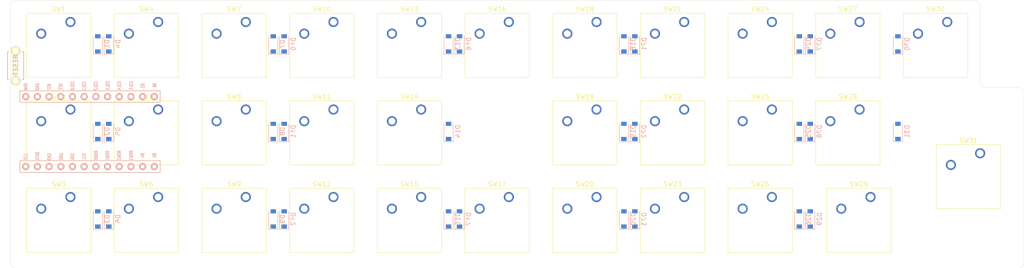
<source format=kicad_pcb>
(kicad_pcb (version 20171130) (host pcbnew "(5.1.0-0)")

  (general
    (thickness 1.6)
    (drawings 12)
    (tracks 0)
    (zones 0)
    (modules 64)
    (nets 54)
  )

  (page A4)
  (layers
    (0 F.Cu signal)
    (31 B.Cu signal)
    (32 B.Adhes user)
    (33 F.Adhes user)
    (34 B.Paste user)
    (35 F.Paste user)
    (36 B.SilkS user)
    (37 F.SilkS user)
    (38 B.Mask user)
    (39 F.Mask user)
    (40 Dwgs.User user)
    (41 Cmts.User user)
    (42 Eco1.User user)
    (43 Eco2.User user)
    (44 Edge.Cuts user)
    (45 Margin user)
    (46 B.CrtYd user)
    (47 F.CrtYd user)
    (48 B.Fab user)
    (49 F.Fab user)
  )

  (setup
    (last_trace_width 0.25)
    (trace_clearance 0.2)
    (zone_clearance 0.508)
    (zone_45_only no)
    (trace_min 0.2)
    (via_size 0.8)
    (via_drill 0.4)
    (via_min_size 0.4)
    (via_min_drill 0.3)
    (uvia_size 0.3)
    (uvia_drill 0.1)
    (uvias_allowed no)
    (uvia_min_size 0.2)
    (uvia_min_drill 0.1)
    (edge_width 0.05)
    (segment_width 0.2)
    (pcb_text_width 0.3)
    (pcb_text_size 1.5 1.5)
    (mod_edge_width 0.12)
    (mod_text_size 1 1)
    (mod_text_width 0.15)
    (pad_size 1.524 1.524)
    (pad_drill 0.762)
    (pad_to_mask_clearance 0.051)
    (solder_mask_min_width 0.25)
    (aux_axis_origin 0 0)
    (visible_elements FFFFFF7F)
    (pcbplotparams
      (layerselection 0x010fc_ffffffff)
      (usegerberextensions false)
      (usegerberattributes false)
      (usegerberadvancedattributes false)
      (creategerberjobfile false)
      (excludeedgelayer true)
      (linewidth 0.100000)
      (plotframeref false)
      (viasonmask false)
      (mode 1)
      (useauxorigin false)
      (hpglpennumber 1)
      (hpglpenspeed 20)
      (hpglpendiameter 15.000000)
      (psnegative false)
      (psa4output false)
      (plotreference true)
      (plotvalue true)
      (plotinvisibletext false)
      (padsonsilk false)
      (subtractmaskfromsilk false)
      (outputformat 1)
      (mirror false)
      (drillshape 1)
      (scaleselection 1)
      (outputdirectory ""))
  )

  (net 0 "")
  (net 1 "Net-(D1-Pad2)")
  (net 2 row0)
  (net 3 "Net-(D2-Pad2)")
  (net 4 row1)
  (net 5 "Net-(D3-Pad2)")
  (net 6 row2)
  (net 7 "Net-(D4-Pad2)")
  (net 8 "Net-(D5-Pad2)")
  (net 9 "Net-(D6-Pad2)")
  (net 10 "Net-(D7-Pad2)")
  (net 11 "Net-(D8-Pad2)")
  (net 12 "Net-(D9-Pad2)")
  (net 13 "Net-(D10-Pad2)")
  (net 14 "Net-(D11-Pad2)")
  (net 15 "Net-(D12-Pad2)")
  (net 16 "Net-(D13-Pad2)")
  (net 17 "Net-(D14-Pad2)")
  (net 18 "Net-(D15-Pad2)")
  (net 19 "Net-(D16-Pad2)")
  (net 20 "Net-(D17-Pad2)")
  (net 21 "Net-(D18-Pad2)")
  (net 22 "Net-(D19-Pad2)")
  (net 23 "Net-(D20-Pad2)")
  (net 24 "Net-(D21-Pad2)")
  (net 25 "Net-(D22-Pad2)")
  (net 26 "Net-(D23-Pad2)")
  (net 27 "Net-(D24-Pad2)")
  (net 28 "Net-(D25-Pad2)")
  (net 29 "Net-(D26-Pad2)")
  (net 30 "Net-(D27-Pad2)")
  (net 31 "Net-(D28-Pad2)")
  (net 32 "Net-(D29-Pad2)")
  (net 33 "Net-(D30-Pad2)")
  (net 34 "Net-(D31-Pad2)")
  (net 35 col0)
  (net 36 col1)
  (net 37 col2)
  (net 38 col3)
  (net 39 col4)
  (net 40 col5)
  (net 41 col6)
  (net 42 col7)
  (net 43 col8)
  (net 44 col9)
  (net 45 col10)
  (net 46 reset)
  (net 47 GND)
  (net 48 "Net-(U1-Pad24)")
  (net 49 VCC)
  (net 50 "Net-(U1-Pad20)")
  (net 51 "Net-(U1-Pad16)")
  (net 52 "Net-(U1-Pad2)")
  (net 53 "Net-(U1-Pad1)")

  (net_class Default "This is the default net class."
    (clearance 0.2)
    (trace_width 0.25)
    (via_dia 0.8)
    (via_drill 0.4)
    (uvia_dia 0.3)
    (uvia_drill 0.1)
    (add_net GND)
    (add_net "Net-(D1-Pad2)")
    (add_net "Net-(D10-Pad2)")
    (add_net "Net-(D11-Pad2)")
    (add_net "Net-(D12-Pad2)")
    (add_net "Net-(D13-Pad2)")
    (add_net "Net-(D14-Pad2)")
    (add_net "Net-(D15-Pad2)")
    (add_net "Net-(D16-Pad2)")
    (add_net "Net-(D17-Pad2)")
    (add_net "Net-(D18-Pad2)")
    (add_net "Net-(D19-Pad2)")
    (add_net "Net-(D2-Pad2)")
    (add_net "Net-(D20-Pad2)")
    (add_net "Net-(D21-Pad2)")
    (add_net "Net-(D22-Pad2)")
    (add_net "Net-(D23-Pad2)")
    (add_net "Net-(D24-Pad2)")
    (add_net "Net-(D25-Pad2)")
    (add_net "Net-(D26-Pad2)")
    (add_net "Net-(D27-Pad2)")
    (add_net "Net-(D28-Pad2)")
    (add_net "Net-(D29-Pad2)")
    (add_net "Net-(D3-Pad2)")
    (add_net "Net-(D30-Pad2)")
    (add_net "Net-(D31-Pad2)")
    (add_net "Net-(D4-Pad2)")
    (add_net "Net-(D5-Pad2)")
    (add_net "Net-(D6-Pad2)")
    (add_net "Net-(D7-Pad2)")
    (add_net "Net-(D8-Pad2)")
    (add_net "Net-(D9-Pad2)")
    (add_net "Net-(U1-Pad1)")
    (add_net "Net-(U1-Pad16)")
    (add_net "Net-(U1-Pad2)")
    (add_net "Net-(U1-Pad20)")
    (add_net "Net-(U1-Pad24)")
    (add_net VCC)
    (add_net col0)
    (add_net col1)
    (add_net col10)
    (add_net col2)
    (add_net col3)
    (add_net col4)
    (add_net col5)
    (add_net col6)
    (add_net col7)
    (add_net col8)
    (add_net col9)
    (add_net reset)
    (add_net row0)
    (add_net row1)
    (add_net row2)
  )

  (module Button_Switch_Keyboard:SW_Cherry_MX_1.00u_PCB (layer F.Cu) (tedit 5A02FE24) (tstamp 5CDFB329)
    (at 240.50625 78.58125)
    (descr "Cherry MX keyswitch, 1.00u, PCB mount, http://cherryamericas.com/wp-content/uploads/2014/12/mx_cat.pdf")
    (tags "Cherry MX keyswitch 1.00u PCB")
    (path /5CE19535)
    (fp_text reference SW30 (at -2.54 -2.794) (layer F.SilkS)
      (effects (font (size 1 1) (thickness 0.15)))
    )
    (fp_text value SW_PUSH (at -2.54 12.954) (layer F.Fab)
      (effects (font (size 1 1) (thickness 0.15)))
    )
    (fp_line (start -9.525 12.065) (end -9.525 -1.905) (layer F.SilkS) (width 0.12))
    (fp_line (start 4.445 12.065) (end -9.525 12.065) (layer F.SilkS) (width 0.12))
    (fp_line (start 4.445 -1.905) (end 4.445 12.065) (layer F.SilkS) (width 0.12))
    (fp_line (start -9.525 -1.905) (end 4.445 -1.905) (layer F.SilkS) (width 0.12))
    (fp_line (start -12.065 14.605) (end -12.065 -4.445) (layer Dwgs.User) (width 0.15))
    (fp_line (start 6.985 14.605) (end -12.065 14.605) (layer Dwgs.User) (width 0.15))
    (fp_line (start 6.985 -4.445) (end 6.985 14.605) (layer Dwgs.User) (width 0.15))
    (fp_line (start -12.065 -4.445) (end 6.985 -4.445) (layer Dwgs.User) (width 0.15))
    (fp_line (start -9.14 -1.52) (end 4.06 -1.52) (layer F.CrtYd) (width 0.05))
    (fp_line (start 4.06 -1.52) (end 4.06 11.68) (layer F.CrtYd) (width 0.05))
    (fp_line (start 4.06 11.68) (end -9.14 11.68) (layer F.CrtYd) (width 0.05))
    (fp_line (start -9.14 11.68) (end -9.14 -1.52) (layer F.CrtYd) (width 0.05))
    (fp_line (start -8.89 11.43) (end -8.89 -1.27) (layer F.Fab) (width 0.1))
    (fp_line (start 3.81 11.43) (end -8.89 11.43) (layer F.Fab) (width 0.1))
    (fp_line (start 3.81 -1.27) (end 3.81 11.43) (layer F.Fab) (width 0.1))
    (fp_line (start -8.89 -1.27) (end 3.81 -1.27) (layer F.Fab) (width 0.1))
    (fp_text user %R (at -2.54 -2.794) (layer F.Fab)
      (effects (font (size 1 1) (thickness 0.15)))
    )
    (pad "" np_thru_hole circle (at 2.54 5.08) (size 1.7 1.7) (drill 1.7) (layers *.Cu *.Mask))
    (pad "" np_thru_hole circle (at -7.62 5.08) (size 1.7 1.7) (drill 1.7) (layers *.Cu *.Mask))
    (pad "" np_thru_hole circle (at -2.54 5.08) (size 4 4) (drill 4) (layers *.Cu *.Mask))
    (pad 2 thru_hole circle (at -6.35 2.54) (size 2.2 2.2) (drill 1.5) (layers *.Cu *.Mask)
      (net 33 "Net-(D30-Pad2)"))
    (pad 1 thru_hole circle (at 0 0) (size 2.2 2.2) (drill 1.5) (layers *.Cu *.Mask)
      (net 45 col10))
    (model ${KISYS3DMOD}/Button_Switch_Keyboard.3dshapes/SW_Cherry_MX_1.00u_PCB.wrl
      (at (xyz 0 0 0))
      (scale (xyz 1 1 1))
      (rotate (xyz 0 0 0))
    )
  )

  (module Button_Switch_Keyboard:SW_Cherry_MX_1.25u_PCB (layer F.Cu) (tedit 5A02FE24) (tstamp 5CDFB30F)
    (at 223.8375 116.68125)
    (descr "Cherry MX keyswitch, 1.25u, PCB mount, http://cherryamericas.com/wp-content/uploads/2014/12/mx_cat.pdf")
    (tags "Cherry MX keyswitch 1.25u PCB")
    (path /5CE2342C)
    (fp_text reference SW29 (at -2.54 -2.794) (layer F.SilkS)
      (effects (font (size 1 1) (thickness 0.15)))
    )
    (fp_text value SW_PUSH (at -2.54 12.954) (layer F.Fab)
      (effects (font (size 1 1) (thickness 0.15)))
    )
    (fp_line (start -9.525 12.065) (end -9.525 -1.905) (layer F.SilkS) (width 0.12))
    (fp_line (start 4.445 12.065) (end -9.525 12.065) (layer F.SilkS) (width 0.12))
    (fp_line (start 4.445 -1.905) (end 4.445 12.065) (layer F.SilkS) (width 0.12))
    (fp_line (start -9.525 -1.905) (end 4.445 -1.905) (layer F.SilkS) (width 0.12))
    (fp_line (start -14.44625 14.605) (end -14.44625 -4.445) (layer Dwgs.User) (width 0.15))
    (fp_line (start 9.36625 14.605) (end -14.44625 14.605) (layer Dwgs.User) (width 0.15))
    (fp_line (start 9.36625 -4.445) (end 9.36625 14.605) (layer Dwgs.User) (width 0.15))
    (fp_line (start -14.44625 -4.445) (end 9.36625 -4.445) (layer Dwgs.User) (width 0.15))
    (fp_line (start -9.14 -1.52) (end 4.06 -1.52) (layer F.CrtYd) (width 0.05))
    (fp_line (start 4.06 -1.52) (end 4.06 11.68) (layer F.CrtYd) (width 0.05))
    (fp_line (start 4.06 11.68) (end -9.14 11.68) (layer F.CrtYd) (width 0.05))
    (fp_line (start -9.14 11.68) (end -9.14 -1.52) (layer F.CrtYd) (width 0.05))
    (fp_line (start -8.89 11.43) (end -8.89 -1.27) (layer F.Fab) (width 0.1))
    (fp_line (start 3.81 11.43) (end -8.89 11.43) (layer F.Fab) (width 0.1))
    (fp_line (start 3.81 -1.27) (end 3.81 11.43) (layer F.Fab) (width 0.1))
    (fp_line (start -8.89 -1.27) (end 3.81 -1.27) (layer F.Fab) (width 0.1))
    (fp_text user %R (at -2.54 -2.794) (layer F.Fab)
      (effects (font (size 1 1) (thickness 0.15)))
    )
    (pad "" np_thru_hole circle (at 2.54 5.08) (size 1.7 1.7) (drill 1.7) (layers *.Cu *.Mask))
    (pad "" np_thru_hole circle (at -7.62 5.08) (size 1.7 1.7) (drill 1.7) (layers *.Cu *.Mask))
    (pad "" np_thru_hole circle (at -2.54 5.08) (size 4 4) (drill 4) (layers *.Cu *.Mask))
    (pad 2 thru_hole circle (at -6.35 2.54) (size 2.2 2.2) (drill 1.5) (layers *.Cu *.Mask)
      (net 32 "Net-(D29-Pad2)"))
    (pad 1 thru_hole circle (at 0 0) (size 2.2 2.2) (drill 1.5) (layers *.Cu *.Mask)
      (net 44 col9))
    (model ${KISYS3DMOD}/Button_Switch_Keyboard.3dshapes/SW_Cherry_MX_1.25u_PCB.wrl
      (at (xyz 0 0 0))
      (scale (xyz 1 1 1))
      (rotate (xyz 0 0 0))
    )
  )

  (module emptystring:ProMicro_v2_Backside (layer B.Cu) (tedit 5C63EAF9) (tstamp 5CDFB3A0)
    (at 54.76898 102.39418 270)
    (path /5CE5F1C8)
    (fp_text reference U1 (at -1.27 -2.762) (layer B.SilkS) hide
      (effects (font (size 1 1) (thickness 0.15)) (justify mirror))
    )
    (fp_text value ProMicro (at -0.889 -13.8938 270) (layer B.Fab) hide
      (effects (font (size 1 1) (thickness 0.15)) (justify mirror))
    )
    (fp_text user ROW1 (at 5.25 -3.302 270) (layer B.SilkS)
      (effects (font (size 0.75 0.5) (thickness 0.125)) (justify mirror))
    )
    (fp_text user COL4 (at -9.95 -5.85 270) (layer B.SilkS)
      (effects (font (size 0.75 0.5) (thickness 0.125)) (justify mirror))
    )
    (fp_text user ROW2 (at 5.2 -5.85 270) (layer B.SilkS)
      (effects (font (size 0.75 0.5) (thickness 0.125)) (justify mirror))
    )
    (fp_text user COL5 (at -9.95 -8.4455 270) (layer B.SilkS)
      (effects (font (size 0.75 0.5) (thickness 0.125)) (justify mirror))
    )
    (fp_text user ROW3 (at 5.2 -8.4455 270) (layer B.SilkS)
      (effects (font (size 0.75 0.5) (thickness 0.125)) (justify mirror))
    )
    (fp_text user B2 (at -9.95 -10.95 270) (layer B.SilkS)
      (effects (font (size 0.75 0.5) (thickness 0.125)) (justify mirror))
    )
    (fp_text user B4 (at 5.2 -10.922 270) (layer B.SilkS)
      (effects (font (size 0.75 0.5) (thickness 0.125)) (justify mirror))
    )
    (fp_text user B5 (at 5.2 -13.5255 270) (layer B.SilkS)
      (effects (font (size 0.75 0.5) (thickness 0.125)) (justify mirror))
    )
    (fp_text user B6 (at -10.05 -13.5 270) (layer B.SilkS)
      (effects (font (size 0.75 0.5) (thickness 0.125)) (justify mirror))
    )
    (fp_text user COL0 (at -9.9 4.3 270) (layer B.SilkS)
      (effects (font (size 0.75 0.5) (thickness 0.125)) (justify mirror))
    )
    (fp_text user SDA (at 5.461 4.318 270) (layer B.SilkS)
      (effects (font (size 0.75 0.5) (thickness 0.125)) (justify mirror))
    )
    (fp_text user COL1 (at -9.85 1.778 270) (layer B.SilkS)
      (effects (font (size 0.75 0.5) (thickness 0.125)) (justify mirror))
    )
    (fp_text user SCL (at 5.461 1.778 270) (layer B.SilkS)
      (effects (font (size 0.75 0.5) (thickness 0.125)) (justify mirror))
    )
    (fp_text user COL2 (at -9.9 -0.762 270) (layer B.SilkS)
      (effects (font (size 0.75 0.5) (thickness 0.125)) (justify mirror))
    )
    (fp_text user ROW0 (at 5.2 -0.8 270) (layer B.SilkS)
      (effects (font (size 0.75 0.5) (thickness 0.125)) (justify mirror))
    )
    (fp_text user COL3 (at -10 -3.35 270) (layer B.SilkS)
      (effects (font (size 0.75 0.5) (thickness 0.125)) (justify mirror))
    )
    (fp_text user GND (at 5.461 6.7945 270) (layer B.SilkS)
      (effects (font (size 0.75 0.5) (thickness 0.125)) (justify mirror))
    )
    (fp_text user VCC (at -9.7155 6.858 270) (layer B.SilkS)
      (effects (font (size 0.75 0.5) (thickness 0.125)) (justify mirror))
    )
    (fp_text user GND (at 5.5245 9.3345 270) (layer B.SilkS)
      (effects (font (size 0.75 0.5) (thickness 0.125)) (justify mirror))
    )
    (fp_text user RST (at -9.7155 9.3345 270) (layer B.SilkS)
      (effects (font (size 0.75 0.5) (thickness 0.125)) (justify mirror))
    )
    (fp_text user DATA (at 5.35 11.95 270) (layer B.SilkS)
      (effects (font (size 0.75 0.5) (thickness 0.125)) (justify mirror))
    )
    (fp_text user GND (at -9.7155 11.938 270) (layer B.SilkS)
      (effects (font (size 0.75 0.5) (thickness 0.125)) (justify mirror))
    )
    (fp_text user LED (at 5.5 14.478 270) (layer B.SilkS)
      (effects (font (size 0.75 0.5) (thickness 0.125)) (justify mirror))
    )
    (fp_text user RAW (at -9.7155 14.478 270) (layer B.SilkS)
      (effects (font (size 0.75 0.5) (thickness 0.125)) (justify mirror))
    )
    (fp_text user "" (at -1.2065 16.256 270) (layer F.SilkS)
      (effects (font (size 1 1) (thickness 0.15)))
    )
    (fp_text user "" (at -0.5 17.25 270) (layer B.SilkS)
      (effects (font (size 1 1) (thickness 0.15)) (justify mirror))
    )
    (fp_line (start 6.3864 -14.732) (end 6.3864 15.748) (layer B.SilkS) (width 0.15))
    (fp_line (start 8.9264 -14.732) (end 6.3864 -14.732) (layer B.SilkS) (width 0.15))
    (fp_line (start 8.9264 15.748) (end 8.9264 -14.732) (layer B.SilkS) (width 0.15))
    (fp_line (start 6.3864 15.748) (end 8.9264 15.748) (layer B.SilkS) (width 0.15))
    (fp_line (start -8.8336 -14.732) (end -8.8336 15.748) (layer B.SilkS) (width 0.15))
    (fp_line (start -6.2936 -14.732) (end -8.8336 -14.732) (layer B.SilkS) (width 0.15))
    (fp_line (start -6.2936 15.748) (end -6.2936 -14.732) (layer B.SilkS) (width 0.15))
    (fp_line (start -8.8336 15.748) (end -6.2936 15.748) (layer B.SilkS) (width 0.15))
    (fp_line (start -8.845 -14.732) (end -8.845 18.288) (layer B.Fab) (width 0.15))
    (fp_line (start 8.935 -14.732) (end -8.845 -14.732) (layer B.Fab) (width 0.15))
    (fp_line (start 8.935 18.288) (end 8.935 -14.732) (layer B.Fab) (width 0.15))
    (fp_line (start -8.845 18.288) (end 8.935 18.288) (layer B.Fab) (width 0.15))
    (fp_text user "" (at 0.0508 7.493 270) (layer F.SilkS)
      (effects (font (size 1 1) (thickness 0.15)))
    )
    (pad 24 thru_hole circle (at -7.5636 14.478 270) (size 1.524 1.524) (drill 0.8128) (layers *.Cu *.Mask B.SilkS)
      (net 48 "Net-(U1-Pad24)"))
    (pad 23 thru_hole circle (at -7.5636 11.938 270) (size 1.524 1.524) (drill 0.8128) (layers *.Cu *.Mask B.SilkS)
      (net 47 GND))
    (pad 22 thru_hole circle (at -7.5636 9.398 270) (size 1.524 1.524) (drill 0.8128) (layers *.Cu *.Mask B.SilkS)
      (net 46 reset))
    (pad 21 thru_hole circle (at -7.5636 6.858 270) (size 1.524 1.524) (drill 0.8128) (layers *.Cu *.Mask B.SilkS)
      (net 49 VCC))
    (pad 20 thru_hole circle (at -7.5636 4.318 270) (size 1.524 1.524) (drill 0.8128) (layers *.Cu *.Mask B.SilkS)
      (net 50 "Net-(U1-Pad20)"))
    (pad 19 thru_hole circle (at -7.5636 1.778 270) (size 1.524 1.524) (drill 0.8128) (layers *.Cu *.Mask B.SilkS)
      (net 37 col2))
    (pad 18 thru_hole circle (at -7.5636 -0.762 270) (size 1.524 1.524) (drill 0.8128) (layers *.Cu *.Mask B.SilkS)
      (net 38 col3))
    (pad 17 thru_hole circle (at -7.5636 -3.302 270) (size 1.524 1.524) (drill 0.8128) (layers *.Cu *.Mask B.SilkS)
      (net 39 col4))
    (pad 16 thru_hole circle (at -7.5636 -5.842 270) (size 1.524 1.524) (drill 0.8128) (layers *.Cu *.Mask B.SilkS)
      (net 51 "Net-(U1-Pad16)"))
    (pad 15 thru_hole circle (at -7.5636 -8.382 270) (size 1.524 1.524) (drill 0.8128) (layers *.Cu *.Mask B.SilkS)
      (net 45 col10))
    (pad 14 thru_hole circle (at -7.5636 -10.922 270) (size 1.524 1.524) (drill 0.8128) (layers *.Cu *.Mask B.SilkS)
      (net 44 col9))
    (pad 13 thru_hole circle (at -7.5636 -13.462 270) (size 1.524 1.524) (drill 0.8128) (layers *.Cu *.Mask B.SilkS)
      (net 43 col8))
    (pad 12 thru_hole circle (at 7.6564 -13.462 270) (size 1.524 1.524) (drill 0.8128) (layers *.Cu *.Mask B.SilkS)
      (net 42 col7))
    (pad 11 thru_hole circle (at 7.6564 -10.922 270) (size 1.524 1.524) (drill 0.8128) (layers *.Cu *.Mask B.SilkS)
      (net 41 col6))
    (pad 10 thru_hole circle (at 7.6564 -8.382 270) (size 1.524 1.524) (drill 0.8128) (layers *.Cu *.Mask B.SilkS)
      (net 40 col5))
    (pad 9 thru_hole circle (at 7.6564 -5.842 270) (size 1.524 1.524) (drill 0.8128) (layers *.Cu *.Mask B.SilkS)
      (net 6 row2))
    (pad 8 thru_hole circle (at 7.6564 -3.302 270) (size 1.524 1.524) (drill 0.8128) (layers *.Cu *.Mask B.SilkS)
      (net 4 row1))
    (pad 7 thru_hole circle (at 7.6564 -0.762 270) (size 1.524 1.524) (drill 0.8128) (layers *.Cu *.Mask B.SilkS)
      (net 2 row0))
    (pad 6 thru_hole circle (at 7.6564 1.778 270) (size 1.524 1.524) (drill 0.8128) (layers *.Cu *.Mask B.SilkS)
      (net 36 col1))
    (pad 5 thru_hole circle (at 7.6564 4.318 270) (size 1.524 1.524) (drill 0.8128) (layers *.Cu *.Mask B.SilkS)
      (net 35 col0))
    (pad 4 thru_hole circle (at 7.6564 6.858 270) (size 1.524 1.524) (drill 0.8128) (layers *.Cu *.Mask B.SilkS)
      (net 47 GND))
    (pad 3 thru_hole circle (at 7.6564 9.398 270) (size 1.524 1.524) (drill 0.8128) (layers *.Cu *.Mask B.SilkS)
      (net 47 GND))
    (pad 2 thru_hole circle (at 7.6564 11.938 270) (size 1.524 1.524) (drill 0.8128) (layers *.Cu *.Mask B.SilkS)
      (net 52 "Net-(U1-Pad2)"))
    (pad 1 thru_hole circle (at 7.6564 14.478 270) (size 1.524 1.524) (drill 0.8128) (layers *.Cu *.Mask B.SilkS)
      (net 53 "Net-(U1-Pad1)"))
  )

  (module kbd:ResetSW (layer F.Cu) (tedit 5B9559E6) (tstamp 5CDFB35D)
    (at 38.10016 88.10662 90)
    (path /5CE6F9CA)
    (fp_text reference SW32 (at 0 2.55 90) (layer F.SilkS) hide
      (effects (font (size 1 1) (thickness 0.15)))
    )
    (fp_text value SW_PUSH (at 0 -2.55 90) (layer F.Fab)
      (effects (font (size 1 1) (thickness 0.15)))
    )
    (fp_text user RESET (at 0 0 90) (layer F.SilkS)
      (effects (font (size 1 1) (thickness 0.15)))
    )
    (fp_line (start 3 -1.75) (end 3 -1.5) (layer F.SilkS) (width 0.15))
    (fp_line (start -3 -1.75) (end 3 -1.75) (layer F.SilkS) (width 0.15))
    (fp_line (start -3 -1.75) (end -3 -1.5) (layer F.SilkS) (width 0.15))
    (fp_line (start -3 1.75) (end -3 1.5) (layer F.SilkS) (width 0.15))
    (fp_line (start 3 1.75) (end 3 1.5) (layer F.SilkS) (width 0.15))
    (fp_line (start -3 1.75) (end 3 1.75) (layer F.SilkS) (width 0.15))
    (fp_line (start 3 -1.75) (end 3 -1.5) (layer B.SilkS) (width 0.15))
    (fp_line (start -3 -1.75) (end 3 -1.75) (layer B.SilkS) (width 0.15))
    (fp_line (start -3 -1.5) (end -3 -1.75) (layer B.SilkS) (width 0.15))
    (fp_line (start -3 1.75) (end -3 1.5) (layer B.SilkS) (width 0.15))
    (fp_line (start 3 1.75) (end -3 1.75) (layer B.SilkS) (width 0.15))
    (fp_line (start 3 1.5) (end 3 1.75) (layer B.SilkS) (width 0.15))
    (fp_text user RESET (at 0.127 0 90) (layer B.SilkS)
      (effects (font (size 1 1) (thickness 0.15)) (justify mirror))
    )
    (pad 2 thru_hole circle (at -3.25 0 90) (size 2 2) (drill 1.3) (layers *.Cu *.Mask F.SilkS)
      (net 46 reset))
    (pad 1 thru_hole circle (at 3.25 0 90) (size 2 2) (drill 1.3) (layers *.Cu *.Mask F.SilkS)
      (net 47 GND))
  )

  (module Button_Switch_Keyboard:SW_Cherry_MX_ISOEnter_PCB (layer F.Cu) (tedit 5A02FE24) (tstamp 5CDFB349)
    (at 247.65 107.15625)
    (descr "Cherry MX keyswitch, ISO Enter, PCB mount, http://cherryamericas.com/wp-content/uploads/2014/12/mx_cat.pdf")
    (tags "Cherry MX keyswitch ISO enter PCB")
    (path /5CE1BE86)
    (fp_text reference SW31 (at -2.54 -2.794) (layer F.SilkS)
      (effects (font (size 1 1) (thickness 0.15)))
    )
    (fp_text value SW_PUSH (at -2.286 13.208) (layer F.Fab)
      (effects (font (size 1 1) (thickness 0.15)))
    )
    (fp_line (start -9.525 12.065) (end -9.525 -1.905) (layer F.SilkS) (width 0.12))
    (fp_line (start 4.445 12.065) (end -9.525 12.065) (layer F.SilkS) (width 0.12))
    (fp_line (start 4.445 -1.905) (end 4.445 12.065) (layer F.SilkS) (width 0.12))
    (fp_line (start -9.525 -1.905) (end 4.445 -1.905) (layer F.SilkS) (width 0.12))
    (fp_line (start -14.44625 5.08) (end -19.20875 5.08) (layer Dwgs.User) (width 0.15))
    (fp_line (start -19.20875 5.08) (end -19.20875 -13.97) (layer Dwgs.User) (width 0.15))
    (fp_line (start 9.36625 24.13) (end -14.44625 24.13) (layer Dwgs.User) (width 0.15))
    (fp_line (start 9.36625 -13.97) (end 9.36625 24.13) (layer Dwgs.User) (width 0.15))
    (fp_line (start -19.20875 -13.97) (end 9.36625 -13.97) (layer Dwgs.User) (width 0.15))
    (fp_line (start -14.44625 24.13) (end -14.44625 5.08) (layer Dwgs.User) (width 0.15))
    (fp_line (start -9.14 -1.52) (end 4.06 -1.52) (layer F.CrtYd) (width 0.05))
    (fp_line (start 4.06 -1.52) (end 4.06 11.68) (layer F.CrtYd) (width 0.05))
    (fp_line (start 4.06 11.68) (end -9.14 11.68) (layer F.CrtYd) (width 0.05))
    (fp_line (start -9.14 11.68) (end -9.14 -1.52) (layer F.CrtYd) (width 0.05))
    (fp_line (start -8.89 11.43) (end -8.89 -1.27) (layer F.Fab) (width 0.1))
    (fp_line (start 3.81 11.43) (end -8.89 11.43) (layer F.Fab) (width 0.1))
    (fp_line (start 3.81 -1.27) (end 3.81 11.43) (layer F.Fab) (width 0.1))
    (fp_line (start -8.89 -1.27) (end 3.81 -1.27) (layer F.Fab) (width 0.1))
    (fp_text user %R (at -2.54 -2.794) (layer F.Fab)
      (effects (font (size 1 1) (thickness 0.15)))
    )
    (pad "" np_thru_hole circle (at -9.54 -6.82) (size 3.05 3.05) (drill 3.05) (layers *.Cu *.Mask))
    (pad "" np_thru_hole circle (at -9.54 16.98) (size 3.05 3.05) (drill 3.05) (layers *.Cu *.Mask))
    (pad "" np_thru_hole circle (at 5.7 16.98) (size 4 4) (drill 4) (layers *.Cu *.Mask))
    (pad "" np_thru_hole circle (at 5.7 -6.82) (size 4 4) (drill 4) (layers *.Cu *.Mask))
    (pad "" np_thru_hole circle (at 2.54 5.08) (size 1.7 1.7) (drill 1.7) (layers *.Cu *.Mask))
    (pad "" np_thru_hole circle (at -7.62 5.08) (size 1.7 1.7) (drill 1.7) (layers *.Cu *.Mask))
    (pad "" np_thru_hole circle (at -2.54 5.08) (size 4 4) (drill 4) (layers *.Cu *.Mask))
    (pad 2 thru_hole circle (at -6.35 2.54) (size 2.2 2.2) (drill 1.5) (layers *.Cu *.Mask)
      (net 34 "Net-(D31-Pad2)"))
    (pad 1 thru_hole circle (at 0 0) (size 2.2 2.2) (drill 1.5) (layers *.Cu *.Mask)
      (net 45 col10))
    (model ${KISYS3DMOD}/Button_Switch_Keyboard.3dshapes/SW_Cherry_MX_ISOEnter_PCB.wrl
      (at (xyz 0 0 0))
      (scale (xyz 1 1 1))
      (rotate (xyz 0 0 0))
    )
  )

  (module Button_Switch_Keyboard:SW_Cherry_MX_1.00u_PCB (layer F.Cu) (tedit 5A02FE24) (tstamp 5CDFB2F5)
    (at 221.45625 97.63125)
    (descr "Cherry MX keyswitch, 1.00u, PCB mount, http://cherryamericas.com/wp-content/uploads/2014/12/mx_cat.pdf")
    (tags "Cherry MX keyswitch 1.00u PCB")
    (path /5CE1BE80)
    (fp_text reference SW28 (at -2.54 -2.794) (layer F.SilkS)
      (effects (font (size 1 1) (thickness 0.15)))
    )
    (fp_text value SW_PUSH (at -2.54 12.954) (layer F.Fab)
      (effects (font (size 1 1) (thickness 0.15)))
    )
    (fp_line (start -9.525 12.065) (end -9.525 -1.905) (layer F.SilkS) (width 0.12))
    (fp_line (start 4.445 12.065) (end -9.525 12.065) (layer F.SilkS) (width 0.12))
    (fp_line (start 4.445 -1.905) (end 4.445 12.065) (layer F.SilkS) (width 0.12))
    (fp_line (start -9.525 -1.905) (end 4.445 -1.905) (layer F.SilkS) (width 0.12))
    (fp_line (start -12.065 14.605) (end -12.065 -4.445) (layer Dwgs.User) (width 0.15))
    (fp_line (start 6.985 14.605) (end -12.065 14.605) (layer Dwgs.User) (width 0.15))
    (fp_line (start 6.985 -4.445) (end 6.985 14.605) (layer Dwgs.User) (width 0.15))
    (fp_line (start -12.065 -4.445) (end 6.985 -4.445) (layer Dwgs.User) (width 0.15))
    (fp_line (start -9.14 -1.52) (end 4.06 -1.52) (layer F.CrtYd) (width 0.05))
    (fp_line (start 4.06 -1.52) (end 4.06 11.68) (layer F.CrtYd) (width 0.05))
    (fp_line (start 4.06 11.68) (end -9.14 11.68) (layer F.CrtYd) (width 0.05))
    (fp_line (start -9.14 11.68) (end -9.14 -1.52) (layer F.CrtYd) (width 0.05))
    (fp_line (start -8.89 11.43) (end -8.89 -1.27) (layer F.Fab) (width 0.1))
    (fp_line (start 3.81 11.43) (end -8.89 11.43) (layer F.Fab) (width 0.1))
    (fp_line (start 3.81 -1.27) (end 3.81 11.43) (layer F.Fab) (width 0.1))
    (fp_line (start -8.89 -1.27) (end 3.81 -1.27) (layer F.Fab) (width 0.1))
    (fp_text user %R (at -2.54 -2.794) (layer F.Fab)
      (effects (font (size 1 1) (thickness 0.15)))
    )
    (pad "" np_thru_hole circle (at 2.54 5.08) (size 1.7 1.7) (drill 1.7) (layers *.Cu *.Mask))
    (pad "" np_thru_hole circle (at -7.62 5.08) (size 1.7 1.7) (drill 1.7) (layers *.Cu *.Mask))
    (pad "" np_thru_hole circle (at -2.54 5.08) (size 4 4) (drill 4) (layers *.Cu *.Mask))
    (pad 2 thru_hole circle (at -6.35 2.54) (size 2.2 2.2) (drill 1.5) (layers *.Cu *.Mask)
      (net 31 "Net-(D28-Pad2)"))
    (pad 1 thru_hole circle (at 0 0) (size 2.2 2.2) (drill 1.5) (layers *.Cu *.Mask)
      (net 44 col9))
    (model ${KISYS3DMOD}/Button_Switch_Keyboard.3dshapes/SW_Cherry_MX_1.00u_PCB.wrl
      (at (xyz 0 0 0))
      (scale (xyz 1 1 1))
      (rotate (xyz 0 0 0))
    )
  )

  (module Button_Switch_Keyboard:SW_Cherry_MX_1.00u_PCB (layer F.Cu) (tedit 5A02FE24) (tstamp 5CDFB2DB)
    (at 221.45625 78.58125)
    (descr "Cherry MX keyswitch, 1.00u, PCB mount, http://cherryamericas.com/wp-content/uploads/2014/12/mx_cat.pdf")
    (tags "Cherry MX keyswitch 1.00u PCB")
    (path /5CE194D5)
    (fp_text reference SW27 (at -2.54 -2.794) (layer F.SilkS)
      (effects (font (size 1 1) (thickness 0.15)))
    )
    (fp_text value SW_PUSH (at -2.54 12.954) (layer F.Fab)
      (effects (font (size 1 1) (thickness 0.15)))
    )
    (fp_line (start -9.525 12.065) (end -9.525 -1.905) (layer F.SilkS) (width 0.12))
    (fp_line (start 4.445 12.065) (end -9.525 12.065) (layer F.SilkS) (width 0.12))
    (fp_line (start 4.445 -1.905) (end 4.445 12.065) (layer F.SilkS) (width 0.12))
    (fp_line (start -9.525 -1.905) (end 4.445 -1.905) (layer F.SilkS) (width 0.12))
    (fp_line (start -12.065 14.605) (end -12.065 -4.445) (layer Dwgs.User) (width 0.15))
    (fp_line (start 6.985 14.605) (end -12.065 14.605) (layer Dwgs.User) (width 0.15))
    (fp_line (start 6.985 -4.445) (end 6.985 14.605) (layer Dwgs.User) (width 0.15))
    (fp_line (start -12.065 -4.445) (end 6.985 -4.445) (layer Dwgs.User) (width 0.15))
    (fp_line (start -9.14 -1.52) (end 4.06 -1.52) (layer F.CrtYd) (width 0.05))
    (fp_line (start 4.06 -1.52) (end 4.06 11.68) (layer F.CrtYd) (width 0.05))
    (fp_line (start 4.06 11.68) (end -9.14 11.68) (layer F.CrtYd) (width 0.05))
    (fp_line (start -9.14 11.68) (end -9.14 -1.52) (layer F.CrtYd) (width 0.05))
    (fp_line (start -8.89 11.43) (end -8.89 -1.27) (layer F.Fab) (width 0.1))
    (fp_line (start 3.81 11.43) (end -8.89 11.43) (layer F.Fab) (width 0.1))
    (fp_line (start 3.81 -1.27) (end 3.81 11.43) (layer F.Fab) (width 0.1))
    (fp_line (start -8.89 -1.27) (end 3.81 -1.27) (layer F.Fab) (width 0.1))
    (fp_text user %R (at -2.54 -2.794) (layer F.Fab)
      (effects (font (size 1 1) (thickness 0.15)))
    )
    (pad "" np_thru_hole circle (at 2.54 5.08) (size 1.7 1.7) (drill 1.7) (layers *.Cu *.Mask))
    (pad "" np_thru_hole circle (at -7.62 5.08) (size 1.7 1.7) (drill 1.7) (layers *.Cu *.Mask))
    (pad "" np_thru_hole circle (at -2.54 5.08) (size 4 4) (drill 4) (layers *.Cu *.Mask))
    (pad 2 thru_hole circle (at -6.35 2.54) (size 2.2 2.2) (drill 1.5) (layers *.Cu *.Mask)
      (net 30 "Net-(D27-Pad2)"))
    (pad 1 thru_hole circle (at 0 0) (size 2.2 2.2) (drill 1.5) (layers *.Cu *.Mask)
      (net 44 col9))
    (model ${KISYS3DMOD}/Button_Switch_Keyboard.3dshapes/SW_Cherry_MX_1.00u_PCB.wrl
      (at (xyz 0 0 0))
      (scale (xyz 1 1 1))
      (rotate (xyz 0 0 0))
    )
  )

  (module Button_Switch_Keyboard:SW_Cherry_MX_1.00u_PCB (layer F.Cu) (tedit 5A02FE24) (tstamp 5CDFB2C1)
    (at 202.40625 116.68125)
    (descr "Cherry MX keyswitch, 1.00u, PCB mount, http://cherryamericas.com/wp-content/uploads/2014/12/mx_cat.pdf")
    (tags "Cherry MX keyswitch 1.00u PCB")
    (path /5CE23426)
    (fp_text reference SW26 (at -2.54 -2.794) (layer F.SilkS)
      (effects (font (size 1 1) (thickness 0.15)))
    )
    (fp_text value SW_PUSH (at -2.54 12.954) (layer F.Fab)
      (effects (font (size 1 1) (thickness 0.15)))
    )
    (fp_line (start -9.525 12.065) (end -9.525 -1.905) (layer F.SilkS) (width 0.12))
    (fp_line (start 4.445 12.065) (end -9.525 12.065) (layer F.SilkS) (width 0.12))
    (fp_line (start 4.445 -1.905) (end 4.445 12.065) (layer F.SilkS) (width 0.12))
    (fp_line (start -9.525 -1.905) (end 4.445 -1.905) (layer F.SilkS) (width 0.12))
    (fp_line (start -12.065 14.605) (end -12.065 -4.445) (layer Dwgs.User) (width 0.15))
    (fp_line (start 6.985 14.605) (end -12.065 14.605) (layer Dwgs.User) (width 0.15))
    (fp_line (start 6.985 -4.445) (end 6.985 14.605) (layer Dwgs.User) (width 0.15))
    (fp_line (start -12.065 -4.445) (end 6.985 -4.445) (layer Dwgs.User) (width 0.15))
    (fp_line (start -9.14 -1.52) (end 4.06 -1.52) (layer F.CrtYd) (width 0.05))
    (fp_line (start 4.06 -1.52) (end 4.06 11.68) (layer F.CrtYd) (width 0.05))
    (fp_line (start 4.06 11.68) (end -9.14 11.68) (layer F.CrtYd) (width 0.05))
    (fp_line (start -9.14 11.68) (end -9.14 -1.52) (layer F.CrtYd) (width 0.05))
    (fp_line (start -8.89 11.43) (end -8.89 -1.27) (layer F.Fab) (width 0.1))
    (fp_line (start 3.81 11.43) (end -8.89 11.43) (layer F.Fab) (width 0.1))
    (fp_line (start 3.81 -1.27) (end 3.81 11.43) (layer F.Fab) (width 0.1))
    (fp_line (start -8.89 -1.27) (end 3.81 -1.27) (layer F.Fab) (width 0.1))
    (fp_text user %R (at -2.54 -2.794) (layer F.Fab)
      (effects (font (size 1 1) (thickness 0.15)))
    )
    (pad "" np_thru_hole circle (at 2.54 5.08) (size 1.7 1.7) (drill 1.7) (layers *.Cu *.Mask))
    (pad "" np_thru_hole circle (at -7.62 5.08) (size 1.7 1.7) (drill 1.7) (layers *.Cu *.Mask))
    (pad "" np_thru_hole circle (at -2.54 5.08) (size 4 4) (drill 4) (layers *.Cu *.Mask))
    (pad 2 thru_hole circle (at -6.35 2.54) (size 2.2 2.2) (drill 1.5) (layers *.Cu *.Mask)
      (net 29 "Net-(D26-Pad2)"))
    (pad 1 thru_hole circle (at 0 0) (size 2.2 2.2) (drill 1.5) (layers *.Cu *.Mask)
      (net 43 col8))
    (model ${KISYS3DMOD}/Button_Switch_Keyboard.3dshapes/SW_Cherry_MX_1.00u_PCB.wrl
      (at (xyz 0 0 0))
      (scale (xyz 1 1 1))
      (rotate (xyz 0 0 0))
    )
  )

  (module Button_Switch_Keyboard:SW_Cherry_MX_1.00u_PCB (layer F.Cu) (tedit 5A02FE24) (tstamp 5CDFBF6E)
    (at 202.40625 97.63125)
    (descr "Cherry MX keyswitch, 1.00u, PCB mount, http://cherryamericas.com/wp-content/uploads/2014/12/mx_cat.pdf")
    (tags "Cherry MX keyswitch 1.00u PCB")
    (path /5CE1BE7A)
    (fp_text reference SW25 (at -2.54 -2.794) (layer F.SilkS)
      (effects (font (size 1 1) (thickness 0.15)))
    )
    (fp_text value SW_PUSH (at -2.54 12.954) (layer F.Fab)
      (effects (font (size 1 1) (thickness 0.15)))
    )
    (fp_line (start -9.525 12.065) (end -9.525 -1.905) (layer F.SilkS) (width 0.12))
    (fp_line (start 4.445 12.065) (end -9.525 12.065) (layer F.SilkS) (width 0.12))
    (fp_line (start 4.445 -1.905) (end 4.445 12.065) (layer F.SilkS) (width 0.12))
    (fp_line (start -9.525 -1.905) (end 4.445 -1.905) (layer F.SilkS) (width 0.12))
    (fp_line (start -12.065 14.605) (end -12.065 -4.445) (layer Dwgs.User) (width 0.15))
    (fp_line (start 6.985 14.605) (end -12.065 14.605) (layer Dwgs.User) (width 0.15))
    (fp_line (start 6.985 -4.445) (end 6.985 14.605) (layer Dwgs.User) (width 0.15))
    (fp_line (start -12.065 -4.445) (end 6.985 -4.445) (layer Dwgs.User) (width 0.15))
    (fp_line (start -9.14 -1.52) (end 4.06 -1.52) (layer F.CrtYd) (width 0.05))
    (fp_line (start 4.06 -1.52) (end 4.06 11.68) (layer F.CrtYd) (width 0.05))
    (fp_line (start 4.06 11.68) (end -9.14 11.68) (layer F.CrtYd) (width 0.05))
    (fp_line (start -9.14 11.68) (end -9.14 -1.52) (layer F.CrtYd) (width 0.05))
    (fp_line (start -8.89 11.43) (end -8.89 -1.27) (layer F.Fab) (width 0.1))
    (fp_line (start 3.81 11.43) (end -8.89 11.43) (layer F.Fab) (width 0.1))
    (fp_line (start 3.81 -1.27) (end 3.81 11.43) (layer F.Fab) (width 0.1))
    (fp_line (start -8.89 -1.27) (end 3.81 -1.27) (layer F.Fab) (width 0.1))
    (fp_text user %R (at -2.54 -2.794) (layer F.Fab)
      (effects (font (size 1 1) (thickness 0.15)))
    )
    (pad "" np_thru_hole circle (at 2.54 5.08) (size 1.7 1.7) (drill 1.7) (layers *.Cu *.Mask))
    (pad "" np_thru_hole circle (at -7.62 5.08) (size 1.7 1.7) (drill 1.7) (layers *.Cu *.Mask))
    (pad "" np_thru_hole circle (at -2.54 5.08) (size 4 4) (drill 4) (layers *.Cu *.Mask))
    (pad 2 thru_hole circle (at -6.35 2.54) (size 2.2 2.2) (drill 1.5) (layers *.Cu *.Mask)
      (net 28 "Net-(D25-Pad2)"))
    (pad 1 thru_hole circle (at 0 0) (size 2.2 2.2) (drill 1.5) (layers *.Cu *.Mask)
      (net 43 col8))
    (model ${KISYS3DMOD}/Button_Switch_Keyboard.3dshapes/SW_Cherry_MX_1.00u_PCB.wrl
      (at (xyz 0 0 0))
      (scale (xyz 1 1 1))
      (rotate (xyz 0 0 0))
    )
  )

  (module Button_Switch_Keyboard:SW_Cherry_MX_1.00u_PCB (layer F.Cu) (tedit 5A02FE24) (tstamp 5CDFB28D)
    (at 202.40625 78.58125)
    (descr "Cherry MX keyswitch, 1.00u, PCB mount, http://cherryamericas.com/wp-content/uploads/2014/12/mx_cat.pdf")
    (tags "Cherry MX keyswitch 1.00u PCB")
    (path /5CE194CF)
    (fp_text reference SW24 (at -2.54 -2.794) (layer F.SilkS)
      (effects (font (size 1 1) (thickness 0.15)))
    )
    (fp_text value SW_PUSH (at -2.54 12.954) (layer F.Fab)
      (effects (font (size 1 1) (thickness 0.15)))
    )
    (fp_line (start -9.525 12.065) (end -9.525 -1.905) (layer F.SilkS) (width 0.12))
    (fp_line (start 4.445 12.065) (end -9.525 12.065) (layer F.SilkS) (width 0.12))
    (fp_line (start 4.445 -1.905) (end 4.445 12.065) (layer F.SilkS) (width 0.12))
    (fp_line (start -9.525 -1.905) (end 4.445 -1.905) (layer F.SilkS) (width 0.12))
    (fp_line (start -12.065 14.605) (end -12.065 -4.445) (layer Dwgs.User) (width 0.15))
    (fp_line (start 6.985 14.605) (end -12.065 14.605) (layer Dwgs.User) (width 0.15))
    (fp_line (start 6.985 -4.445) (end 6.985 14.605) (layer Dwgs.User) (width 0.15))
    (fp_line (start -12.065 -4.445) (end 6.985 -4.445) (layer Dwgs.User) (width 0.15))
    (fp_line (start -9.14 -1.52) (end 4.06 -1.52) (layer F.CrtYd) (width 0.05))
    (fp_line (start 4.06 -1.52) (end 4.06 11.68) (layer F.CrtYd) (width 0.05))
    (fp_line (start 4.06 11.68) (end -9.14 11.68) (layer F.CrtYd) (width 0.05))
    (fp_line (start -9.14 11.68) (end -9.14 -1.52) (layer F.CrtYd) (width 0.05))
    (fp_line (start -8.89 11.43) (end -8.89 -1.27) (layer F.Fab) (width 0.1))
    (fp_line (start 3.81 11.43) (end -8.89 11.43) (layer F.Fab) (width 0.1))
    (fp_line (start 3.81 -1.27) (end 3.81 11.43) (layer F.Fab) (width 0.1))
    (fp_line (start -8.89 -1.27) (end 3.81 -1.27) (layer F.Fab) (width 0.1))
    (fp_text user %R (at -2.54 -2.794) (layer F.Fab)
      (effects (font (size 1 1) (thickness 0.15)))
    )
    (pad "" np_thru_hole circle (at 2.54 5.08) (size 1.7 1.7) (drill 1.7) (layers *.Cu *.Mask))
    (pad "" np_thru_hole circle (at -7.62 5.08) (size 1.7 1.7) (drill 1.7) (layers *.Cu *.Mask))
    (pad "" np_thru_hole circle (at -2.54 5.08) (size 4 4) (drill 4) (layers *.Cu *.Mask))
    (pad 2 thru_hole circle (at -6.35 2.54) (size 2.2 2.2) (drill 1.5) (layers *.Cu *.Mask)
      (net 27 "Net-(D24-Pad2)"))
    (pad 1 thru_hole circle (at 0 0) (size 2.2 2.2) (drill 1.5) (layers *.Cu *.Mask)
      (net 43 col8))
    (model ${KISYS3DMOD}/Button_Switch_Keyboard.3dshapes/SW_Cherry_MX_1.00u_PCB.wrl
      (at (xyz 0 0 0))
      (scale (xyz 1 1 1))
      (rotate (xyz 0 0 0))
    )
  )

  (module Button_Switch_Keyboard:SW_Cherry_MX_1.00u_PCB (layer F.Cu) (tedit 5A02FE24) (tstamp 5CDFB273)
    (at 183.35625 116.68125)
    (descr "Cherry MX keyswitch, 1.00u, PCB mount, http://cherryamericas.com/wp-content/uploads/2014/12/mx_cat.pdf")
    (tags "Cherry MX keyswitch 1.00u PCB")
    (path /5CE23420)
    (fp_text reference SW23 (at -2.54 -2.794) (layer F.SilkS)
      (effects (font (size 1 1) (thickness 0.15)))
    )
    (fp_text value SW_PUSH (at -2.54 12.954) (layer F.Fab)
      (effects (font (size 1 1) (thickness 0.15)))
    )
    (fp_line (start -9.525 12.065) (end -9.525 -1.905) (layer F.SilkS) (width 0.12))
    (fp_line (start 4.445 12.065) (end -9.525 12.065) (layer F.SilkS) (width 0.12))
    (fp_line (start 4.445 -1.905) (end 4.445 12.065) (layer F.SilkS) (width 0.12))
    (fp_line (start -9.525 -1.905) (end 4.445 -1.905) (layer F.SilkS) (width 0.12))
    (fp_line (start -12.065 14.605) (end -12.065 -4.445) (layer Dwgs.User) (width 0.15))
    (fp_line (start 6.985 14.605) (end -12.065 14.605) (layer Dwgs.User) (width 0.15))
    (fp_line (start 6.985 -4.445) (end 6.985 14.605) (layer Dwgs.User) (width 0.15))
    (fp_line (start -12.065 -4.445) (end 6.985 -4.445) (layer Dwgs.User) (width 0.15))
    (fp_line (start -9.14 -1.52) (end 4.06 -1.52) (layer F.CrtYd) (width 0.05))
    (fp_line (start 4.06 -1.52) (end 4.06 11.68) (layer F.CrtYd) (width 0.05))
    (fp_line (start 4.06 11.68) (end -9.14 11.68) (layer F.CrtYd) (width 0.05))
    (fp_line (start -9.14 11.68) (end -9.14 -1.52) (layer F.CrtYd) (width 0.05))
    (fp_line (start -8.89 11.43) (end -8.89 -1.27) (layer F.Fab) (width 0.1))
    (fp_line (start 3.81 11.43) (end -8.89 11.43) (layer F.Fab) (width 0.1))
    (fp_line (start 3.81 -1.27) (end 3.81 11.43) (layer F.Fab) (width 0.1))
    (fp_line (start -8.89 -1.27) (end 3.81 -1.27) (layer F.Fab) (width 0.1))
    (fp_text user %R (at -2.54 -2.794) (layer F.Fab)
      (effects (font (size 1 1) (thickness 0.15)))
    )
    (pad "" np_thru_hole circle (at 2.54 5.08) (size 1.7 1.7) (drill 1.7) (layers *.Cu *.Mask))
    (pad "" np_thru_hole circle (at -7.62 5.08) (size 1.7 1.7) (drill 1.7) (layers *.Cu *.Mask))
    (pad "" np_thru_hole circle (at -2.54 5.08) (size 4 4) (drill 4) (layers *.Cu *.Mask))
    (pad 2 thru_hole circle (at -6.35 2.54) (size 2.2 2.2) (drill 1.5) (layers *.Cu *.Mask)
      (net 26 "Net-(D23-Pad2)"))
    (pad 1 thru_hole circle (at 0 0) (size 2.2 2.2) (drill 1.5) (layers *.Cu *.Mask)
      (net 42 col7))
    (model ${KISYS3DMOD}/Button_Switch_Keyboard.3dshapes/SW_Cherry_MX_1.00u_PCB.wrl
      (at (xyz 0 0 0))
      (scale (xyz 1 1 1))
      (rotate (xyz 0 0 0))
    )
  )

  (module Button_Switch_Keyboard:SW_Cherry_MX_1.00u_PCB (layer F.Cu) (tedit 5A02FE24) (tstamp 5CDFB259)
    (at 183.35625 97.63125)
    (descr "Cherry MX keyswitch, 1.00u, PCB mount, http://cherryamericas.com/wp-content/uploads/2014/12/mx_cat.pdf")
    (tags "Cherry MX keyswitch 1.00u PCB")
    (path /5CE1BE74)
    (fp_text reference SW22 (at -2.54 -2.794) (layer F.SilkS)
      (effects (font (size 1 1) (thickness 0.15)))
    )
    (fp_text value SW_PUSH (at -2.54 12.954) (layer F.Fab)
      (effects (font (size 1 1) (thickness 0.15)))
    )
    (fp_line (start -9.525 12.065) (end -9.525 -1.905) (layer F.SilkS) (width 0.12))
    (fp_line (start 4.445 12.065) (end -9.525 12.065) (layer F.SilkS) (width 0.12))
    (fp_line (start 4.445 -1.905) (end 4.445 12.065) (layer F.SilkS) (width 0.12))
    (fp_line (start -9.525 -1.905) (end 4.445 -1.905) (layer F.SilkS) (width 0.12))
    (fp_line (start -12.065 14.605) (end -12.065 -4.445) (layer Dwgs.User) (width 0.15))
    (fp_line (start 6.985 14.605) (end -12.065 14.605) (layer Dwgs.User) (width 0.15))
    (fp_line (start 6.985 -4.445) (end 6.985 14.605) (layer Dwgs.User) (width 0.15))
    (fp_line (start -12.065 -4.445) (end 6.985 -4.445) (layer Dwgs.User) (width 0.15))
    (fp_line (start -9.14 -1.52) (end 4.06 -1.52) (layer F.CrtYd) (width 0.05))
    (fp_line (start 4.06 -1.52) (end 4.06 11.68) (layer F.CrtYd) (width 0.05))
    (fp_line (start 4.06 11.68) (end -9.14 11.68) (layer F.CrtYd) (width 0.05))
    (fp_line (start -9.14 11.68) (end -9.14 -1.52) (layer F.CrtYd) (width 0.05))
    (fp_line (start -8.89 11.43) (end -8.89 -1.27) (layer F.Fab) (width 0.1))
    (fp_line (start 3.81 11.43) (end -8.89 11.43) (layer F.Fab) (width 0.1))
    (fp_line (start 3.81 -1.27) (end 3.81 11.43) (layer F.Fab) (width 0.1))
    (fp_line (start -8.89 -1.27) (end 3.81 -1.27) (layer F.Fab) (width 0.1))
    (fp_text user %R (at -2.54 -2.794) (layer F.Fab)
      (effects (font (size 1 1) (thickness 0.15)))
    )
    (pad "" np_thru_hole circle (at 2.54 5.08) (size 1.7 1.7) (drill 1.7) (layers *.Cu *.Mask))
    (pad "" np_thru_hole circle (at -7.62 5.08) (size 1.7 1.7) (drill 1.7) (layers *.Cu *.Mask))
    (pad "" np_thru_hole circle (at -2.54 5.08) (size 4 4) (drill 4) (layers *.Cu *.Mask))
    (pad 2 thru_hole circle (at -6.35 2.54) (size 2.2 2.2) (drill 1.5) (layers *.Cu *.Mask)
      (net 25 "Net-(D22-Pad2)"))
    (pad 1 thru_hole circle (at 0 0) (size 2.2 2.2) (drill 1.5) (layers *.Cu *.Mask)
      (net 42 col7))
    (model ${KISYS3DMOD}/Button_Switch_Keyboard.3dshapes/SW_Cherry_MX_1.00u_PCB.wrl
      (at (xyz 0 0 0))
      (scale (xyz 1 1 1))
      (rotate (xyz 0 0 0))
    )
  )

  (module Button_Switch_Keyboard:SW_Cherry_MX_1.00u_PCB (layer F.Cu) (tedit 5A02FE24) (tstamp 5CDFB23F)
    (at 183.35625 78.58125)
    (descr "Cherry MX keyswitch, 1.00u, PCB mount, http://cherryamericas.com/wp-content/uploads/2014/12/mx_cat.pdf")
    (tags "Cherry MX keyswitch 1.00u PCB")
    (path /5CE194C9)
    (fp_text reference SW21 (at -2.54 -2.794) (layer F.SilkS)
      (effects (font (size 1 1) (thickness 0.15)))
    )
    (fp_text value SW_PUSH (at -2.54 12.954) (layer F.Fab)
      (effects (font (size 1 1) (thickness 0.15)))
    )
    (fp_line (start -9.525 12.065) (end -9.525 -1.905) (layer F.SilkS) (width 0.12))
    (fp_line (start 4.445 12.065) (end -9.525 12.065) (layer F.SilkS) (width 0.12))
    (fp_line (start 4.445 -1.905) (end 4.445 12.065) (layer F.SilkS) (width 0.12))
    (fp_line (start -9.525 -1.905) (end 4.445 -1.905) (layer F.SilkS) (width 0.12))
    (fp_line (start -12.065 14.605) (end -12.065 -4.445) (layer Dwgs.User) (width 0.15))
    (fp_line (start 6.985 14.605) (end -12.065 14.605) (layer Dwgs.User) (width 0.15))
    (fp_line (start 6.985 -4.445) (end 6.985 14.605) (layer Dwgs.User) (width 0.15))
    (fp_line (start -12.065 -4.445) (end 6.985 -4.445) (layer Dwgs.User) (width 0.15))
    (fp_line (start -9.14 -1.52) (end 4.06 -1.52) (layer F.CrtYd) (width 0.05))
    (fp_line (start 4.06 -1.52) (end 4.06 11.68) (layer F.CrtYd) (width 0.05))
    (fp_line (start 4.06 11.68) (end -9.14 11.68) (layer F.CrtYd) (width 0.05))
    (fp_line (start -9.14 11.68) (end -9.14 -1.52) (layer F.CrtYd) (width 0.05))
    (fp_line (start -8.89 11.43) (end -8.89 -1.27) (layer F.Fab) (width 0.1))
    (fp_line (start 3.81 11.43) (end -8.89 11.43) (layer F.Fab) (width 0.1))
    (fp_line (start 3.81 -1.27) (end 3.81 11.43) (layer F.Fab) (width 0.1))
    (fp_line (start -8.89 -1.27) (end 3.81 -1.27) (layer F.Fab) (width 0.1))
    (fp_text user %R (at -2.54 -2.794) (layer F.Fab)
      (effects (font (size 1 1) (thickness 0.15)))
    )
    (pad "" np_thru_hole circle (at 2.54 5.08) (size 1.7 1.7) (drill 1.7) (layers *.Cu *.Mask))
    (pad "" np_thru_hole circle (at -7.62 5.08) (size 1.7 1.7) (drill 1.7) (layers *.Cu *.Mask))
    (pad "" np_thru_hole circle (at -2.54 5.08) (size 4 4) (drill 4) (layers *.Cu *.Mask))
    (pad 2 thru_hole circle (at -6.35 2.54) (size 2.2 2.2) (drill 1.5) (layers *.Cu *.Mask)
      (net 24 "Net-(D21-Pad2)"))
    (pad 1 thru_hole circle (at 0 0) (size 2.2 2.2) (drill 1.5) (layers *.Cu *.Mask)
      (net 42 col7))
    (model ${KISYS3DMOD}/Button_Switch_Keyboard.3dshapes/SW_Cherry_MX_1.00u_PCB.wrl
      (at (xyz 0 0 0))
      (scale (xyz 1 1 1))
      (rotate (xyz 0 0 0))
    )
  )

  (module Button_Switch_Keyboard:SW_Cherry_MX_1.00u_PCB (layer F.Cu) (tedit 5A02FE24) (tstamp 5CDFB225)
    (at 164.30625 116.68125)
    (descr "Cherry MX keyswitch, 1.00u, PCB mount, http://cherryamericas.com/wp-content/uploads/2014/12/mx_cat.pdf")
    (tags "Cherry MX keyswitch 1.00u PCB")
    (path /5CE2341A)
    (fp_text reference SW20 (at -2.54 -2.794) (layer F.SilkS)
      (effects (font (size 1 1) (thickness 0.15)))
    )
    (fp_text value SW_PUSH (at -2.54 12.954) (layer F.Fab)
      (effects (font (size 1 1) (thickness 0.15)))
    )
    (fp_line (start -9.525 12.065) (end -9.525 -1.905) (layer F.SilkS) (width 0.12))
    (fp_line (start 4.445 12.065) (end -9.525 12.065) (layer F.SilkS) (width 0.12))
    (fp_line (start 4.445 -1.905) (end 4.445 12.065) (layer F.SilkS) (width 0.12))
    (fp_line (start -9.525 -1.905) (end 4.445 -1.905) (layer F.SilkS) (width 0.12))
    (fp_line (start -12.065 14.605) (end -12.065 -4.445) (layer Dwgs.User) (width 0.15))
    (fp_line (start 6.985 14.605) (end -12.065 14.605) (layer Dwgs.User) (width 0.15))
    (fp_line (start 6.985 -4.445) (end 6.985 14.605) (layer Dwgs.User) (width 0.15))
    (fp_line (start -12.065 -4.445) (end 6.985 -4.445) (layer Dwgs.User) (width 0.15))
    (fp_line (start -9.14 -1.52) (end 4.06 -1.52) (layer F.CrtYd) (width 0.05))
    (fp_line (start 4.06 -1.52) (end 4.06 11.68) (layer F.CrtYd) (width 0.05))
    (fp_line (start 4.06 11.68) (end -9.14 11.68) (layer F.CrtYd) (width 0.05))
    (fp_line (start -9.14 11.68) (end -9.14 -1.52) (layer F.CrtYd) (width 0.05))
    (fp_line (start -8.89 11.43) (end -8.89 -1.27) (layer F.Fab) (width 0.1))
    (fp_line (start 3.81 11.43) (end -8.89 11.43) (layer F.Fab) (width 0.1))
    (fp_line (start 3.81 -1.27) (end 3.81 11.43) (layer F.Fab) (width 0.1))
    (fp_line (start -8.89 -1.27) (end 3.81 -1.27) (layer F.Fab) (width 0.1))
    (fp_text user %R (at -2.54 -2.794) (layer F.Fab)
      (effects (font (size 1 1) (thickness 0.15)))
    )
    (pad "" np_thru_hole circle (at 2.54 5.08) (size 1.7 1.7) (drill 1.7) (layers *.Cu *.Mask))
    (pad "" np_thru_hole circle (at -7.62 5.08) (size 1.7 1.7) (drill 1.7) (layers *.Cu *.Mask))
    (pad "" np_thru_hole circle (at -2.54 5.08) (size 4 4) (drill 4) (layers *.Cu *.Mask))
    (pad 2 thru_hole circle (at -6.35 2.54) (size 2.2 2.2) (drill 1.5) (layers *.Cu *.Mask)
      (net 23 "Net-(D20-Pad2)"))
    (pad 1 thru_hole circle (at 0 0) (size 2.2 2.2) (drill 1.5) (layers *.Cu *.Mask)
      (net 41 col6))
    (model ${KISYS3DMOD}/Button_Switch_Keyboard.3dshapes/SW_Cherry_MX_1.00u_PCB.wrl
      (at (xyz 0 0 0))
      (scale (xyz 1 1 1))
      (rotate (xyz 0 0 0))
    )
  )

  (module Button_Switch_Keyboard:SW_Cherry_MX_1.00u_PCB (layer F.Cu) (tedit 5A02FE24) (tstamp 5CDFB20B)
    (at 164.30625 97.63125)
    (descr "Cherry MX keyswitch, 1.00u, PCB mount, http://cherryamericas.com/wp-content/uploads/2014/12/mx_cat.pdf")
    (tags "Cherry MX keyswitch 1.00u PCB")
    (path /5CE1BE6E)
    (fp_text reference SW19 (at -2.54 -2.794) (layer F.SilkS)
      (effects (font (size 1 1) (thickness 0.15)))
    )
    (fp_text value SW_PUSH (at -2.54 12.954) (layer F.Fab)
      (effects (font (size 1 1) (thickness 0.15)))
    )
    (fp_line (start -9.525 12.065) (end -9.525 -1.905) (layer F.SilkS) (width 0.12))
    (fp_line (start 4.445 12.065) (end -9.525 12.065) (layer F.SilkS) (width 0.12))
    (fp_line (start 4.445 -1.905) (end 4.445 12.065) (layer F.SilkS) (width 0.12))
    (fp_line (start -9.525 -1.905) (end 4.445 -1.905) (layer F.SilkS) (width 0.12))
    (fp_line (start -12.065 14.605) (end -12.065 -4.445) (layer Dwgs.User) (width 0.15))
    (fp_line (start 6.985 14.605) (end -12.065 14.605) (layer Dwgs.User) (width 0.15))
    (fp_line (start 6.985 -4.445) (end 6.985 14.605) (layer Dwgs.User) (width 0.15))
    (fp_line (start -12.065 -4.445) (end 6.985 -4.445) (layer Dwgs.User) (width 0.15))
    (fp_line (start -9.14 -1.52) (end 4.06 -1.52) (layer F.CrtYd) (width 0.05))
    (fp_line (start 4.06 -1.52) (end 4.06 11.68) (layer F.CrtYd) (width 0.05))
    (fp_line (start 4.06 11.68) (end -9.14 11.68) (layer F.CrtYd) (width 0.05))
    (fp_line (start -9.14 11.68) (end -9.14 -1.52) (layer F.CrtYd) (width 0.05))
    (fp_line (start -8.89 11.43) (end -8.89 -1.27) (layer F.Fab) (width 0.1))
    (fp_line (start 3.81 11.43) (end -8.89 11.43) (layer F.Fab) (width 0.1))
    (fp_line (start 3.81 -1.27) (end 3.81 11.43) (layer F.Fab) (width 0.1))
    (fp_line (start -8.89 -1.27) (end 3.81 -1.27) (layer F.Fab) (width 0.1))
    (fp_text user %R (at -2.54 -2.794) (layer F.Fab)
      (effects (font (size 1 1) (thickness 0.15)))
    )
    (pad "" np_thru_hole circle (at 2.54 5.08) (size 1.7 1.7) (drill 1.7) (layers *.Cu *.Mask))
    (pad "" np_thru_hole circle (at -7.62 5.08) (size 1.7 1.7) (drill 1.7) (layers *.Cu *.Mask))
    (pad "" np_thru_hole circle (at -2.54 5.08) (size 4 4) (drill 4) (layers *.Cu *.Mask))
    (pad 2 thru_hole circle (at -6.35 2.54) (size 2.2 2.2) (drill 1.5) (layers *.Cu *.Mask)
      (net 22 "Net-(D19-Pad2)"))
    (pad 1 thru_hole circle (at 0 0) (size 2.2 2.2) (drill 1.5) (layers *.Cu *.Mask)
      (net 41 col6))
    (model ${KISYS3DMOD}/Button_Switch_Keyboard.3dshapes/SW_Cherry_MX_1.00u_PCB.wrl
      (at (xyz 0 0 0))
      (scale (xyz 1 1 1))
      (rotate (xyz 0 0 0))
    )
  )

  (module Button_Switch_Keyboard:SW_Cherry_MX_1.00u_PCB (layer F.Cu) (tedit 5A02FE24) (tstamp 5CDFB1F1)
    (at 164.30625 78.58125)
    (descr "Cherry MX keyswitch, 1.00u, PCB mount, http://cherryamericas.com/wp-content/uploads/2014/12/mx_cat.pdf")
    (tags "Cherry MX keyswitch 1.00u PCB")
    (path /5CE194C3)
    (fp_text reference SW18 (at -2.54 -2.794) (layer F.SilkS)
      (effects (font (size 1 1) (thickness 0.15)))
    )
    (fp_text value SW_PUSH (at -2.54 12.954) (layer F.Fab)
      (effects (font (size 1 1) (thickness 0.15)))
    )
    (fp_line (start -9.525 12.065) (end -9.525 -1.905) (layer F.SilkS) (width 0.12))
    (fp_line (start 4.445 12.065) (end -9.525 12.065) (layer F.SilkS) (width 0.12))
    (fp_line (start 4.445 -1.905) (end 4.445 12.065) (layer F.SilkS) (width 0.12))
    (fp_line (start -9.525 -1.905) (end 4.445 -1.905) (layer F.SilkS) (width 0.12))
    (fp_line (start -12.065 14.605) (end -12.065 -4.445) (layer Dwgs.User) (width 0.15))
    (fp_line (start 6.985 14.605) (end -12.065 14.605) (layer Dwgs.User) (width 0.15))
    (fp_line (start 6.985 -4.445) (end 6.985 14.605) (layer Dwgs.User) (width 0.15))
    (fp_line (start -12.065 -4.445) (end 6.985 -4.445) (layer Dwgs.User) (width 0.15))
    (fp_line (start -9.14 -1.52) (end 4.06 -1.52) (layer F.CrtYd) (width 0.05))
    (fp_line (start 4.06 -1.52) (end 4.06 11.68) (layer F.CrtYd) (width 0.05))
    (fp_line (start 4.06 11.68) (end -9.14 11.68) (layer F.CrtYd) (width 0.05))
    (fp_line (start -9.14 11.68) (end -9.14 -1.52) (layer F.CrtYd) (width 0.05))
    (fp_line (start -8.89 11.43) (end -8.89 -1.27) (layer F.Fab) (width 0.1))
    (fp_line (start 3.81 11.43) (end -8.89 11.43) (layer F.Fab) (width 0.1))
    (fp_line (start 3.81 -1.27) (end 3.81 11.43) (layer F.Fab) (width 0.1))
    (fp_line (start -8.89 -1.27) (end 3.81 -1.27) (layer F.Fab) (width 0.1))
    (fp_text user %R (at -2.54 -2.794) (layer F.Fab)
      (effects (font (size 1 1) (thickness 0.15)))
    )
    (pad "" np_thru_hole circle (at 2.54 5.08) (size 1.7 1.7) (drill 1.7) (layers *.Cu *.Mask))
    (pad "" np_thru_hole circle (at -7.62 5.08) (size 1.7 1.7) (drill 1.7) (layers *.Cu *.Mask))
    (pad "" np_thru_hole circle (at -2.54 5.08) (size 4 4) (drill 4) (layers *.Cu *.Mask))
    (pad 2 thru_hole circle (at -6.35 2.54) (size 2.2 2.2) (drill 1.5) (layers *.Cu *.Mask)
      (net 21 "Net-(D18-Pad2)"))
    (pad 1 thru_hole circle (at 0 0) (size 2.2 2.2) (drill 1.5) (layers *.Cu *.Mask)
      (net 41 col6))
    (model ${KISYS3DMOD}/Button_Switch_Keyboard.3dshapes/SW_Cherry_MX_1.00u_PCB.wrl
      (at (xyz 0 0 0))
      (scale (xyz 1 1 1))
      (rotate (xyz 0 0 0))
    )
  )

  (module Button_Switch_Keyboard:SW_Cherry_MX_1.00u_PCB (layer F.Cu) (tedit 5A02FE24) (tstamp 5CDFB1D7)
    (at 145.25625 116.68125)
    (descr "Cherry MX keyswitch, 1.00u, PCB mount, http://cherryamericas.com/wp-content/uploads/2014/12/mx_cat.pdf")
    (tags "Cherry MX keyswitch 1.00u PCB")
    (path /5CE23414)
    (fp_text reference SW17 (at -2.54 -2.794) (layer F.SilkS)
      (effects (font (size 1 1) (thickness 0.15)))
    )
    (fp_text value SW_PUSH (at -2.54 12.954) (layer F.Fab)
      (effects (font (size 1 1) (thickness 0.15)))
    )
    (fp_line (start -9.525 12.065) (end -9.525 -1.905) (layer F.SilkS) (width 0.12))
    (fp_line (start 4.445 12.065) (end -9.525 12.065) (layer F.SilkS) (width 0.12))
    (fp_line (start 4.445 -1.905) (end 4.445 12.065) (layer F.SilkS) (width 0.12))
    (fp_line (start -9.525 -1.905) (end 4.445 -1.905) (layer F.SilkS) (width 0.12))
    (fp_line (start -12.065 14.605) (end -12.065 -4.445) (layer Dwgs.User) (width 0.15))
    (fp_line (start 6.985 14.605) (end -12.065 14.605) (layer Dwgs.User) (width 0.15))
    (fp_line (start 6.985 -4.445) (end 6.985 14.605) (layer Dwgs.User) (width 0.15))
    (fp_line (start -12.065 -4.445) (end 6.985 -4.445) (layer Dwgs.User) (width 0.15))
    (fp_line (start -9.14 -1.52) (end 4.06 -1.52) (layer F.CrtYd) (width 0.05))
    (fp_line (start 4.06 -1.52) (end 4.06 11.68) (layer F.CrtYd) (width 0.05))
    (fp_line (start 4.06 11.68) (end -9.14 11.68) (layer F.CrtYd) (width 0.05))
    (fp_line (start -9.14 11.68) (end -9.14 -1.52) (layer F.CrtYd) (width 0.05))
    (fp_line (start -8.89 11.43) (end -8.89 -1.27) (layer F.Fab) (width 0.1))
    (fp_line (start 3.81 11.43) (end -8.89 11.43) (layer F.Fab) (width 0.1))
    (fp_line (start 3.81 -1.27) (end 3.81 11.43) (layer F.Fab) (width 0.1))
    (fp_line (start -8.89 -1.27) (end 3.81 -1.27) (layer F.Fab) (width 0.1))
    (fp_text user %R (at -2.54 -2.794) (layer F.Fab)
      (effects (font (size 1 1) (thickness 0.15)))
    )
    (pad "" np_thru_hole circle (at 2.54 5.08) (size 1.7 1.7) (drill 1.7) (layers *.Cu *.Mask))
    (pad "" np_thru_hole circle (at -7.62 5.08) (size 1.7 1.7) (drill 1.7) (layers *.Cu *.Mask))
    (pad "" np_thru_hole circle (at -2.54 5.08) (size 4 4) (drill 4) (layers *.Cu *.Mask))
    (pad 2 thru_hole circle (at -6.35 2.54) (size 2.2 2.2) (drill 1.5) (layers *.Cu *.Mask)
      (net 20 "Net-(D17-Pad2)"))
    (pad 1 thru_hole circle (at 0 0) (size 2.2 2.2) (drill 1.5) (layers *.Cu *.Mask)
      (net 40 col5))
    (model ${KISYS3DMOD}/Button_Switch_Keyboard.3dshapes/SW_Cherry_MX_1.00u_PCB.wrl
      (at (xyz 0 0 0))
      (scale (xyz 1 1 1))
      (rotate (xyz 0 0 0))
    )
  )

  (module Button_Switch_Keyboard:SW_Cherry_MX_1.00u_PCB (layer F.Cu) (tedit 5A02FE24) (tstamp 5CDFB1BD)
    (at 145.25625 78.58125)
    (descr "Cherry MX keyswitch, 1.00u, PCB mount, http://cherryamericas.com/wp-content/uploads/2014/12/mx_cat.pdf")
    (tags "Cherry MX keyswitch 1.00u PCB")
    (path /5CE194BD)
    (fp_text reference SW16 (at -2.54 -2.794) (layer F.SilkS)
      (effects (font (size 1 1) (thickness 0.15)))
    )
    (fp_text value SW_PUSH (at -2.54 12.954) (layer F.Fab)
      (effects (font (size 1 1) (thickness 0.15)))
    )
    (fp_line (start -9.525 12.065) (end -9.525 -1.905) (layer F.SilkS) (width 0.12))
    (fp_line (start 4.445 12.065) (end -9.525 12.065) (layer F.SilkS) (width 0.12))
    (fp_line (start 4.445 -1.905) (end 4.445 12.065) (layer F.SilkS) (width 0.12))
    (fp_line (start -9.525 -1.905) (end 4.445 -1.905) (layer F.SilkS) (width 0.12))
    (fp_line (start -12.065 14.605) (end -12.065 -4.445) (layer Dwgs.User) (width 0.15))
    (fp_line (start 6.985 14.605) (end -12.065 14.605) (layer Dwgs.User) (width 0.15))
    (fp_line (start 6.985 -4.445) (end 6.985 14.605) (layer Dwgs.User) (width 0.15))
    (fp_line (start -12.065 -4.445) (end 6.985 -4.445) (layer Dwgs.User) (width 0.15))
    (fp_line (start -9.14 -1.52) (end 4.06 -1.52) (layer F.CrtYd) (width 0.05))
    (fp_line (start 4.06 -1.52) (end 4.06 11.68) (layer F.CrtYd) (width 0.05))
    (fp_line (start 4.06 11.68) (end -9.14 11.68) (layer F.CrtYd) (width 0.05))
    (fp_line (start -9.14 11.68) (end -9.14 -1.52) (layer F.CrtYd) (width 0.05))
    (fp_line (start -8.89 11.43) (end -8.89 -1.27) (layer F.Fab) (width 0.1))
    (fp_line (start 3.81 11.43) (end -8.89 11.43) (layer F.Fab) (width 0.1))
    (fp_line (start 3.81 -1.27) (end 3.81 11.43) (layer F.Fab) (width 0.1))
    (fp_line (start -8.89 -1.27) (end 3.81 -1.27) (layer F.Fab) (width 0.1))
    (fp_text user %R (at -2.54 -2.794) (layer F.Fab)
      (effects (font (size 1 1) (thickness 0.15)))
    )
    (pad "" np_thru_hole circle (at 2.54 5.08) (size 1.7 1.7) (drill 1.7) (layers *.Cu *.Mask))
    (pad "" np_thru_hole circle (at -7.62 5.08) (size 1.7 1.7) (drill 1.7) (layers *.Cu *.Mask))
    (pad "" np_thru_hole circle (at -2.54 5.08) (size 4 4) (drill 4) (layers *.Cu *.Mask))
    (pad 2 thru_hole circle (at -6.35 2.54) (size 2.2 2.2) (drill 1.5) (layers *.Cu *.Mask)
      (net 19 "Net-(D16-Pad2)"))
    (pad 1 thru_hole circle (at 0 0) (size 2.2 2.2) (drill 1.5) (layers *.Cu *.Mask)
      (net 40 col5))
    (model ${KISYS3DMOD}/Button_Switch_Keyboard.3dshapes/SW_Cherry_MX_1.00u_PCB.wrl
      (at (xyz 0 0 0))
      (scale (xyz 1 1 1))
      (rotate (xyz 0 0 0))
    )
  )

  (module Button_Switch_Keyboard:SW_Cherry_MX_1.00u_PCB (layer F.Cu) (tedit 5A02FE24) (tstamp 5CDFB1A3)
    (at 126.20625 116.68125)
    (descr "Cherry MX keyswitch, 1.00u, PCB mount, http://cherryamericas.com/wp-content/uploads/2014/12/mx_cat.pdf")
    (tags "Cherry MX keyswitch 1.00u PCB")
    (path /5CE1E917)
    (fp_text reference SW15 (at -2.54 -2.794) (layer F.SilkS)
      (effects (font (size 1 1) (thickness 0.15)))
    )
    (fp_text value SW_PUSH (at -2.54 12.954) (layer F.Fab)
      (effects (font (size 1 1) (thickness 0.15)))
    )
    (fp_line (start -9.525 12.065) (end -9.525 -1.905) (layer F.SilkS) (width 0.12))
    (fp_line (start 4.445 12.065) (end -9.525 12.065) (layer F.SilkS) (width 0.12))
    (fp_line (start 4.445 -1.905) (end 4.445 12.065) (layer F.SilkS) (width 0.12))
    (fp_line (start -9.525 -1.905) (end 4.445 -1.905) (layer F.SilkS) (width 0.12))
    (fp_line (start -12.065 14.605) (end -12.065 -4.445) (layer Dwgs.User) (width 0.15))
    (fp_line (start 6.985 14.605) (end -12.065 14.605) (layer Dwgs.User) (width 0.15))
    (fp_line (start 6.985 -4.445) (end 6.985 14.605) (layer Dwgs.User) (width 0.15))
    (fp_line (start -12.065 -4.445) (end 6.985 -4.445) (layer Dwgs.User) (width 0.15))
    (fp_line (start -9.14 -1.52) (end 4.06 -1.52) (layer F.CrtYd) (width 0.05))
    (fp_line (start 4.06 -1.52) (end 4.06 11.68) (layer F.CrtYd) (width 0.05))
    (fp_line (start 4.06 11.68) (end -9.14 11.68) (layer F.CrtYd) (width 0.05))
    (fp_line (start -9.14 11.68) (end -9.14 -1.52) (layer F.CrtYd) (width 0.05))
    (fp_line (start -8.89 11.43) (end -8.89 -1.27) (layer F.Fab) (width 0.1))
    (fp_line (start 3.81 11.43) (end -8.89 11.43) (layer F.Fab) (width 0.1))
    (fp_line (start 3.81 -1.27) (end 3.81 11.43) (layer F.Fab) (width 0.1))
    (fp_line (start -8.89 -1.27) (end 3.81 -1.27) (layer F.Fab) (width 0.1))
    (fp_text user %R (at -2.54 -2.794) (layer F.Fab)
      (effects (font (size 1 1) (thickness 0.15)))
    )
    (pad "" np_thru_hole circle (at 2.54 5.08) (size 1.7 1.7) (drill 1.7) (layers *.Cu *.Mask))
    (pad "" np_thru_hole circle (at -7.62 5.08) (size 1.7 1.7) (drill 1.7) (layers *.Cu *.Mask))
    (pad "" np_thru_hole circle (at -2.54 5.08) (size 4 4) (drill 4) (layers *.Cu *.Mask))
    (pad 2 thru_hole circle (at -6.35 2.54) (size 2.2 2.2) (drill 1.5) (layers *.Cu *.Mask)
      (net 18 "Net-(D15-Pad2)"))
    (pad 1 thru_hole circle (at 0 0) (size 2.2 2.2) (drill 1.5) (layers *.Cu *.Mask)
      (net 39 col4))
    (model ${KISYS3DMOD}/Button_Switch_Keyboard.3dshapes/SW_Cherry_MX_1.00u_PCB.wrl
      (at (xyz 0 0 0))
      (scale (xyz 1 1 1))
      (rotate (xyz 0 0 0))
    )
  )

  (module Button_Switch_Keyboard:SW_Cherry_MX_1.00u_PCB (layer F.Cu) (tedit 5A02FE24) (tstamp 5CDFB189)
    (at 126.20625 97.63125)
    (descr "Cherry MX keyswitch, 1.00u, PCB mount, http://cherryamericas.com/wp-content/uploads/2014/12/mx_cat.pdf")
    (tags "Cherry MX keyswitch 1.00u PCB")
    (path /5CE09AAB)
    (fp_text reference SW14 (at -2.54 -2.794) (layer F.SilkS)
      (effects (font (size 1 1) (thickness 0.15)))
    )
    (fp_text value SW_PUSH (at -2.54 12.954) (layer F.Fab)
      (effects (font (size 1 1) (thickness 0.15)))
    )
    (fp_line (start -9.525 12.065) (end -9.525 -1.905) (layer F.SilkS) (width 0.12))
    (fp_line (start 4.445 12.065) (end -9.525 12.065) (layer F.SilkS) (width 0.12))
    (fp_line (start 4.445 -1.905) (end 4.445 12.065) (layer F.SilkS) (width 0.12))
    (fp_line (start -9.525 -1.905) (end 4.445 -1.905) (layer F.SilkS) (width 0.12))
    (fp_line (start -12.065 14.605) (end -12.065 -4.445) (layer Dwgs.User) (width 0.15))
    (fp_line (start 6.985 14.605) (end -12.065 14.605) (layer Dwgs.User) (width 0.15))
    (fp_line (start 6.985 -4.445) (end 6.985 14.605) (layer Dwgs.User) (width 0.15))
    (fp_line (start -12.065 -4.445) (end 6.985 -4.445) (layer Dwgs.User) (width 0.15))
    (fp_line (start -9.14 -1.52) (end 4.06 -1.52) (layer F.CrtYd) (width 0.05))
    (fp_line (start 4.06 -1.52) (end 4.06 11.68) (layer F.CrtYd) (width 0.05))
    (fp_line (start 4.06 11.68) (end -9.14 11.68) (layer F.CrtYd) (width 0.05))
    (fp_line (start -9.14 11.68) (end -9.14 -1.52) (layer F.CrtYd) (width 0.05))
    (fp_line (start -8.89 11.43) (end -8.89 -1.27) (layer F.Fab) (width 0.1))
    (fp_line (start 3.81 11.43) (end -8.89 11.43) (layer F.Fab) (width 0.1))
    (fp_line (start 3.81 -1.27) (end 3.81 11.43) (layer F.Fab) (width 0.1))
    (fp_line (start -8.89 -1.27) (end 3.81 -1.27) (layer F.Fab) (width 0.1))
    (fp_text user %R (at -2.54 -2.794) (layer F.Fab)
      (effects (font (size 1 1) (thickness 0.15)))
    )
    (pad "" np_thru_hole circle (at 2.54 5.08) (size 1.7 1.7) (drill 1.7) (layers *.Cu *.Mask))
    (pad "" np_thru_hole circle (at -7.62 5.08) (size 1.7 1.7) (drill 1.7) (layers *.Cu *.Mask))
    (pad "" np_thru_hole circle (at -2.54 5.08) (size 4 4) (drill 4) (layers *.Cu *.Mask))
    (pad 2 thru_hole circle (at -6.35 2.54) (size 2.2 2.2) (drill 1.5) (layers *.Cu *.Mask)
      (net 17 "Net-(D14-Pad2)"))
    (pad 1 thru_hole circle (at 0 0) (size 2.2 2.2) (drill 1.5) (layers *.Cu *.Mask)
      (net 39 col4))
    (model ${KISYS3DMOD}/Button_Switch_Keyboard.3dshapes/SW_Cherry_MX_1.00u_PCB.wrl
      (at (xyz 0 0 0))
      (scale (xyz 1 1 1))
      (rotate (xyz 0 0 0))
    )
  )

  (module Button_Switch_Keyboard:SW_Cherry_MX_1.00u_PCB (layer F.Cu) (tedit 5A02FE24) (tstamp 5CDFB16F)
    (at 126.20625 78.58125)
    (descr "Cherry MX keyswitch, 1.00u, PCB mount, http://cherryamericas.com/wp-content/uploads/2014/12/mx_cat.pdf")
    (tags "Cherry MX keyswitch 1.00u PCB")
    (path /5CE01FB4)
    (fp_text reference SW13 (at -2.54 -2.794) (layer F.SilkS)
      (effects (font (size 1 1) (thickness 0.15)))
    )
    (fp_text value SW_PUSH (at -2.54 12.954) (layer F.Fab)
      (effects (font (size 1 1) (thickness 0.15)))
    )
    (fp_line (start -9.525 12.065) (end -9.525 -1.905) (layer F.SilkS) (width 0.12))
    (fp_line (start 4.445 12.065) (end -9.525 12.065) (layer F.SilkS) (width 0.12))
    (fp_line (start 4.445 -1.905) (end 4.445 12.065) (layer F.SilkS) (width 0.12))
    (fp_line (start -9.525 -1.905) (end 4.445 -1.905) (layer F.SilkS) (width 0.12))
    (fp_line (start -12.065 14.605) (end -12.065 -4.445) (layer Dwgs.User) (width 0.15))
    (fp_line (start 6.985 14.605) (end -12.065 14.605) (layer Dwgs.User) (width 0.15))
    (fp_line (start 6.985 -4.445) (end 6.985 14.605) (layer Dwgs.User) (width 0.15))
    (fp_line (start -12.065 -4.445) (end 6.985 -4.445) (layer Dwgs.User) (width 0.15))
    (fp_line (start -9.14 -1.52) (end 4.06 -1.52) (layer F.CrtYd) (width 0.05))
    (fp_line (start 4.06 -1.52) (end 4.06 11.68) (layer F.CrtYd) (width 0.05))
    (fp_line (start 4.06 11.68) (end -9.14 11.68) (layer F.CrtYd) (width 0.05))
    (fp_line (start -9.14 11.68) (end -9.14 -1.52) (layer F.CrtYd) (width 0.05))
    (fp_line (start -8.89 11.43) (end -8.89 -1.27) (layer F.Fab) (width 0.1))
    (fp_line (start 3.81 11.43) (end -8.89 11.43) (layer F.Fab) (width 0.1))
    (fp_line (start 3.81 -1.27) (end 3.81 11.43) (layer F.Fab) (width 0.1))
    (fp_line (start -8.89 -1.27) (end 3.81 -1.27) (layer F.Fab) (width 0.1))
    (fp_text user %R (at -2.54 -2.794) (layer F.Fab)
      (effects (font (size 1 1) (thickness 0.15)))
    )
    (pad "" np_thru_hole circle (at 2.54 5.08) (size 1.7 1.7) (drill 1.7) (layers *.Cu *.Mask))
    (pad "" np_thru_hole circle (at -7.62 5.08) (size 1.7 1.7) (drill 1.7) (layers *.Cu *.Mask))
    (pad "" np_thru_hole circle (at -2.54 5.08) (size 4 4) (drill 4) (layers *.Cu *.Mask))
    (pad 2 thru_hole circle (at -6.35 2.54) (size 2.2 2.2) (drill 1.5) (layers *.Cu *.Mask)
      (net 16 "Net-(D13-Pad2)"))
    (pad 1 thru_hole circle (at 0 0) (size 2.2 2.2) (drill 1.5) (layers *.Cu *.Mask)
      (net 39 col4))
    (model ${KISYS3DMOD}/Button_Switch_Keyboard.3dshapes/SW_Cherry_MX_1.00u_PCB.wrl
      (at (xyz 0 0 0))
      (scale (xyz 1 1 1))
      (rotate (xyz 0 0 0))
    )
  )

  (module Button_Switch_Keyboard:SW_Cherry_MX_1.00u_PCB (layer F.Cu) (tedit 5A02FE24) (tstamp 5CDFB155)
    (at 107.15625 116.68125)
    (descr "Cherry MX keyswitch, 1.00u, PCB mount, http://cherryamericas.com/wp-content/uploads/2014/12/mx_cat.pdf")
    (tags "Cherry MX keyswitch 1.00u PCB")
    (path /5CE1E911)
    (fp_text reference SW12 (at -2.54 -2.794) (layer F.SilkS)
      (effects (font (size 1 1) (thickness 0.15)))
    )
    (fp_text value SW_PUSH (at -2.54 12.954) (layer F.Fab)
      (effects (font (size 1 1) (thickness 0.15)))
    )
    (fp_line (start -9.525 12.065) (end -9.525 -1.905) (layer F.SilkS) (width 0.12))
    (fp_line (start 4.445 12.065) (end -9.525 12.065) (layer F.SilkS) (width 0.12))
    (fp_line (start 4.445 -1.905) (end 4.445 12.065) (layer F.SilkS) (width 0.12))
    (fp_line (start -9.525 -1.905) (end 4.445 -1.905) (layer F.SilkS) (width 0.12))
    (fp_line (start -12.065 14.605) (end -12.065 -4.445) (layer Dwgs.User) (width 0.15))
    (fp_line (start 6.985 14.605) (end -12.065 14.605) (layer Dwgs.User) (width 0.15))
    (fp_line (start 6.985 -4.445) (end 6.985 14.605) (layer Dwgs.User) (width 0.15))
    (fp_line (start -12.065 -4.445) (end 6.985 -4.445) (layer Dwgs.User) (width 0.15))
    (fp_line (start -9.14 -1.52) (end 4.06 -1.52) (layer F.CrtYd) (width 0.05))
    (fp_line (start 4.06 -1.52) (end 4.06 11.68) (layer F.CrtYd) (width 0.05))
    (fp_line (start 4.06 11.68) (end -9.14 11.68) (layer F.CrtYd) (width 0.05))
    (fp_line (start -9.14 11.68) (end -9.14 -1.52) (layer F.CrtYd) (width 0.05))
    (fp_line (start -8.89 11.43) (end -8.89 -1.27) (layer F.Fab) (width 0.1))
    (fp_line (start 3.81 11.43) (end -8.89 11.43) (layer F.Fab) (width 0.1))
    (fp_line (start 3.81 -1.27) (end 3.81 11.43) (layer F.Fab) (width 0.1))
    (fp_line (start -8.89 -1.27) (end 3.81 -1.27) (layer F.Fab) (width 0.1))
    (fp_text user %R (at -2.54 -2.794) (layer F.Fab)
      (effects (font (size 1 1) (thickness 0.15)))
    )
    (pad "" np_thru_hole circle (at 2.54 5.08) (size 1.7 1.7) (drill 1.7) (layers *.Cu *.Mask))
    (pad "" np_thru_hole circle (at -7.62 5.08) (size 1.7 1.7) (drill 1.7) (layers *.Cu *.Mask))
    (pad "" np_thru_hole circle (at -2.54 5.08) (size 4 4) (drill 4) (layers *.Cu *.Mask))
    (pad 2 thru_hole circle (at -6.35 2.54) (size 2.2 2.2) (drill 1.5) (layers *.Cu *.Mask)
      (net 15 "Net-(D12-Pad2)"))
    (pad 1 thru_hole circle (at 0 0) (size 2.2 2.2) (drill 1.5) (layers *.Cu *.Mask)
      (net 38 col3))
    (model ${KISYS3DMOD}/Button_Switch_Keyboard.3dshapes/SW_Cherry_MX_1.00u_PCB.wrl
      (at (xyz 0 0 0))
      (scale (xyz 1 1 1))
      (rotate (xyz 0 0 0))
    )
  )

  (module Button_Switch_Keyboard:SW_Cherry_MX_1.00u_PCB (layer F.Cu) (tedit 5A02FE24) (tstamp 5CDFB13B)
    (at 107.15625 97.63125)
    (descr "Cherry MX keyswitch, 1.00u, PCB mount, http://cherryamericas.com/wp-content/uploads/2014/12/mx_cat.pdf")
    (tags "Cherry MX keyswitch 1.00u PCB")
    (path /5CE09AA5)
    (fp_text reference SW11 (at -2.54 -2.794) (layer F.SilkS)
      (effects (font (size 1 1) (thickness 0.15)))
    )
    (fp_text value SW_PUSH (at -2.54 12.954) (layer F.Fab)
      (effects (font (size 1 1) (thickness 0.15)))
    )
    (fp_line (start -9.525 12.065) (end -9.525 -1.905) (layer F.SilkS) (width 0.12))
    (fp_line (start 4.445 12.065) (end -9.525 12.065) (layer F.SilkS) (width 0.12))
    (fp_line (start 4.445 -1.905) (end 4.445 12.065) (layer F.SilkS) (width 0.12))
    (fp_line (start -9.525 -1.905) (end 4.445 -1.905) (layer F.SilkS) (width 0.12))
    (fp_line (start -12.065 14.605) (end -12.065 -4.445) (layer Dwgs.User) (width 0.15))
    (fp_line (start 6.985 14.605) (end -12.065 14.605) (layer Dwgs.User) (width 0.15))
    (fp_line (start 6.985 -4.445) (end 6.985 14.605) (layer Dwgs.User) (width 0.15))
    (fp_line (start -12.065 -4.445) (end 6.985 -4.445) (layer Dwgs.User) (width 0.15))
    (fp_line (start -9.14 -1.52) (end 4.06 -1.52) (layer F.CrtYd) (width 0.05))
    (fp_line (start 4.06 -1.52) (end 4.06 11.68) (layer F.CrtYd) (width 0.05))
    (fp_line (start 4.06 11.68) (end -9.14 11.68) (layer F.CrtYd) (width 0.05))
    (fp_line (start -9.14 11.68) (end -9.14 -1.52) (layer F.CrtYd) (width 0.05))
    (fp_line (start -8.89 11.43) (end -8.89 -1.27) (layer F.Fab) (width 0.1))
    (fp_line (start 3.81 11.43) (end -8.89 11.43) (layer F.Fab) (width 0.1))
    (fp_line (start 3.81 -1.27) (end 3.81 11.43) (layer F.Fab) (width 0.1))
    (fp_line (start -8.89 -1.27) (end 3.81 -1.27) (layer F.Fab) (width 0.1))
    (fp_text user %R (at -2.54 -2.794) (layer F.Fab)
      (effects (font (size 1 1) (thickness 0.15)))
    )
    (pad "" np_thru_hole circle (at 2.54 5.08) (size 1.7 1.7) (drill 1.7) (layers *.Cu *.Mask))
    (pad "" np_thru_hole circle (at -7.62 5.08) (size 1.7 1.7) (drill 1.7) (layers *.Cu *.Mask))
    (pad "" np_thru_hole circle (at -2.54 5.08) (size 4 4) (drill 4) (layers *.Cu *.Mask))
    (pad 2 thru_hole circle (at -6.35 2.54) (size 2.2 2.2) (drill 1.5) (layers *.Cu *.Mask)
      (net 14 "Net-(D11-Pad2)"))
    (pad 1 thru_hole circle (at 0 0) (size 2.2 2.2) (drill 1.5) (layers *.Cu *.Mask)
      (net 38 col3))
    (model ${KISYS3DMOD}/Button_Switch_Keyboard.3dshapes/SW_Cherry_MX_1.00u_PCB.wrl
      (at (xyz 0 0 0))
      (scale (xyz 1 1 1))
      (rotate (xyz 0 0 0))
    )
  )

  (module Button_Switch_Keyboard:SW_Cherry_MX_1.00u_PCB (layer F.Cu) (tedit 5A02FE24) (tstamp 5CDFB121)
    (at 107.15625 78.58125)
    (descr "Cherry MX keyswitch, 1.00u, PCB mount, http://cherryamericas.com/wp-content/uploads/2014/12/mx_cat.pdf")
    (tags "Cherry MX keyswitch 1.00u PCB")
    (path /5CE01908)
    (fp_text reference SW10 (at -2.54 -2.794) (layer F.SilkS)
      (effects (font (size 1 1) (thickness 0.15)))
    )
    (fp_text value SW_PUSH (at -2.54 12.954) (layer F.Fab)
      (effects (font (size 1 1) (thickness 0.15)))
    )
    (fp_line (start -9.525 12.065) (end -9.525 -1.905) (layer F.SilkS) (width 0.12))
    (fp_line (start 4.445 12.065) (end -9.525 12.065) (layer F.SilkS) (width 0.12))
    (fp_line (start 4.445 -1.905) (end 4.445 12.065) (layer F.SilkS) (width 0.12))
    (fp_line (start -9.525 -1.905) (end 4.445 -1.905) (layer F.SilkS) (width 0.12))
    (fp_line (start -12.065 14.605) (end -12.065 -4.445) (layer Dwgs.User) (width 0.15))
    (fp_line (start 6.985 14.605) (end -12.065 14.605) (layer Dwgs.User) (width 0.15))
    (fp_line (start 6.985 -4.445) (end 6.985 14.605) (layer Dwgs.User) (width 0.15))
    (fp_line (start -12.065 -4.445) (end 6.985 -4.445) (layer Dwgs.User) (width 0.15))
    (fp_line (start -9.14 -1.52) (end 4.06 -1.52) (layer F.CrtYd) (width 0.05))
    (fp_line (start 4.06 -1.52) (end 4.06 11.68) (layer F.CrtYd) (width 0.05))
    (fp_line (start 4.06 11.68) (end -9.14 11.68) (layer F.CrtYd) (width 0.05))
    (fp_line (start -9.14 11.68) (end -9.14 -1.52) (layer F.CrtYd) (width 0.05))
    (fp_line (start -8.89 11.43) (end -8.89 -1.27) (layer F.Fab) (width 0.1))
    (fp_line (start 3.81 11.43) (end -8.89 11.43) (layer F.Fab) (width 0.1))
    (fp_line (start 3.81 -1.27) (end 3.81 11.43) (layer F.Fab) (width 0.1))
    (fp_line (start -8.89 -1.27) (end 3.81 -1.27) (layer F.Fab) (width 0.1))
    (fp_text user %R (at -2.54 -2.794) (layer F.Fab)
      (effects (font (size 1 1) (thickness 0.15)))
    )
    (pad "" np_thru_hole circle (at 2.54 5.08) (size 1.7 1.7) (drill 1.7) (layers *.Cu *.Mask))
    (pad "" np_thru_hole circle (at -7.62 5.08) (size 1.7 1.7) (drill 1.7) (layers *.Cu *.Mask))
    (pad "" np_thru_hole circle (at -2.54 5.08) (size 4 4) (drill 4) (layers *.Cu *.Mask))
    (pad 2 thru_hole circle (at -6.35 2.54) (size 2.2 2.2) (drill 1.5) (layers *.Cu *.Mask)
      (net 13 "Net-(D10-Pad2)"))
    (pad 1 thru_hole circle (at 0 0) (size 2.2 2.2) (drill 1.5) (layers *.Cu *.Mask)
      (net 38 col3))
    (model ${KISYS3DMOD}/Button_Switch_Keyboard.3dshapes/SW_Cherry_MX_1.00u_PCB.wrl
      (at (xyz 0 0 0))
      (scale (xyz 1 1 1))
      (rotate (xyz 0 0 0))
    )
  )

  (module Button_Switch_Keyboard:SW_Cherry_MX_1.00u_PCB (layer F.Cu) (tedit 5A02FE24) (tstamp 5CDFB107)
    (at 88.10625 116.68125)
    (descr "Cherry MX keyswitch, 1.00u, PCB mount, http://cherryamericas.com/wp-content/uploads/2014/12/mx_cat.pdf")
    (tags "Cherry MX keyswitch 1.00u PCB")
    (path /5CE1E90B)
    (fp_text reference SW9 (at -2.54 -2.794) (layer F.SilkS)
      (effects (font (size 1 1) (thickness 0.15)))
    )
    (fp_text value SW_PUSH (at -2.54 12.954) (layer F.Fab)
      (effects (font (size 1 1) (thickness 0.15)))
    )
    (fp_line (start -9.525 12.065) (end -9.525 -1.905) (layer F.SilkS) (width 0.12))
    (fp_line (start 4.445 12.065) (end -9.525 12.065) (layer F.SilkS) (width 0.12))
    (fp_line (start 4.445 -1.905) (end 4.445 12.065) (layer F.SilkS) (width 0.12))
    (fp_line (start -9.525 -1.905) (end 4.445 -1.905) (layer F.SilkS) (width 0.12))
    (fp_line (start -12.065 14.605) (end -12.065 -4.445) (layer Dwgs.User) (width 0.15))
    (fp_line (start 6.985 14.605) (end -12.065 14.605) (layer Dwgs.User) (width 0.15))
    (fp_line (start 6.985 -4.445) (end 6.985 14.605) (layer Dwgs.User) (width 0.15))
    (fp_line (start -12.065 -4.445) (end 6.985 -4.445) (layer Dwgs.User) (width 0.15))
    (fp_line (start -9.14 -1.52) (end 4.06 -1.52) (layer F.CrtYd) (width 0.05))
    (fp_line (start 4.06 -1.52) (end 4.06 11.68) (layer F.CrtYd) (width 0.05))
    (fp_line (start 4.06 11.68) (end -9.14 11.68) (layer F.CrtYd) (width 0.05))
    (fp_line (start -9.14 11.68) (end -9.14 -1.52) (layer F.CrtYd) (width 0.05))
    (fp_line (start -8.89 11.43) (end -8.89 -1.27) (layer F.Fab) (width 0.1))
    (fp_line (start 3.81 11.43) (end -8.89 11.43) (layer F.Fab) (width 0.1))
    (fp_line (start 3.81 -1.27) (end 3.81 11.43) (layer F.Fab) (width 0.1))
    (fp_line (start -8.89 -1.27) (end 3.81 -1.27) (layer F.Fab) (width 0.1))
    (fp_text user %R (at -2.54 -2.794) (layer F.Fab)
      (effects (font (size 1 1) (thickness 0.15)))
    )
    (pad "" np_thru_hole circle (at 2.54 5.08) (size 1.7 1.7) (drill 1.7) (layers *.Cu *.Mask))
    (pad "" np_thru_hole circle (at -7.62 5.08) (size 1.7 1.7) (drill 1.7) (layers *.Cu *.Mask))
    (pad "" np_thru_hole circle (at -2.54 5.08) (size 4 4) (drill 4) (layers *.Cu *.Mask))
    (pad 2 thru_hole circle (at -6.35 2.54) (size 2.2 2.2) (drill 1.5) (layers *.Cu *.Mask)
      (net 12 "Net-(D9-Pad2)"))
    (pad 1 thru_hole circle (at 0 0) (size 2.2 2.2) (drill 1.5) (layers *.Cu *.Mask)
      (net 37 col2))
    (model ${KISYS3DMOD}/Button_Switch_Keyboard.3dshapes/SW_Cherry_MX_1.00u_PCB.wrl
      (at (xyz 0 0 0))
      (scale (xyz 1 1 1))
      (rotate (xyz 0 0 0))
    )
  )

  (module Button_Switch_Keyboard:SW_Cherry_MX_1.00u_PCB (layer F.Cu) (tedit 5A02FE24) (tstamp 5CDFB0ED)
    (at 88.10625 97.63125)
    (descr "Cherry MX keyswitch, 1.00u, PCB mount, http://cherryamericas.com/wp-content/uploads/2014/12/mx_cat.pdf")
    (tags "Cherry MX keyswitch 1.00u PCB")
    (path /5CE09A9F)
    (fp_text reference SW8 (at -2.54 -2.794) (layer F.SilkS)
      (effects (font (size 1 1) (thickness 0.15)))
    )
    (fp_text value SW_PUSH (at -2.54 12.954) (layer F.Fab)
      (effects (font (size 1 1) (thickness 0.15)))
    )
    (fp_line (start -9.525 12.065) (end -9.525 -1.905) (layer F.SilkS) (width 0.12))
    (fp_line (start 4.445 12.065) (end -9.525 12.065) (layer F.SilkS) (width 0.12))
    (fp_line (start 4.445 -1.905) (end 4.445 12.065) (layer F.SilkS) (width 0.12))
    (fp_line (start -9.525 -1.905) (end 4.445 -1.905) (layer F.SilkS) (width 0.12))
    (fp_line (start -12.065 14.605) (end -12.065 -4.445) (layer Dwgs.User) (width 0.15))
    (fp_line (start 6.985 14.605) (end -12.065 14.605) (layer Dwgs.User) (width 0.15))
    (fp_line (start 6.985 -4.445) (end 6.985 14.605) (layer Dwgs.User) (width 0.15))
    (fp_line (start -12.065 -4.445) (end 6.985 -4.445) (layer Dwgs.User) (width 0.15))
    (fp_line (start -9.14 -1.52) (end 4.06 -1.52) (layer F.CrtYd) (width 0.05))
    (fp_line (start 4.06 -1.52) (end 4.06 11.68) (layer F.CrtYd) (width 0.05))
    (fp_line (start 4.06 11.68) (end -9.14 11.68) (layer F.CrtYd) (width 0.05))
    (fp_line (start -9.14 11.68) (end -9.14 -1.52) (layer F.CrtYd) (width 0.05))
    (fp_line (start -8.89 11.43) (end -8.89 -1.27) (layer F.Fab) (width 0.1))
    (fp_line (start 3.81 11.43) (end -8.89 11.43) (layer F.Fab) (width 0.1))
    (fp_line (start 3.81 -1.27) (end 3.81 11.43) (layer F.Fab) (width 0.1))
    (fp_line (start -8.89 -1.27) (end 3.81 -1.27) (layer F.Fab) (width 0.1))
    (fp_text user %R (at -2.54 -2.794) (layer F.Fab)
      (effects (font (size 1 1) (thickness 0.15)))
    )
    (pad "" np_thru_hole circle (at 2.54 5.08) (size 1.7 1.7) (drill 1.7) (layers *.Cu *.Mask))
    (pad "" np_thru_hole circle (at -7.62 5.08) (size 1.7 1.7) (drill 1.7) (layers *.Cu *.Mask))
    (pad "" np_thru_hole circle (at -2.54 5.08) (size 4 4) (drill 4) (layers *.Cu *.Mask))
    (pad 2 thru_hole circle (at -6.35 2.54) (size 2.2 2.2) (drill 1.5) (layers *.Cu *.Mask)
      (net 11 "Net-(D8-Pad2)"))
    (pad 1 thru_hole circle (at 0 0) (size 2.2 2.2) (drill 1.5) (layers *.Cu *.Mask)
      (net 37 col2))
    (model ${KISYS3DMOD}/Button_Switch_Keyboard.3dshapes/SW_Cherry_MX_1.00u_PCB.wrl
      (at (xyz 0 0 0))
      (scale (xyz 1 1 1))
      (rotate (xyz 0 0 0))
    )
  )

  (module Button_Switch_Keyboard:SW_Cherry_MX_1.00u_PCB (layer F.Cu) (tedit 5A02FE24) (tstamp 5CDFB0D3)
    (at 88.10625 78.58125)
    (descr "Cherry MX keyswitch, 1.00u, PCB mount, http://cherryamericas.com/wp-content/uploads/2014/12/mx_cat.pdf")
    (tags "Cherry MX keyswitch 1.00u PCB")
    (path /5CE013CC)
    (fp_text reference SW7 (at -2.54 -2.794) (layer F.SilkS)
      (effects (font (size 1 1) (thickness 0.15)))
    )
    (fp_text value SW_PUSH (at -2.54 12.954) (layer F.Fab)
      (effects (font (size 1 1) (thickness 0.15)))
    )
    (fp_line (start -9.525 12.065) (end -9.525 -1.905) (layer F.SilkS) (width 0.12))
    (fp_line (start 4.445 12.065) (end -9.525 12.065) (layer F.SilkS) (width 0.12))
    (fp_line (start 4.445 -1.905) (end 4.445 12.065) (layer F.SilkS) (width 0.12))
    (fp_line (start -9.525 -1.905) (end 4.445 -1.905) (layer F.SilkS) (width 0.12))
    (fp_line (start -12.065 14.605) (end -12.065 -4.445) (layer Dwgs.User) (width 0.15))
    (fp_line (start 6.985 14.605) (end -12.065 14.605) (layer Dwgs.User) (width 0.15))
    (fp_line (start 6.985 -4.445) (end 6.985 14.605) (layer Dwgs.User) (width 0.15))
    (fp_line (start -12.065 -4.445) (end 6.985 -4.445) (layer Dwgs.User) (width 0.15))
    (fp_line (start -9.14 -1.52) (end 4.06 -1.52) (layer F.CrtYd) (width 0.05))
    (fp_line (start 4.06 -1.52) (end 4.06 11.68) (layer F.CrtYd) (width 0.05))
    (fp_line (start 4.06 11.68) (end -9.14 11.68) (layer F.CrtYd) (width 0.05))
    (fp_line (start -9.14 11.68) (end -9.14 -1.52) (layer F.CrtYd) (width 0.05))
    (fp_line (start -8.89 11.43) (end -8.89 -1.27) (layer F.Fab) (width 0.1))
    (fp_line (start 3.81 11.43) (end -8.89 11.43) (layer F.Fab) (width 0.1))
    (fp_line (start 3.81 -1.27) (end 3.81 11.43) (layer F.Fab) (width 0.1))
    (fp_line (start -8.89 -1.27) (end 3.81 -1.27) (layer F.Fab) (width 0.1))
    (fp_text user %R (at -2.54 -2.794) (layer F.Fab)
      (effects (font (size 1 1) (thickness 0.15)))
    )
    (pad "" np_thru_hole circle (at 2.54 5.08) (size 1.7 1.7) (drill 1.7) (layers *.Cu *.Mask))
    (pad "" np_thru_hole circle (at -7.62 5.08) (size 1.7 1.7) (drill 1.7) (layers *.Cu *.Mask))
    (pad "" np_thru_hole circle (at -2.54 5.08) (size 4 4) (drill 4) (layers *.Cu *.Mask))
    (pad 2 thru_hole circle (at -6.35 2.54) (size 2.2 2.2) (drill 1.5) (layers *.Cu *.Mask)
      (net 10 "Net-(D7-Pad2)"))
    (pad 1 thru_hole circle (at 0 0) (size 2.2 2.2) (drill 1.5) (layers *.Cu *.Mask)
      (net 37 col2))
    (model ${KISYS3DMOD}/Button_Switch_Keyboard.3dshapes/SW_Cherry_MX_1.00u_PCB.wrl
      (at (xyz 0 0 0))
      (scale (xyz 1 1 1))
      (rotate (xyz 0 0 0))
    )
  )

  (module Button_Switch_Keyboard:SW_Cherry_MX_1.00u_PCB (layer F.Cu) (tedit 5A02FE24) (tstamp 5CDFB0B9)
    (at 69.05625 116.68125)
    (descr "Cherry MX keyswitch, 1.00u, PCB mount, http://cherryamericas.com/wp-content/uploads/2014/12/mx_cat.pdf")
    (tags "Cherry MX keyswitch 1.00u PCB")
    (path /5CE1E905)
    (fp_text reference SW6 (at -2.54 -2.794) (layer F.SilkS)
      (effects (font (size 1 1) (thickness 0.15)))
    )
    (fp_text value SW_PUSH (at -2.54 12.954) (layer F.Fab)
      (effects (font (size 1 1) (thickness 0.15)))
    )
    (fp_line (start -9.525 12.065) (end -9.525 -1.905) (layer F.SilkS) (width 0.12))
    (fp_line (start 4.445 12.065) (end -9.525 12.065) (layer F.SilkS) (width 0.12))
    (fp_line (start 4.445 -1.905) (end 4.445 12.065) (layer F.SilkS) (width 0.12))
    (fp_line (start -9.525 -1.905) (end 4.445 -1.905) (layer F.SilkS) (width 0.12))
    (fp_line (start -12.065 14.605) (end -12.065 -4.445) (layer Dwgs.User) (width 0.15))
    (fp_line (start 6.985 14.605) (end -12.065 14.605) (layer Dwgs.User) (width 0.15))
    (fp_line (start 6.985 -4.445) (end 6.985 14.605) (layer Dwgs.User) (width 0.15))
    (fp_line (start -12.065 -4.445) (end 6.985 -4.445) (layer Dwgs.User) (width 0.15))
    (fp_line (start -9.14 -1.52) (end 4.06 -1.52) (layer F.CrtYd) (width 0.05))
    (fp_line (start 4.06 -1.52) (end 4.06 11.68) (layer F.CrtYd) (width 0.05))
    (fp_line (start 4.06 11.68) (end -9.14 11.68) (layer F.CrtYd) (width 0.05))
    (fp_line (start -9.14 11.68) (end -9.14 -1.52) (layer F.CrtYd) (width 0.05))
    (fp_line (start -8.89 11.43) (end -8.89 -1.27) (layer F.Fab) (width 0.1))
    (fp_line (start 3.81 11.43) (end -8.89 11.43) (layer F.Fab) (width 0.1))
    (fp_line (start 3.81 -1.27) (end 3.81 11.43) (layer F.Fab) (width 0.1))
    (fp_line (start -8.89 -1.27) (end 3.81 -1.27) (layer F.Fab) (width 0.1))
    (fp_text user %R (at -2.54 -2.794) (layer F.Fab)
      (effects (font (size 1 1) (thickness 0.15)))
    )
    (pad "" np_thru_hole circle (at 2.54 5.08) (size 1.7 1.7) (drill 1.7) (layers *.Cu *.Mask))
    (pad "" np_thru_hole circle (at -7.62 5.08) (size 1.7 1.7) (drill 1.7) (layers *.Cu *.Mask))
    (pad "" np_thru_hole circle (at -2.54 5.08) (size 4 4) (drill 4) (layers *.Cu *.Mask))
    (pad 2 thru_hole circle (at -6.35 2.54) (size 2.2 2.2) (drill 1.5) (layers *.Cu *.Mask)
      (net 9 "Net-(D6-Pad2)"))
    (pad 1 thru_hole circle (at 0 0) (size 2.2 2.2) (drill 1.5) (layers *.Cu *.Mask)
      (net 36 col1))
    (model ${KISYS3DMOD}/Button_Switch_Keyboard.3dshapes/SW_Cherry_MX_1.00u_PCB.wrl
      (at (xyz 0 0 0))
      (scale (xyz 1 1 1))
      (rotate (xyz 0 0 0))
    )
  )

  (module Button_Switch_Keyboard:SW_Cherry_MX_1.00u_PCB (layer F.Cu) (tedit 5A02FE24) (tstamp 5CDFB09F)
    (at 69.05625 97.63125)
    (descr "Cherry MX keyswitch, 1.00u, PCB mount, http://cherryamericas.com/wp-content/uploads/2014/12/mx_cat.pdf")
    (tags "Cherry MX keyswitch 1.00u PCB")
    (path /5CE09A99)
    (fp_text reference SW5 (at -2.54 -2.794) (layer F.SilkS)
      (effects (font (size 1 1) (thickness 0.15)))
    )
    (fp_text value SW_PUSH (at -2.54 12.954) (layer F.Fab)
      (effects (font (size 1 1) (thickness 0.15)))
    )
    (fp_line (start -9.525 12.065) (end -9.525 -1.905) (layer F.SilkS) (width 0.12))
    (fp_line (start 4.445 12.065) (end -9.525 12.065) (layer F.SilkS) (width 0.12))
    (fp_line (start 4.445 -1.905) (end 4.445 12.065) (layer F.SilkS) (width 0.12))
    (fp_line (start -9.525 -1.905) (end 4.445 -1.905) (layer F.SilkS) (width 0.12))
    (fp_line (start -12.065 14.605) (end -12.065 -4.445) (layer Dwgs.User) (width 0.15))
    (fp_line (start 6.985 14.605) (end -12.065 14.605) (layer Dwgs.User) (width 0.15))
    (fp_line (start 6.985 -4.445) (end 6.985 14.605) (layer Dwgs.User) (width 0.15))
    (fp_line (start -12.065 -4.445) (end 6.985 -4.445) (layer Dwgs.User) (width 0.15))
    (fp_line (start -9.14 -1.52) (end 4.06 -1.52) (layer F.CrtYd) (width 0.05))
    (fp_line (start 4.06 -1.52) (end 4.06 11.68) (layer F.CrtYd) (width 0.05))
    (fp_line (start 4.06 11.68) (end -9.14 11.68) (layer F.CrtYd) (width 0.05))
    (fp_line (start -9.14 11.68) (end -9.14 -1.52) (layer F.CrtYd) (width 0.05))
    (fp_line (start -8.89 11.43) (end -8.89 -1.27) (layer F.Fab) (width 0.1))
    (fp_line (start 3.81 11.43) (end -8.89 11.43) (layer F.Fab) (width 0.1))
    (fp_line (start 3.81 -1.27) (end 3.81 11.43) (layer F.Fab) (width 0.1))
    (fp_line (start -8.89 -1.27) (end 3.81 -1.27) (layer F.Fab) (width 0.1))
    (fp_text user %R (at -2.54 -2.794) (layer F.Fab)
      (effects (font (size 1 1) (thickness 0.15)))
    )
    (pad "" np_thru_hole circle (at 2.54 5.08) (size 1.7 1.7) (drill 1.7) (layers *.Cu *.Mask))
    (pad "" np_thru_hole circle (at -7.62 5.08) (size 1.7 1.7) (drill 1.7) (layers *.Cu *.Mask))
    (pad "" np_thru_hole circle (at -2.54 5.08) (size 4 4) (drill 4) (layers *.Cu *.Mask))
    (pad 2 thru_hole circle (at -6.35 2.54) (size 2.2 2.2) (drill 1.5) (layers *.Cu *.Mask)
      (net 8 "Net-(D5-Pad2)"))
    (pad 1 thru_hole circle (at 0 0) (size 2.2 2.2) (drill 1.5) (layers *.Cu *.Mask)
      (net 36 col1))
    (model ${KISYS3DMOD}/Button_Switch_Keyboard.3dshapes/SW_Cherry_MX_1.00u_PCB.wrl
      (at (xyz 0 0 0))
      (scale (xyz 1 1 1))
      (rotate (xyz 0 0 0))
    )
  )

  (module Button_Switch_Keyboard:SW_Cherry_MX_1.00u_PCB (layer F.Cu) (tedit 5A02FE24) (tstamp 5CDFB085)
    (at 69.05625 78.58125)
    (descr "Cherry MX keyswitch, 1.00u, PCB mount, http://cherryamericas.com/wp-content/uploads/2014/12/mx_cat.pdf")
    (tags "Cherry MX keyswitch 1.00u PCB")
    (path /5CE00B76)
    (fp_text reference SW4 (at -2.54 -2.794) (layer F.SilkS)
      (effects (font (size 1 1) (thickness 0.15)))
    )
    (fp_text value SW_PUSH (at -2.54 12.954) (layer F.Fab)
      (effects (font (size 1 1) (thickness 0.15)))
    )
    (fp_line (start -9.525 12.065) (end -9.525 -1.905) (layer F.SilkS) (width 0.12))
    (fp_line (start 4.445 12.065) (end -9.525 12.065) (layer F.SilkS) (width 0.12))
    (fp_line (start 4.445 -1.905) (end 4.445 12.065) (layer F.SilkS) (width 0.12))
    (fp_line (start -9.525 -1.905) (end 4.445 -1.905) (layer F.SilkS) (width 0.12))
    (fp_line (start -12.065 14.605) (end -12.065 -4.445) (layer Dwgs.User) (width 0.15))
    (fp_line (start 6.985 14.605) (end -12.065 14.605) (layer Dwgs.User) (width 0.15))
    (fp_line (start 6.985 -4.445) (end 6.985 14.605) (layer Dwgs.User) (width 0.15))
    (fp_line (start -12.065 -4.445) (end 6.985 -4.445) (layer Dwgs.User) (width 0.15))
    (fp_line (start -9.14 -1.52) (end 4.06 -1.52) (layer F.CrtYd) (width 0.05))
    (fp_line (start 4.06 -1.52) (end 4.06 11.68) (layer F.CrtYd) (width 0.05))
    (fp_line (start 4.06 11.68) (end -9.14 11.68) (layer F.CrtYd) (width 0.05))
    (fp_line (start -9.14 11.68) (end -9.14 -1.52) (layer F.CrtYd) (width 0.05))
    (fp_line (start -8.89 11.43) (end -8.89 -1.27) (layer F.Fab) (width 0.1))
    (fp_line (start 3.81 11.43) (end -8.89 11.43) (layer F.Fab) (width 0.1))
    (fp_line (start 3.81 -1.27) (end 3.81 11.43) (layer F.Fab) (width 0.1))
    (fp_line (start -8.89 -1.27) (end 3.81 -1.27) (layer F.Fab) (width 0.1))
    (fp_text user %R (at -2.54 -2.794) (layer F.Fab)
      (effects (font (size 1 1) (thickness 0.15)))
    )
    (pad "" np_thru_hole circle (at 2.54 5.08) (size 1.7 1.7) (drill 1.7) (layers *.Cu *.Mask))
    (pad "" np_thru_hole circle (at -7.62 5.08) (size 1.7 1.7) (drill 1.7) (layers *.Cu *.Mask))
    (pad "" np_thru_hole circle (at -2.54 5.08) (size 4 4) (drill 4) (layers *.Cu *.Mask))
    (pad 2 thru_hole circle (at -6.35 2.54) (size 2.2 2.2) (drill 1.5) (layers *.Cu *.Mask)
      (net 7 "Net-(D4-Pad2)"))
    (pad 1 thru_hole circle (at 0 0) (size 2.2 2.2) (drill 1.5) (layers *.Cu *.Mask)
      (net 36 col1))
    (model ${KISYS3DMOD}/Button_Switch_Keyboard.3dshapes/SW_Cherry_MX_1.00u_PCB.wrl
      (at (xyz 0 0 0))
      (scale (xyz 1 1 1))
      (rotate (xyz 0 0 0))
    )
  )

  (module Button_Switch_Keyboard:SW_Cherry_MX_1.00u_PCB (layer F.Cu) (tedit 5A02FE24) (tstamp 5CDFB06B)
    (at 50.00625 116.68125)
    (descr "Cherry MX keyswitch, 1.00u, PCB mount, http://cherryamericas.com/wp-content/uploads/2014/12/mx_cat.pdf")
    (tags "Cherry MX keyswitch 1.00u PCB")
    (path /5CE1E8FF)
    (fp_text reference SW3 (at -2.54 -2.794) (layer F.SilkS)
      (effects (font (size 1 1) (thickness 0.15)))
    )
    (fp_text value SW_PUSH (at -2.54 12.954) (layer F.Fab)
      (effects (font (size 1 1) (thickness 0.15)))
    )
    (fp_line (start -9.525 12.065) (end -9.525 -1.905) (layer F.SilkS) (width 0.12))
    (fp_line (start 4.445 12.065) (end -9.525 12.065) (layer F.SilkS) (width 0.12))
    (fp_line (start 4.445 -1.905) (end 4.445 12.065) (layer F.SilkS) (width 0.12))
    (fp_line (start -9.525 -1.905) (end 4.445 -1.905) (layer F.SilkS) (width 0.12))
    (fp_line (start -12.065 14.605) (end -12.065 -4.445) (layer Dwgs.User) (width 0.15))
    (fp_line (start 6.985 14.605) (end -12.065 14.605) (layer Dwgs.User) (width 0.15))
    (fp_line (start 6.985 -4.445) (end 6.985 14.605) (layer Dwgs.User) (width 0.15))
    (fp_line (start -12.065 -4.445) (end 6.985 -4.445) (layer Dwgs.User) (width 0.15))
    (fp_line (start -9.14 -1.52) (end 4.06 -1.52) (layer F.CrtYd) (width 0.05))
    (fp_line (start 4.06 -1.52) (end 4.06 11.68) (layer F.CrtYd) (width 0.05))
    (fp_line (start 4.06 11.68) (end -9.14 11.68) (layer F.CrtYd) (width 0.05))
    (fp_line (start -9.14 11.68) (end -9.14 -1.52) (layer F.CrtYd) (width 0.05))
    (fp_line (start -8.89 11.43) (end -8.89 -1.27) (layer F.Fab) (width 0.1))
    (fp_line (start 3.81 11.43) (end -8.89 11.43) (layer F.Fab) (width 0.1))
    (fp_line (start 3.81 -1.27) (end 3.81 11.43) (layer F.Fab) (width 0.1))
    (fp_line (start -8.89 -1.27) (end 3.81 -1.27) (layer F.Fab) (width 0.1))
    (fp_text user %R (at -2.54 -2.794) (layer F.Fab)
      (effects (font (size 1 1) (thickness 0.15)))
    )
    (pad "" np_thru_hole circle (at 2.54 5.08) (size 1.7 1.7) (drill 1.7) (layers *.Cu *.Mask))
    (pad "" np_thru_hole circle (at -7.62 5.08) (size 1.7 1.7) (drill 1.7) (layers *.Cu *.Mask))
    (pad "" np_thru_hole circle (at -2.54 5.08) (size 4 4) (drill 4) (layers *.Cu *.Mask))
    (pad 2 thru_hole circle (at -6.35 2.54) (size 2.2 2.2) (drill 1.5) (layers *.Cu *.Mask)
      (net 5 "Net-(D3-Pad2)"))
    (pad 1 thru_hole circle (at 0 0) (size 2.2 2.2) (drill 1.5) (layers *.Cu *.Mask)
      (net 35 col0))
    (model ${KISYS3DMOD}/Button_Switch_Keyboard.3dshapes/SW_Cherry_MX_1.00u_PCB.wrl
      (at (xyz 0 0 0))
      (scale (xyz 1 1 1))
      (rotate (xyz 0 0 0))
    )
  )

  (module Button_Switch_Keyboard:SW_Cherry_MX_1.00u_PCB (layer F.Cu) (tedit 5A02FE24) (tstamp 5CDFB051)
    (at 50.00625 97.63125)
    (descr "Cherry MX keyswitch, 1.00u, PCB mount, http://cherryamericas.com/wp-content/uploads/2014/12/mx_cat.pdf")
    (tags "Cherry MX keyswitch 1.00u PCB")
    (path /5CE09A93)
    (fp_text reference SW2 (at -2.54 -2.794) (layer F.SilkS)
      (effects (font (size 1 1) (thickness 0.15)))
    )
    (fp_text value SW_PUSH (at -2.54 12.954) (layer F.Fab)
      (effects (font (size 1 1) (thickness 0.15)))
    )
    (fp_line (start -9.525 12.065) (end -9.525 -1.905) (layer F.SilkS) (width 0.12))
    (fp_line (start 4.445 12.065) (end -9.525 12.065) (layer F.SilkS) (width 0.12))
    (fp_line (start 4.445 -1.905) (end 4.445 12.065) (layer F.SilkS) (width 0.12))
    (fp_line (start -9.525 -1.905) (end 4.445 -1.905) (layer F.SilkS) (width 0.12))
    (fp_line (start -12.065 14.605) (end -12.065 -4.445) (layer Dwgs.User) (width 0.15))
    (fp_line (start 6.985 14.605) (end -12.065 14.605) (layer Dwgs.User) (width 0.15))
    (fp_line (start 6.985 -4.445) (end 6.985 14.605) (layer Dwgs.User) (width 0.15))
    (fp_line (start -12.065 -4.445) (end 6.985 -4.445) (layer Dwgs.User) (width 0.15))
    (fp_line (start -9.14 -1.52) (end 4.06 -1.52) (layer F.CrtYd) (width 0.05))
    (fp_line (start 4.06 -1.52) (end 4.06 11.68) (layer F.CrtYd) (width 0.05))
    (fp_line (start 4.06 11.68) (end -9.14 11.68) (layer F.CrtYd) (width 0.05))
    (fp_line (start -9.14 11.68) (end -9.14 -1.52) (layer F.CrtYd) (width 0.05))
    (fp_line (start -8.89 11.43) (end -8.89 -1.27) (layer F.Fab) (width 0.1))
    (fp_line (start 3.81 11.43) (end -8.89 11.43) (layer F.Fab) (width 0.1))
    (fp_line (start 3.81 -1.27) (end 3.81 11.43) (layer F.Fab) (width 0.1))
    (fp_line (start -8.89 -1.27) (end 3.81 -1.27) (layer F.Fab) (width 0.1))
    (fp_text user %R (at -2.54 -2.794) (layer F.Fab)
      (effects (font (size 1 1) (thickness 0.15)))
    )
    (pad "" np_thru_hole circle (at 2.54 5.08) (size 1.7 1.7) (drill 1.7) (layers *.Cu *.Mask))
    (pad "" np_thru_hole circle (at -7.62 5.08) (size 1.7 1.7) (drill 1.7) (layers *.Cu *.Mask))
    (pad "" np_thru_hole circle (at -2.54 5.08) (size 4 4) (drill 4) (layers *.Cu *.Mask))
    (pad 2 thru_hole circle (at -6.35 2.54) (size 2.2 2.2) (drill 1.5) (layers *.Cu *.Mask)
      (net 3 "Net-(D2-Pad2)"))
    (pad 1 thru_hole circle (at 0 0) (size 2.2 2.2) (drill 1.5) (layers *.Cu *.Mask)
      (net 35 col0))
    (model ${KISYS3DMOD}/Button_Switch_Keyboard.3dshapes/SW_Cherry_MX_1.00u_PCB.wrl
      (at (xyz 0 0 0))
      (scale (xyz 1 1 1))
      (rotate (xyz 0 0 0))
    )
  )

  (module Button_Switch_Keyboard:SW_Cherry_MX_1.00u_PCB (layer F.Cu) (tedit 5A02FE24) (tstamp 5CDFB037)
    (at 50.00625 78.58125)
    (descr "Cherry MX keyswitch, 1.00u, PCB mount, http://cherryamericas.com/wp-content/uploads/2014/12/mx_cat.pdf")
    (tags "Cherry MX keyswitch 1.00u PCB")
    (path /5CDF9E3D)
    (fp_text reference SW1 (at -2.54 -2.794) (layer F.SilkS)
      (effects (font (size 1 1) (thickness 0.15)))
    )
    (fp_text value SW_PUSH (at -2.54 12.954) (layer F.Fab)
      (effects (font (size 1 1) (thickness 0.15)))
    )
    (fp_line (start -9.525 12.065) (end -9.525 -1.905) (layer F.SilkS) (width 0.12))
    (fp_line (start 4.445 12.065) (end -9.525 12.065) (layer F.SilkS) (width 0.12))
    (fp_line (start 4.445 -1.905) (end 4.445 12.065) (layer F.SilkS) (width 0.12))
    (fp_line (start -9.525 -1.905) (end 4.445 -1.905) (layer F.SilkS) (width 0.12))
    (fp_line (start -12.065 14.605) (end -12.065 -4.445) (layer Dwgs.User) (width 0.15))
    (fp_line (start 6.985 14.605) (end -12.065 14.605) (layer Dwgs.User) (width 0.15))
    (fp_line (start 6.985 -4.445) (end 6.985 14.605) (layer Dwgs.User) (width 0.15))
    (fp_line (start -12.065 -4.445) (end 6.985 -4.445) (layer Dwgs.User) (width 0.15))
    (fp_line (start -9.14 -1.52) (end 4.06 -1.52) (layer F.CrtYd) (width 0.05))
    (fp_line (start 4.06 -1.52) (end 4.06 11.68) (layer F.CrtYd) (width 0.05))
    (fp_line (start 4.06 11.68) (end -9.14 11.68) (layer F.CrtYd) (width 0.05))
    (fp_line (start -9.14 11.68) (end -9.14 -1.52) (layer F.CrtYd) (width 0.05))
    (fp_line (start -8.89 11.43) (end -8.89 -1.27) (layer F.Fab) (width 0.1))
    (fp_line (start 3.81 11.43) (end -8.89 11.43) (layer F.Fab) (width 0.1))
    (fp_line (start 3.81 -1.27) (end 3.81 11.43) (layer F.Fab) (width 0.1))
    (fp_line (start -8.89 -1.27) (end 3.81 -1.27) (layer F.Fab) (width 0.1))
    (fp_text user %R (at -2.54 -2.794) (layer F.Fab)
      (effects (font (size 1 1) (thickness 0.15)))
    )
    (pad "" np_thru_hole circle (at 2.54 5.08) (size 1.7 1.7) (drill 1.7) (layers *.Cu *.Mask))
    (pad "" np_thru_hole circle (at -7.62 5.08) (size 1.7 1.7) (drill 1.7) (layers *.Cu *.Mask))
    (pad "" np_thru_hole circle (at -2.54 5.08) (size 4 4) (drill 4) (layers *.Cu *.Mask))
    (pad 2 thru_hole circle (at -6.35 2.54) (size 2.2 2.2) (drill 1.5) (layers *.Cu *.Mask)
      (net 1 "Net-(D1-Pad2)"))
    (pad 1 thru_hole circle (at 0 0) (size 2.2 2.2) (drill 1.5) (layers *.Cu *.Mask)
      (net 35 col0))
    (model ${KISYS3DMOD}/Button_Switch_Keyboard.3dshapes/SW_Cherry_MX_1.00u_PCB.wrl
      (at (xyz 0 0 0))
      (scale (xyz 1 1 1))
      (rotate (xyz 0 0 0))
    )
  )

  (module Diode_SMD:D_SOD-123 (layer B.Cu) (tedit 58645DC7) (tstamp 5CDFB01D)
    (at 229.79159 102.39418 90)
    (descr SOD-123)
    (tags SOD-123)
    (path /5CE3E5AE)
    (attr smd)
    (fp_text reference D31 (at 0 2 90) (layer B.SilkS)
      (effects (font (size 1 1) (thickness 0.15)) (justify mirror))
    )
    (fp_text value 1N4148 (at 0 -2.1 90) (layer B.Fab)
      (effects (font (size 1 1) (thickness 0.15)) (justify mirror))
    )
    (fp_line (start -2.25 1) (end 1.65 1) (layer B.SilkS) (width 0.12))
    (fp_line (start -2.25 -1) (end 1.65 -1) (layer B.SilkS) (width 0.12))
    (fp_line (start -2.35 1.15) (end -2.35 -1.15) (layer B.CrtYd) (width 0.05))
    (fp_line (start 2.35 -1.15) (end -2.35 -1.15) (layer B.CrtYd) (width 0.05))
    (fp_line (start 2.35 1.15) (end 2.35 -1.15) (layer B.CrtYd) (width 0.05))
    (fp_line (start -2.35 1.15) (end 2.35 1.15) (layer B.CrtYd) (width 0.05))
    (fp_line (start -1.4 0.9) (end 1.4 0.9) (layer B.Fab) (width 0.1))
    (fp_line (start 1.4 0.9) (end 1.4 -0.9) (layer B.Fab) (width 0.1))
    (fp_line (start 1.4 -0.9) (end -1.4 -0.9) (layer B.Fab) (width 0.1))
    (fp_line (start -1.4 -0.9) (end -1.4 0.9) (layer B.Fab) (width 0.1))
    (fp_line (start -0.75 0) (end -0.35 0) (layer B.Fab) (width 0.1))
    (fp_line (start -0.35 0) (end -0.35 0.55) (layer B.Fab) (width 0.1))
    (fp_line (start -0.35 0) (end -0.35 -0.55) (layer B.Fab) (width 0.1))
    (fp_line (start -0.35 0) (end 0.25 0.4) (layer B.Fab) (width 0.1))
    (fp_line (start 0.25 0.4) (end 0.25 -0.4) (layer B.Fab) (width 0.1))
    (fp_line (start 0.25 -0.4) (end -0.35 0) (layer B.Fab) (width 0.1))
    (fp_line (start 0.25 0) (end 0.75 0) (layer B.Fab) (width 0.1))
    (fp_line (start -2.25 1) (end -2.25 -1) (layer B.SilkS) (width 0.12))
    (fp_text user %R (at 0 2 90) (layer B.Fab)
      (effects (font (size 1 1) (thickness 0.15)) (justify mirror))
    )
    (pad 2 smd rect (at 1.65 0 90) (size 0.9 1.2) (layers B.Cu B.Paste B.Mask)
      (net 34 "Net-(D31-Pad2)"))
    (pad 1 smd rect (at -1.65 0 90) (size 0.9 1.2) (layers B.Cu B.Paste B.Mask)
      (net 4 row1))
    (model ${KISYS3DMOD}/Diode_SMD.3dshapes/D_SOD-123.wrl
      (at (xyz 0 0 0))
      (scale (xyz 1 1 1))
      (rotate (xyz 0 0 0))
    )
  )

  (module Diode_SMD:D_SOD-123 (layer B.Cu) (tedit 58645DC7) (tstamp 5CDFB004)
    (at 229.79159 83.3441 90)
    (descr SOD-123)
    (tags SOD-123)
    (path /5CE3BF30)
    (attr smd)
    (fp_text reference D30 (at 0 2 90) (layer B.SilkS)
      (effects (font (size 1 1) (thickness 0.15)) (justify mirror))
    )
    (fp_text value 1N4148 (at 0 -2.1 90) (layer B.Fab)
      (effects (font (size 1 1) (thickness 0.15)) (justify mirror))
    )
    (fp_line (start -2.25 1) (end 1.65 1) (layer B.SilkS) (width 0.12))
    (fp_line (start -2.25 -1) (end 1.65 -1) (layer B.SilkS) (width 0.12))
    (fp_line (start -2.35 1.15) (end -2.35 -1.15) (layer B.CrtYd) (width 0.05))
    (fp_line (start 2.35 -1.15) (end -2.35 -1.15) (layer B.CrtYd) (width 0.05))
    (fp_line (start 2.35 1.15) (end 2.35 -1.15) (layer B.CrtYd) (width 0.05))
    (fp_line (start -2.35 1.15) (end 2.35 1.15) (layer B.CrtYd) (width 0.05))
    (fp_line (start -1.4 0.9) (end 1.4 0.9) (layer B.Fab) (width 0.1))
    (fp_line (start 1.4 0.9) (end 1.4 -0.9) (layer B.Fab) (width 0.1))
    (fp_line (start 1.4 -0.9) (end -1.4 -0.9) (layer B.Fab) (width 0.1))
    (fp_line (start -1.4 -0.9) (end -1.4 0.9) (layer B.Fab) (width 0.1))
    (fp_line (start -0.75 0) (end -0.35 0) (layer B.Fab) (width 0.1))
    (fp_line (start -0.35 0) (end -0.35 0.55) (layer B.Fab) (width 0.1))
    (fp_line (start -0.35 0) (end -0.35 -0.55) (layer B.Fab) (width 0.1))
    (fp_line (start -0.35 0) (end 0.25 0.4) (layer B.Fab) (width 0.1))
    (fp_line (start 0.25 0.4) (end 0.25 -0.4) (layer B.Fab) (width 0.1))
    (fp_line (start 0.25 -0.4) (end -0.35 0) (layer B.Fab) (width 0.1))
    (fp_line (start 0.25 0) (end 0.75 0) (layer B.Fab) (width 0.1))
    (fp_line (start -2.25 1) (end -2.25 -1) (layer B.SilkS) (width 0.12))
    (fp_text user %R (at 0 2 90) (layer B.Fab)
      (effects (font (size 1 1) (thickness 0.15)) (justify mirror))
    )
    (pad 2 smd rect (at 1.65 0 90) (size 0.9 1.2) (layers B.Cu B.Paste B.Mask)
      (net 33 "Net-(D30-Pad2)"))
    (pad 1 smd rect (at -1.65 0 90) (size 0.9 1.2) (layers B.Cu B.Paste B.Mask)
      (net 2 row0))
    (model ${KISYS3DMOD}/Diode_SMD.3dshapes/D_SOD-123.wrl
      (at (xyz 0 0 0))
      (scale (xyz 1 1 1))
      (rotate (xyz 0 0 0))
    )
  )

  (module Diode_SMD:D_SOD-123 (layer B.Cu) (tedit 58645DC7) (tstamp 5CDFAFEB)
    (at 210.74151 121.44426 90)
    (descr SOD-123)
    (tags SOD-123)
    (path /5CE42CDC)
    (attr smd)
    (fp_text reference D29 (at 0 2 90) (layer B.SilkS)
      (effects (font (size 1 1) (thickness 0.15)) (justify mirror))
    )
    (fp_text value 1N4148 (at 0 -2.1 90) (layer B.Fab)
      (effects (font (size 1 1) (thickness 0.15)) (justify mirror))
    )
    (fp_line (start -2.25 1) (end 1.65 1) (layer B.SilkS) (width 0.12))
    (fp_line (start -2.25 -1) (end 1.65 -1) (layer B.SilkS) (width 0.12))
    (fp_line (start -2.35 1.15) (end -2.35 -1.15) (layer B.CrtYd) (width 0.05))
    (fp_line (start 2.35 -1.15) (end -2.35 -1.15) (layer B.CrtYd) (width 0.05))
    (fp_line (start 2.35 1.15) (end 2.35 -1.15) (layer B.CrtYd) (width 0.05))
    (fp_line (start -2.35 1.15) (end 2.35 1.15) (layer B.CrtYd) (width 0.05))
    (fp_line (start -1.4 0.9) (end 1.4 0.9) (layer B.Fab) (width 0.1))
    (fp_line (start 1.4 0.9) (end 1.4 -0.9) (layer B.Fab) (width 0.1))
    (fp_line (start 1.4 -0.9) (end -1.4 -0.9) (layer B.Fab) (width 0.1))
    (fp_line (start -1.4 -0.9) (end -1.4 0.9) (layer B.Fab) (width 0.1))
    (fp_line (start -0.75 0) (end -0.35 0) (layer B.Fab) (width 0.1))
    (fp_line (start -0.35 0) (end -0.35 0.55) (layer B.Fab) (width 0.1))
    (fp_line (start -0.35 0) (end -0.35 -0.55) (layer B.Fab) (width 0.1))
    (fp_line (start -0.35 0) (end 0.25 0.4) (layer B.Fab) (width 0.1))
    (fp_line (start 0.25 0.4) (end 0.25 -0.4) (layer B.Fab) (width 0.1))
    (fp_line (start 0.25 -0.4) (end -0.35 0) (layer B.Fab) (width 0.1))
    (fp_line (start 0.25 0) (end 0.75 0) (layer B.Fab) (width 0.1))
    (fp_line (start -2.25 1) (end -2.25 -1) (layer B.SilkS) (width 0.12))
    (fp_text user %R (at 0 2 90) (layer B.Fab)
      (effects (font (size 1 1) (thickness 0.15)) (justify mirror))
    )
    (pad 2 smd rect (at 1.65 0 90) (size 0.9 1.2) (layers B.Cu B.Paste B.Mask)
      (net 32 "Net-(D29-Pad2)"))
    (pad 1 smd rect (at -1.65 0 90) (size 0.9 1.2) (layers B.Cu B.Paste B.Mask)
      (net 6 row2))
    (model ${KISYS3DMOD}/Diode_SMD.3dshapes/D_SOD-123.wrl
      (at (xyz 0 0 0))
      (scale (xyz 1 1 1))
      (rotate (xyz 0 0 0))
    )
  )

  (module Diode_SMD:D_SOD-123 (layer B.Cu) (tedit 58645DC7) (tstamp 5CDFAFD2)
    (at 210.74151 102.39418 90)
    (descr SOD-123)
    (tags SOD-123)
    (path /5CE3E5A8)
    (attr smd)
    (fp_text reference D28 (at 0 2 90) (layer B.SilkS)
      (effects (font (size 1 1) (thickness 0.15)) (justify mirror))
    )
    (fp_text value 1N4148 (at 0 -2.1 90) (layer B.Fab)
      (effects (font (size 1 1) (thickness 0.15)) (justify mirror))
    )
    (fp_line (start -2.25 1) (end 1.65 1) (layer B.SilkS) (width 0.12))
    (fp_line (start -2.25 -1) (end 1.65 -1) (layer B.SilkS) (width 0.12))
    (fp_line (start -2.35 1.15) (end -2.35 -1.15) (layer B.CrtYd) (width 0.05))
    (fp_line (start 2.35 -1.15) (end -2.35 -1.15) (layer B.CrtYd) (width 0.05))
    (fp_line (start 2.35 1.15) (end 2.35 -1.15) (layer B.CrtYd) (width 0.05))
    (fp_line (start -2.35 1.15) (end 2.35 1.15) (layer B.CrtYd) (width 0.05))
    (fp_line (start -1.4 0.9) (end 1.4 0.9) (layer B.Fab) (width 0.1))
    (fp_line (start 1.4 0.9) (end 1.4 -0.9) (layer B.Fab) (width 0.1))
    (fp_line (start 1.4 -0.9) (end -1.4 -0.9) (layer B.Fab) (width 0.1))
    (fp_line (start -1.4 -0.9) (end -1.4 0.9) (layer B.Fab) (width 0.1))
    (fp_line (start -0.75 0) (end -0.35 0) (layer B.Fab) (width 0.1))
    (fp_line (start -0.35 0) (end -0.35 0.55) (layer B.Fab) (width 0.1))
    (fp_line (start -0.35 0) (end -0.35 -0.55) (layer B.Fab) (width 0.1))
    (fp_line (start -0.35 0) (end 0.25 0.4) (layer B.Fab) (width 0.1))
    (fp_line (start 0.25 0.4) (end 0.25 -0.4) (layer B.Fab) (width 0.1))
    (fp_line (start 0.25 -0.4) (end -0.35 0) (layer B.Fab) (width 0.1))
    (fp_line (start 0.25 0) (end 0.75 0) (layer B.Fab) (width 0.1))
    (fp_line (start -2.25 1) (end -2.25 -1) (layer B.SilkS) (width 0.12))
    (fp_text user %R (at 0 2 90) (layer B.Fab)
      (effects (font (size 1 1) (thickness 0.15)) (justify mirror))
    )
    (pad 2 smd rect (at 1.65 0 90) (size 0.9 1.2) (layers B.Cu B.Paste B.Mask)
      (net 31 "Net-(D28-Pad2)"))
    (pad 1 smd rect (at -1.65 0 90) (size 0.9 1.2) (layers B.Cu B.Paste B.Mask)
      (net 4 row1))
    (model ${KISYS3DMOD}/Diode_SMD.3dshapes/D_SOD-123.wrl
      (at (xyz 0 0 0))
      (scale (xyz 1 1 1))
      (rotate (xyz 0 0 0))
    )
  )

  (module Diode_SMD:D_SOD-123 (layer B.Cu) (tedit 58645DC7) (tstamp 5CDFAFB9)
    (at 210.74151 83.3441 90)
    (descr SOD-123)
    (tags SOD-123)
    (path /5CE3BF2A)
    (attr smd)
    (fp_text reference D27 (at 0 2 90) (layer B.SilkS)
      (effects (font (size 1 1) (thickness 0.15)) (justify mirror))
    )
    (fp_text value 1N4148 (at 0 -2.1 90) (layer B.Fab)
      (effects (font (size 1 1) (thickness 0.15)) (justify mirror))
    )
    (fp_line (start -2.25 1) (end 1.65 1) (layer B.SilkS) (width 0.12))
    (fp_line (start -2.25 -1) (end 1.65 -1) (layer B.SilkS) (width 0.12))
    (fp_line (start -2.35 1.15) (end -2.35 -1.15) (layer B.CrtYd) (width 0.05))
    (fp_line (start 2.35 -1.15) (end -2.35 -1.15) (layer B.CrtYd) (width 0.05))
    (fp_line (start 2.35 1.15) (end 2.35 -1.15) (layer B.CrtYd) (width 0.05))
    (fp_line (start -2.35 1.15) (end 2.35 1.15) (layer B.CrtYd) (width 0.05))
    (fp_line (start -1.4 0.9) (end 1.4 0.9) (layer B.Fab) (width 0.1))
    (fp_line (start 1.4 0.9) (end 1.4 -0.9) (layer B.Fab) (width 0.1))
    (fp_line (start 1.4 -0.9) (end -1.4 -0.9) (layer B.Fab) (width 0.1))
    (fp_line (start -1.4 -0.9) (end -1.4 0.9) (layer B.Fab) (width 0.1))
    (fp_line (start -0.75 0) (end -0.35 0) (layer B.Fab) (width 0.1))
    (fp_line (start -0.35 0) (end -0.35 0.55) (layer B.Fab) (width 0.1))
    (fp_line (start -0.35 0) (end -0.35 -0.55) (layer B.Fab) (width 0.1))
    (fp_line (start -0.35 0) (end 0.25 0.4) (layer B.Fab) (width 0.1))
    (fp_line (start 0.25 0.4) (end 0.25 -0.4) (layer B.Fab) (width 0.1))
    (fp_line (start 0.25 -0.4) (end -0.35 0) (layer B.Fab) (width 0.1))
    (fp_line (start 0.25 0) (end 0.75 0) (layer B.Fab) (width 0.1))
    (fp_line (start -2.25 1) (end -2.25 -1) (layer B.SilkS) (width 0.12))
    (fp_text user %R (at 0 2 90) (layer B.Fab)
      (effects (font (size 1 1) (thickness 0.15)) (justify mirror))
    )
    (pad 2 smd rect (at 1.65 0 90) (size 0.9 1.2) (layers B.Cu B.Paste B.Mask)
      (net 30 "Net-(D27-Pad2)"))
    (pad 1 smd rect (at -1.65 0 90) (size 0.9 1.2) (layers B.Cu B.Paste B.Mask)
      (net 2 row0))
    (model ${KISYS3DMOD}/Diode_SMD.3dshapes/D_SOD-123.wrl
      (at (xyz 0 0 0))
      (scale (xyz 1 1 1))
      (rotate (xyz 0 0 0))
    )
  )

  (module Diode_SMD:D_SOD-123 (layer B.Cu) (tedit 58645DC7) (tstamp 5CDFAFA0)
    (at 208.36025 121.44426 90)
    (descr SOD-123)
    (tags SOD-123)
    (path /5CE427F0)
    (attr smd)
    (fp_text reference D26 (at 0 2 90) (layer B.SilkS)
      (effects (font (size 1 1) (thickness 0.15)) (justify mirror))
    )
    (fp_text value 1N4148 (at 0 -2.1 90) (layer B.Fab)
      (effects (font (size 1 1) (thickness 0.15)) (justify mirror))
    )
    (fp_line (start -2.25 1) (end 1.65 1) (layer B.SilkS) (width 0.12))
    (fp_line (start -2.25 -1) (end 1.65 -1) (layer B.SilkS) (width 0.12))
    (fp_line (start -2.35 1.15) (end -2.35 -1.15) (layer B.CrtYd) (width 0.05))
    (fp_line (start 2.35 -1.15) (end -2.35 -1.15) (layer B.CrtYd) (width 0.05))
    (fp_line (start 2.35 1.15) (end 2.35 -1.15) (layer B.CrtYd) (width 0.05))
    (fp_line (start -2.35 1.15) (end 2.35 1.15) (layer B.CrtYd) (width 0.05))
    (fp_line (start -1.4 0.9) (end 1.4 0.9) (layer B.Fab) (width 0.1))
    (fp_line (start 1.4 0.9) (end 1.4 -0.9) (layer B.Fab) (width 0.1))
    (fp_line (start 1.4 -0.9) (end -1.4 -0.9) (layer B.Fab) (width 0.1))
    (fp_line (start -1.4 -0.9) (end -1.4 0.9) (layer B.Fab) (width 0.1))
    (fp_line (start -0.75 0) (end -0.35 0) (layer B.Fab) (width 0.1))
    (fp_line (start -0.35 0) (end -0.35 0.55) (layer B.Fab) (width 0.1))
    (fp_line (start -0.35 0) (end -0.35 -0.55) (layer B.Fab) (width 0.1))
    (fp_line (start -0.35 0) (end 0.25 0.4) (layer B.Fab) (width 0.1))
    (fp_line (start 0.25 0.4) (end 0.25 -0.4) (layer B.Fab) (width 0.1))
    (fp_line (start 0.25 -0.4) (end -0.35 0) (layer B.Fab) (width 0.1))
    (fp_line (start 0.25 0) (end 0.75 0) (layer B.Fab) (width 0.1))
    (fp_line (start -2.25 1) (end -2.25 -1) (layer B.SilkS) (width 0.12))
    (fp_text user %R (at 0 2 90) (layer B.Fab)
      (effects (font (size 1 1) (thickness 0.15)) (justify mirror))
    )
    (pad 2 smd rect (at 1.65 0 90) (size 0.9 1.2) (layers B.Cu B.Paste B.Mask)
      (net 29 "Net-(D26-Pad2)"))
    (pad 1 smd rect (at -1.65 0 90) (size 0.9 1.2) (layers B.Cu B.Paste B.Mask)
      (net 6 row2))
    (model ${KISYS3DMOD}/Diode_SMD.3dshapes/D_SOD-123.wrl
      (at (xyz 0 0 0))
      (scale (xyz 1 1 1))
      (rotate (xyz 0 0 0))
    )
  )

  (module Diode_SMD:D_SOD-123 (layer B.Cu) (tedit 58645DC7) (tstamp 5CDFAF87)
    (at 208.36025 102.39418 90)
    (descr SOD-123)
    (tags SOD-123)
    (path /5CE3975C)
    (attr smd)
    (fp_text reference D25 (at 0 2 90) (layer B.SilkS)
      (effects (font (size 1 1) (thickness 0.15)) (justify mirror))
    )
    (fp_text value 1N4148 (at 0 -2.1 90) (layer B.Fab)
      (effects (font (size 1 1) (thickness 0.15)) (justify mirror))
    )
    (fp_line (start -2.25 1) (end 1.65 1) (layer B.SilkS) (width 0.12))
    (fp_line (start -2.25 -1) (end 1.65 -1) (layer B.SilkS) (width 0.12))
    (fp_line (start -2.35 1.15) (end -2.35 -1.15) (layer B.CrtYd) (width 0.05))
    (fp_line (start 2.35 -1.15) (end -2.35 -1.15) (layer B.CrtYd) (width 0.05))
    (fp_line (start 2.35 1.15) (end 2.35 -1.15) (layer B.CrtYd) (width 0.05))
    (fp_line (start -2.35 1.15) (end 2.35 1.15) (layer B.CrtYd) (width 0.05))
    (fp_line (start -1.4 0.9) (end 1.4 0.9) (layer B.Fab) (width 0.1))
    (fp_line (start 1.4 0.9) (end 1.4 -0.9) (layer B.Fab) (width 0.1))
    (fp_line (start 1.4 -0.9) (end -1.4 -0.9) (layer B.Fab) (width 0.1))
    (fp_line (start -1.4 -0.9) (end -1.4 0.9) (layer B.Fab) (width 0.1))
    (fp_line (start -0.75 0) (end -0.35 0) (layer B.Fab) (width 0.1))
    (fp_line (start -0.35 0) (end -0.35 0.55) (layer B.Fab) (width 0.1))
    (fp_line (start -0.35 0) (end -0.35 -0.55) (layer B.Fab) (width 0.1))
    (fp_line (start -0.35 0) (end 0.25 0.4) (layer B.Fab) (width 0.1))
    (fp_line (start 0.25 0.4) (end 0.25 -0.4) (layer B.Fab) (width 0.1))
    (fp_line (start 0.25 -0.4) (end -0.35 0) (layer B.Fab) (width 0.1))
    (fp_line (start 0.25 0) (end 0.75 0) (layer B.Fab) (width 0.1))
    (fp_line (start -2.25 1) (end -2.25 -1) (layer B.SilkS) (width 0.12))
    (fp_text user %R (at 0 2 90) (layer B.Fab)
      (effects (font (size 1 1) (thickness 0.15)) (justify mirror))
    )
    (pad 2 smd rect (at 1.65 0 90) (size 0.9 1.2) (layers B.Cu B.Paste B.Mask)
      (net 28 "Net-(D25-Pad2)"))
    (pad 1 smd rect (at -1.65 0 90) (size 0.9 1.2) (layers B.Cu B.Paste B.Mask)
      (net 4 row1))
    (model ${KISYS3DMOD}/Diode_SMD.3dshapes/D_SOD-123.wrl
      (at (xyz 0 0 0))
      (scale (xyz 1 1 1))
      (rotate (xyz 0 0 0))
    )
  )

  (module Diode_SMD:D_SOD-123 (layer B.Cu) (tedit 58645DC7) (tstamp 5CDFAF6E)
    (at 208.36025 83.3441 90)
    (descr SOD-123)
    (tags SOD-123)
    (path /5CE35096)
    (attr smd)
    (fp_text reference D24 (at 0 2 90) (layer B.SilkS)
      (effects (font (size 1 1) (thickness 0.15)) (justify mirror))
    )
    (fp_text value 1N4148 (at 0 -2.1 90) (layer B.Fab)
      (effects (font (size 1 1) (thickness 0.15)) (justify mirror))
    )
    (fp_line (start -2.25 1) (end 1.65 1) (layer B.SilkS) (width 0.12))
    (fp_line (start -2.25 -1) (end 1.65 -1) (layer B.SilkS) (width 0.12))
    (fp_line (start -2.35 1.15) (end -2.35 -1.15) (layer B.CrtYd) (width 0.05))
    (fp_line (start 2.35 -1.15) (end -2.35 -1.15) (layer B.CrtYd) (width 0.05))
    (fp_line (start 2.35 1.15) (end 2.35 -1.15) (layer B.CrtYd) (width 0.05))
    (fp_line (start -2.35 1.15) (end 2.35 1.15) (layer B.CrtYd) (width 0.05))
    (fp_line (start -1.4 0.9) (end 1.4 0.9) (layer B.Fab) (width 0.1))
    (fp_line (start 1.4 0.9) (end 1.4 -0.9) (layer B.Fab) (width 0.1))
    (fp_line (start 1.4 -0.9) (end -1.4 -0.9) (layer B.Fab) (width 0.1))
    (fp_line (start -1.4 -0.9) (end -1.4 0.9) (layer B.Fab) (width 0.1))
    (fp_line (start -0.75 0) (end -0.35 0) (layer B.Fab) (width 0.1))
    (fp_line (start -0.35 0) (end -0.35 0.55) (layer B.Fab) (width 0.1))
    (fp_line (start -0.35 0) (end -0.35 -0.55) (layer B.Fab) (width 0.1))
    (fp_line (start -0.35 0) (end 0.25 0.4) (layer B.Fab) (width 0.1))
    (fp_line (start 0.25 0.4) (end 0.25 -0.4) (layer B.Fab) (width 0.1))
    (fp_line (start 0.25 -0.4) (end -0.35 0) (layer B.Fab) (width 0.1))
    (fp_line (start 0.25 0) (end 0.75 0) (layer B.Fab) (width 0.1))
    (fp_line (start -2.25 1) (end -2.25 -1) (layer B.SilkS) (width 0.12))
    (fp_text user %R (at 0 2 90) (layer B.Fab)
      (effects (font (size 1 1) (thickness 0.15)) (justify mirror))
    )
    (pad 2 smd rect (at 1.65 0 90) (size 0.9 1.2) (layers B.Cu B.Paste B.Mask)
      (net 27 "Net-(D24-Pad2)"))
    (pad 1 smd rect (at -1.65 0 90) (size 0.9 1.2) (layers B.Cu B.Paste B.Mask)
      (net 2 row0))
    (model ${KISYS3DMOD}/Diode_SMD.3dshapes/D_SOD-123.wrl
      (at (xyz 0 0 0))
      (scale (xyz 1 1 1))
      (rotate (xyz 0 0 0))
    )
  )

  (module Diode_SMD:D_SOD-123 (layer B.Cu) (tedit 58645DC7) (tstamp 5CDFAF55)
    (at 172.64135 121.44426 90)
    (descr SOD-123)
    (tags SOD-123)
    (path /5CE427EA)
    (attr smd)
    (fp_text reference D23 (at 0 2 90) (layer B.SilkS)
      (effects (font (size 1 1) (thickness 0.15)) (justify mirror))
    )
    (fp_text value 1N4148 (at 0 -2.1 90) (layer B.Fab)
      (effects (font (size 1 1) (thickness 0.15)) (justify mirror))
    )
    (fp_line (start -2.25 1) (end 1.65 1) (layer B.SilkS) (width 0.12))
    (fp_line (start -2.25 -1) (end 1.65 -1) (layer B.SilkS) (width 0.12))
    (fp_line (start -2.35 1.15) (end -2.35 -1.15) (layer B.CrtYd) (width 0.05))
    (fp_line (start 2.35 -1.15) (end -2.35 -1.15) (layer B.CrtYd) (width 0.05))
    (fp_line (start 2.35 1.15) (end 2.35 -1.15) (layer B.CrtYd) (width 0.05))
    (fp_line (start -2.35 1.15) (end 2.35 1.15) (layer B.CrtYd) (width 0.05))
    (fp_line (start -1.4 0.9) (end 1.4 0.9) (layer B.Fab) (width 0.1))
    (fp_line (start 1.4 0.9) (end 1.4 -0.9) (layer B.Fab) (width 0.1))
    (fp_line (start 1.4 -0.9) (end -1.4 -0.9) (layer B.Fab) (width 0.1))
    (fp_line (start -1.4 -0.9) (end -1.4 0.9) (layer B.Fab) (width 0.1))
    (fp_line (start -0.75 0) (end -0.35 0) (layer B.Fab) (width 0.1))
    (fp_line (start -0.35 0) (end -0.35 0.55) (layer B.Fab) (width 0.1))
    (fp_line (start -0.35 0) (end -0.35 -0.55) (layer B.Fab) (width 0.1))
    (fp_line (start -0.35 0) (end 0.25 0.4) (layer B.Fab) (width 0.1))
    (fp_line (start 0.25 0.4) (end 0.25 -0.4) (layer B.Fab) (width 0.1))
    (fp_line (start 0.25 -0.4) (end -0.35 0) (layer B.Fab) (width 0.1))
    (fp_line (start 0.25 0) (end 0.75 0) (layer B.Fab) (width 0.1))
    (fp_line (start -2.25 1) (end -2.25 -1) (layer B.SilkS) (width 0.12))
    (fp_text user %R (at 0 2 90) (layer B.Fab)
      (effects (font (size 1 1) (thickness 0.15)) (justify mirror))
    )
    (pad 2 smd rect (at 1.65 0 90) (size 0.9 1.2) (layers B.Cu B.Paste B.Mask)
      (net 26 "Net-(D23-Pad2)"))
    (pad 1 smd rect (at -1.65 0 90) (size 0.9 1.2) (layers B.Cu B.Paste B.Mask)
      (net 6 row2))
    (model ${KISYS3DMOD}/Diode_SMD.3dshapes/D_SOD-123.wrl
      (at (xyz 0 0 0))
      (scale (xyz 1 1 1))
      (rotate (xyz 0 0 0))
    )
  )

  (module Diode_SMD:D_SOD-123 (layer B.Cu) (tedit 58645DC7) (tstamp 5CDFAF3C)
    (at 172.64135 102.39418 90)
    (descr SOD-123)
    (tags SOD-123)
    (path /5CE39756)
    (attr smd)
    (fp_text reference D22 (at 0 2 90) (layer B.SilkS)
      (effects (font (size 1 1) (thickness 0.15)) (justify mirror))
    )
    (fp_text value 1N4148 (at 0 -2.1 90) (layer B.Fab)
      (effects (font (size 1 1) (thickness 0.15)) (justify mirror))
    )
    (fp_line (start -2.25 1) (end 1.65 1) (layer B.SilkS) (width 0.12))
    (fp_line (start -2.25 -1) (end 1.65 -1) (layer B.SilkS) (width 0.12))
    (fp_line (start -2.35 1.15) (end -2.35 -1.15) (layer B.CrtYd) (width 0.05))
    (fp_line (start 2.35 -1.15) (end -2.35 -1.15) (layer B.CrtYd) (width 0.05))
    (fp_line (start 2.35 1.15) (end 2.35 -1.15) (layer B.CrtYd) (width 0.05))
    (fp_line (start -2.35 1.15) (end 2.35 1.15) (layer B.CrtYd) (width 0.05))
    (fp_line (start -1.4 0.9) (end 1.4 0.9) (layer B.Fab) (width 0.1))
    (fp_line (start 1.4 0.9) (end 1.4 -0.9) (layer B.Fab) (width 0.1))
    (fp_line (start 1.4 -0.9) (end -1.4 -0.9) (layer B.Fab) (width 0.1))
    (fp_line (start -1.4 -0.9) (end -1.4 0.9) (layer B.Fab) (width 0.1))
    (fp_line (start -0.75 0) (end -0.35 0) (layer B.Fab) (width 0.1))
    (fp_line (start -0.35 0) (end -0.35 0.55) (layer B.Fab) (width 0.1))
    (fp_line (start -0.35 0) (end -0.35 -0.55) (layer B.Fab) (width 0.1))
    (fp_line (start -0.35 0) (end 0.25 0.4) (layer B.Fab) (width 0.1))
    (fp_line (start 0.25 0.4) (end 0.25 -0.4) (layer B.Fab) (width 0.1))
    (fp_line (start 0.25 -0.4) (end -0.35 0) (layer B.Fab) (width 0.1))
    (fp_line (start 0.25 0) (end 0.75 0) (layer B.Fab) (width 0.1))
    (fp_line (start -2.25 1) (end -2.25 -1) (layer B.SilkS) (width 0.12))
    (fp_text user %R (at 0 2 90) (layer B.Fab)
      (effects (font (size 1 1) (thickness 0.15)) (justify mirror))
    )
    (pad 2 smd rect (at 1.65 0 90) (size 0.9 1.2) (layers B.Cu B.Paste B.Mask)
      (net 25 "Net-(D22-Pad2)"))
    (pad 1 smd rect (at -1.65 0 90) (size 0.9 1.2) (layers B.Cu B.Paste B.Mask)
      (net 4 row1))
    (model ${KISYS3DMOD}/Diode_SMD.3dshapes/D_SOD-123.wrl
      (at (xyz 0 0 0))
      (scale (xyz 1 1 1))
      (rotate (xyz 0 0 0))
    )
  )

  (module Diode_SMD:D_SOD-123 (layer B.Cu) (tedit 58645DC7) (tstamp 5CDFAF23)
    (at 172.64135 83.3441 90)
    (descr SOD-123)
    (tags SOD-123)
    (path /5CE35090)
    (attr smd)
    (fp_text reference D21 (at 0 2 90) (layer B.SilkS)
      (effects (font (size 1 1) (thickness 0.15)) (justify mirror))
    )
    (fp_text value 1N4148 (at 0 -2.1 90) (layer B.Fab)
      (effects (font (size 1 1) (thickness 0.15)) (justify mirror))
    )
    (fp_line (start -2.25 1) (end 1.65 1) (layer B.SilkS) (width 0.12))
    (fp_line (start -2.25 -1) (end 1.65 -1) (layer B.SilkS) (width 0.12))
    (fp_line (start -2.35 1.15) (end -2.35 -1.15) (layer B.CrtYd) (width 0.05))
    (fp_line (start 2.35 -1.15) (end -2.35 -1.15) (layer B.CrtYd) (width 0.05))
    (fp_line (start 2.35 1.15) (end 2.35 -1.15) (layer B.CrtYd) (width 0.05))
    (fp_line (start -2.35 1.15) (end 2.35 1.15) (layer B.CrtYd) (width 0.05))
    (fp_line (start -1.4 0.9) (end 1.4 0.9) (layer B.Fab) (width 0.1))
    (fp_line (start 1.4 0.9) (end 1.4 -0.9) (layer B.Fab) (width 0.1))
    (fp_line (start 1.4 -0.9) (end -1.4 -0.9) (layer B.Fab) (width 0.1))
    (fp_line (start -1.4 -0.9) (end -1.4 0.9) (layer B.Fab) (width 0.1))
    (fp_line (start -0.75 0) (end -0.35 0) (layer B.Fab) (width 0.1))
    (fp_line (start -0.35 0) (end -0.35 0.55) (layer B.Fab) (width 0.1))
    (fp_line (start -0.35 0) (end -0.35 -0.55) (layer B.Fab) (width 0.1))
    (fp_line (start -0.35 0) (end 0.25 0.4) (layer B.Fab) (width 0.1))
    (fp_line (start 0.25 0.4) (end 0.25 -0.4) (layer B.Fab) (width 0.1))
    (fp_line (start 0.25 -0.4) (end -0.35 0) (layer B.Fab) (width 0.1))
    (fp_line (start 0.25 0) (end 0.75 0) (layer B.Fab) (width 0.1))
    (fp_line (start -2.25 1) (end -2.25 -1) (layer B.SilkS) (width 0.12))
    (fp_text user %R (at 0 2 90) (layer B.Fab)
      (effects (font (size 1 1) (thickness 0.15)) (justify mirror))
    )
    (pad 2 smd rect (at 1.65 0 90) (size 0.9 1.2) (layers B.Cu B.Paste B.Mask)
      (net 24 "Net-(D21-Pad2)"))
    (pad 1 smd rect (at -1.65 0 90) (size 0.9 1.2) (layers B.Cu B.Paste B.Mask)
      (net 2 row0))
    (model ${KISYS3DMOD}/Diode_SMD.3dshapes/D_SOD-123.wrl
      (at (xyz 0 0 0))
      (scale (xyz 1 1 1))
      (rotate (xyz 0 0 0))
    )
  )

  (module Diode_SMD:D_SOD-123 (layer B.Cu) (tedit 58645DC7) (tstamp 5CDFAF0A)
    (at 170.26009 121.44426 90)
    (descr SOD-123)
    (tags SOD-123)
    (path /5CE4140A)
    (attr smd)
    (fp_text reference D20 (at 0 2 90) (layer B.SilkS)
      (effects (font (size 1 1) (thickness 0.15)) (justify mirror))
    )
    (fp_text value 1N4148 (at 0 -2.1 90) (layer B.Fab)
      (effects (font (size 1 1) (thickness 0.15)) (justify mirror))
    )
    (fp_line (start -2.25 1) (end 1.65 1) (layer B.SilkS) (width 0.12))
    (fp_line (start -2.25 -1) (end 1.65 -1) (layer B.SilkS) (width 0.12))
    (fp_line (start -2.35 1.15) (end -2.35 -1.15) (layer B.CrtYd) (width 0.05))
    (fp_line (start 2.35 -1.15) (end -2.35 -1.15) (layer B.CrtYd) (width 0.05))
    (fp_line (start 2.35 1.15) (end 2.35 -1.15) (layer B.CrtYd) (width 0.05))
    (fp_line (start -2.35 1.15) (end 2.35 1.15) (layer B.CrtYd) (width 0.05))
    (fp_line (start -1.4 0.9) (end 1.4 0.9) (layer B.Fab) (width 0.1))
    (fp_line (start 1.4 0.9) (end 1.4 -0.9) (layer B.Fab) (width 0.1))
    (fp_line (start 1.4 -0.9) (end -1.4 -0.9) (layer B.Fab) (width 0.1))
    (fp_line (start -1.4 -0.9) (end -1.4 0.9) (layer B.Fab) (width 0.1))
    (fp_line (start -0.75 0) (end -0.35 0) (layer B.Fab) (width 0.1))
    (fp_line (start -0.35 0) (end -0.35 0.55) (layer B.Fab) (width 0.1))
    (fp_line (start -0.35 0) (end -0.35 -0.55) (layer B.Fab) (width 0.1))
    (fp_line (start -0.35 0) (end 0.25 0.4) (layer B.Fab) (width 0.1))
    (fp_line (start 0.25 0.4) (end 0.25 -0.4) (layer B.Fab) (width 0.1))
    (fp_line (start 0.25 -0.4) (end -0.35 0) (layer B.Fab) (width 0.1))
    (fp_line (start 0.25 0) (end 0.75 0) (layer B.Fab) (width 0.1))
    (fp_line (start -2.25 1) (end -2.25 -1) (layer B.SilkS) (width 0.12))
    (fp_text user %R (at 0 2 90) (layer B.Fab)
      (effects (font (size 1 1) (thickness 0.15)) (justify mirror))
    )
    (pad 2 smd rect (at 1.65 0 90) (size 0.9 1.2) (layers B.Cu B.Paste B.Mask)
      (net 23 "Net-(D20-Pad2)"))
    (pad 1 smd rect (at -1.65 0 90) (size 0.9 1.2) (layers B.Cu B.Paste B.Mask)
      (net 6 row2))
    (model ${KISYS3DMOD}/Diode_SMD.3dshapes/D_SOD-123.wrl
      (at (xyz 0 0 0))
      (scale (xyz 1 1 1))
      (rotate (xyz 0 0 0))
    )
  )

  (module Diode_SMD:D_SOD-123 (layer B.Cu) (tedit 58645DC7) (tstamp 5CDFAEF1)
    (at 170.26009 102.39418 90)
    (descr SOD-123)
    (tags SOD-123)
    (path /5CE39750)
    (attr smd)
    (fp_text reference D19 (at 0 2 90) (layer B.SilkS)
      (effects (font (size 1 1) (thickness 0.15)) (justify mirror))
    )
    (fp_text value 1N4148 (at 0 -2.1 90) (layer B.Fab)
      (effects (font (size 1 1) (thickness 0.15)) (justify mirror))
    )
    (fp_line (start -2.25 1) (end 1.65 1) (layer B.SilkS) (width 0.12))
    (fp_line (start -2.25 -1) (end 1.65 -1) (layer B.SilkS) (width 0.12))
    (fp_line (start -2.35 1.15) (end -2.35 -1.15) (layer B.CrtYd) (width 0.05))
    (fp_line (start 2.35 -1.15) (end -2.35 -1.15) (layer B.CrtYd) (width 0.05))
    (fp_line (start 2.35 1.15) (end 2.35 -1.15) (layer B.CrtYd) (width 0.05))
    (fp_line (start -2.35 1.15) (end 2.35 1.15) (layer B.CrtYd) (width 0.05))
    (fp_line (start -1.4 0.9) (end 1.4 0.9) (layer B.Fab) (width 0.1))
    (fp_line (start 1.4 0.9) (end 1.4 -0.9) (layer B.Fab) (width 0.1))
    (fp_line (start 1.4 -0.9) (end -1.4 -0.9) (layer B.Fab) (width 0.1))
    (fp_line (start -1.4 -0.9) (end -1.4 0.9) (layer B.Fab) (width 0.1))
    (fp_line (start -0.75 0) (end -0.35 0) (layer B.Fab) (width 0.1))
    (fp_line (start -0.35 0) (end -0.35 0.55) (layer B.Fab) (width 0.1))
    (fp_line (start -0.35 0) (end -0.35 -0.55) (layer B.Fab) (width 0.1))
    (fp_line (start -0.35 0) (end 0.25 0.4) (layer B.Fab) (width 0.1))
    (fp_line (start 0.25 0.4) (end 0.25 -0.4) (layer B.Fab) (width 0.1))
    (fp_line (start 0.25 -0.4) (end -0.35 0) (layer B.Fab) (width 0.1))
    (fp_line (start 0.25 0) (end 0.75 0) (layer B.Fab) (width 0.1))
    (fp_line (start -2.25 1) (end -2.25 -1) (layer B.SilkS) (width 0.12))
    (fp_text user %R (at 0 2 90) (layer B.Fab)
      (effects (font (size 1 1) (thickness 0.15)) (justify mirror))
    )
    (pad 2 smd rect (at 1.65 0 90) (size 0.9 1.2) (layers B.Cu B.Paste B.Mask)
      (net 22 "Net-(D19-Pad2)"))
    (pad 1 smd rect (at -1.65 0 90) (size 0.9 1.2) (layers B.Cu B.Paste B.Mask)
      (net 4 row1))
    (model ${KISYS3DMOD}/Diode_SMD.3dshapes/D_SOD-123.wrl
      (at (xyz 0 0 0))
      (scale (xyz 1 1 1))
      (rotate (xyz 0 0 0))
    )
  )

  (module Diode_SMD:D_SOD-123 (layer B.Cu) (tedit 58645DC7) (tstamp 5CDFAED8)
    (at 170.26009 83.3441 90)
    (descr SOD-123)
    (tags SOD-123)
    (path /5CE3508A)
    (attr smd)
    (fp_text reference D18 (at 0 2 90) (layer B.SilkS)
      (effects (font (size 1 1) (thickness 0.15)) (justify mirror))
    )
    (fp_text value 1N4148 (at 0 -2.1 90) (layer B.Fab)
      (effects (font (size 1 1) (thickness 0.15)) (justify mirror))
    )
    (fp_line (start -2.25 1) (end 1.65 1) (layer B.SilkS) (width 0.12))
    (fp_line (start -2.25 -1) (end 1.65 -1) (layer B.SilkS) (width 0.12))
    (fp_line (start -2.35 1.15) (end -2.35 -1.15) (layer B.CrtYd) (width 0.05))
    (fp_line (start 2.35 -1.15) (end -2.35 -1.15) (layer B.CrtYd) (width 0.05))
    (fp_line (start 2.35 1.15) (end 2.35 -1.15) (layer B.CrtYd) (width 0.05))
    (fp_line (start -2.35 1.15) (end 2.35 1.15) (layer B.CrtYd) (width 0.05))
    (fp_line (start -1.4 0.9) (end 1.4 0.9) (layer B.Fab) (width 0.1))
    (fp_line (start 1.4 0.9) (end 1.4 -0.9) (layer B.Fab) (width 0.1))
    (fp_line (start 1.4 -0.9) (end -1.4 -0.9) (layer B.Fab) (width 0.1))
    (fp_line (start -1.4 -0.9) (end -1.4 0.9) (layer B.Fab) (width 0.1))
    (fp_line (start -0.75 0) (end -0.35 0) (layer B.Fab) (width 0.1))
    (fp_line (start -0.35 0) (end -0.35 0.55) (layer B.Fab) (width 0.1))
    (fp_line (start -0.35 0) (end -0.35 -0.55) (layer B.Fab) (width 0.1))
    (fp_line (start -0.35 0) (end 0.25 0.4) (layer B.Fab) (width 0.1))
    (fp_line (start 0.25 0.4) (end 0.25 -0.4) (layer B.Fab) (width 0.1))
    (fp_line (start 0.25 -0.4) (end -0.35 0) (layer B.Fab) (width 0.1))
    (fp_line (start 0.25 0) (end 0.75 0) (layer B.Fab) (width 0.1))
    (fp_line (start -2.25 1) (end -2.25 -1) (layer B.SilkS) (width 0.12))
    (fp_text user %R (at 0 2 90) (layer B.Fab)
      (effects (font (size 1 1) (thickness 0.15)) (justify mirror))
    )
    (pad 2 smd rect (at 1.65 0 90) (size 0.9 1.2) (layers B.Cu B.Paste B.Mask)
      (net 21 "Net-(D18-Pad2)"))
    (pad 1 smd rect (at -1.65 0 90) (size 0.9 1.2) (layers B.Cu B.Paste B.Mask)
      (net 2 row0))
    (model ${KISYS3DMOD}/Diode_SMD.3dshapes/D_SOD-123.wrl
      (at (xyz 0 0 0))
      (scale (xyz 1 1 1))
      (rotate (xyz 0 0 0))
    )
  )

  (module Diode_SMD:D_SOD-123 (layer B.Cu) (tedit 58645DC7) (tstamp 5CDFAEBF)
    (at 134.54119 121.44426 90)
    (descr SOD-123)
    (tags SOD-123)
    (path /5CE41404)
    (attr smd)
    (fp_text reference D17 (at 0 2 90) (layer B.SilkS)
      (effects (font (size 1 1) (thickness 0.15)) (justify mirror))
    )
    (fp_text value 1N4148 (at 0 -2.1 90) (layer B.Fab)
      (effects (font (size 1 1) (thickness 0.15)) (justify mirror))
    )
    (fp_line (start -2.25 1) (end 1.65 1) (layer B.SilkS) (width 0.12))
    (fp_line (start -2.25 -1) (end 1.65 -1) (layer B.SilkS) (width 0.12))
    (fp_line (start -2.35 1.15) (end -2.35 -1.15) (layer B.CrtYd) (width 0.05))
    (fp_line (start 2.35 -1.15) (end -2.35 -1.15) (layer B.CrtYd) (width 0.05))
    (fp_line (start 2.35 1.15) (end 2.35 -1.15) (layer B.CrtYd) (width 0.05))
    (fp_line (start -2.35 1.15) (end 2.35 1.15) (layer B.CrtYd) (width 0.05))
    (fp_line (start -1.4 0.9) (end 1.4 0.9) (layer B.Fab) (width 0.1))
    (fp_line (start 1.4 0.9) (end 1.4 -0.9) (layer B.Fab) (width 0.1))
    (fp_line (start 1.4 -0.9) (end -1.4 -0.9) (layer B.Fab) (width 0.1))
    (fp_line (start -1.4 -0.9) (end -1.4 0.9) (layer B.Fab) (width 0.1))
    (fp_line (start -0.75 0) (end -0.35 0) (layer B.Fab) (width 0.1))
    (fp_line (start -0.35 0) (end -0.35 0.55) (layer B.Fab) (width 0.1))
    (fp_line (start -0.35 0) (end -0.35 -0.55) (layer B.Fab) (width 0.1))
    (fp_line (start -0.35 0) (end 0.25 0.4) (layer B.Fab) (width 0.1))
    (fp_line (start 0.25 0.4) (end 0.25 -0.4) (layer B.Fab) (width 0.1))
    (fp_line (start 0.25 -0.4) (end -0.35 0) (layer B.Fab) (width 0.1))
    (fp_line (start 0.25 0) (end 0.75 0) (layer B.Fab) (width 0.1))
    (fp_line (start -2.25 1) (end -2.25 -1) (layer B.SilkS) (width 0.12))
    (fp_text user %R (at 0 2 90) (layer B.Fab)
      (effects (font (size 1 1) (thickness 0.15)) (justify mirror))
    )
    (pad 2 smd rect (at 1.65 0 90) (size 0.9 1.2) (layers B.Cu B.Paste B.Mask)
      (net 20 "Net-(D17-Pad2)"))
    (pad 1 smd rect (at -1.65 0 90) (size 0.9 1.2) (layers B.Cu B.Paste B.Mask)
      (net 6 row2))
    (model ${KISYS3DMOD}/Diode_SMD.3dshapes/D_SOD-123.wrl
      (at (xyz 0 0 0))
      (scale (xyz 1 1 1))
      (rotate (xyz 0 0 0))
    )
  )

  (module Diode_SMD:D_SOD-123 (layer B.Cu) (tedit 58645DC7) (tstamp 5CDFAEA6)
    (at 134.54119 83.3441 90)
    (descr SOD-123)
    (tags SOD-123)
    (path /5CE32341)
    (attr smd)
    (fp_text reference D16 (at 0 2 90) (layer B.SilkS)
      (effects (font (size 1 1) (thickness 0.15)) (justify mirror))
    )
    (fp_text value 1N4148 (at 0 -2.1 90) (layer B.Fab)
      (effects (font (size 1 1) (thickness 0.15)) (justify mirror))
    )
    (fp_line (start -2.25 1) (end 1.65 1) (layer B.SilkS) (width 0.12))
    (fp_line (start -2.25 -1) (end 1.65 -1) (layer B.SilkS) (width 0.12))
    (fp_line (start -2.35 1.15) (end -2.35 -1.15) (layer B.CrtYd) (width 0.05))
    (fp_line (start 2.35 -1.15) (end -2.35 -1.15) (layer B.CrtYd) (width 0.05))
    (fp_line (start 2.35 1.15) (end 2.35 -1.15) (layer B.CrtYd) (width 0.05))
    (fp_line (start -2.35 1.15) (end 2.35 1.15) (layer B.CrtYd) (width 0.05))
    (fp_line (start -1.4 0.9) (end 1.4 0.9) (layer B.Fab) (width 0.1))
    (fp_line (start 1.4 0.9) (end 1.4 -0.9) (layer B.Fab) (width 0.1))
    (fp_line (start 1.4 -0.9) (end -1.4 -0.9) (layer B.Fab) (width 0.1))
    (fp_line (start -1.4 -0.9) (end -1.4 0.9) (layer B.Fab) (width 0.1))
    (fp_line (start -0.75 0) (end -0.35 0) (layer B.Fab) (width 0.1))
    (fp_line (start -0.35 0) (end -0.35 0.55) (layer B.Fab) (width 0.1))
    (fp_line (start -0.35 0) (end -0.35 -0.55) (layer B.Fab) (width 0.1))
    (fp_line (start -0.35 0) (end 0.25 0.4) (layer B.Fab) (width 0.1))
    (fp_line (start 0.25 0.4) (end 0.25 -0.4) (layer B.Fab) (width 0.1))
    (fp_line (start 0.25 -0.4) (end -0.35 0) (layer B.Fab) (width 0.1))
    (fp_line (start 0.25 0) (end 0.75 0) (layer B.Fab) (width 0.1))
    (fp_line (start -2.25 1) (end -2.25 -1) (layer B.SilkS) (width 0.12))
    (fp_text user %R (at 0 2 90) (layer B.Fab)
      (effects (font (size 1 1) (thickness 0.15)) (justify mirror))
    )
    (pad 2 smd rect (at 1.65 0 90) (size 0.9 1.2) (layers B.Cu B.Paste B.Mask)
      (net 19 "Net-(D16-Pad2)"))
    (pad 1 smd rect (at -1.65 0 90) (size 0.9 1.2) (layers B.Cu B.Paste B.Mask)
      (net 2 row0))
    (model ${KISYS3DMOD}/Diode_SMD.3dshapes/D_SOD-123.wrl
      (at (xyz 0 0 0))
      (scale (xyz 1 1 1))
      (rotate (xyz 0 0 0))
    )
  )

  (module Diode_SMD:D_SOD-123 (layer B.Cu) (tedit 58645DC7) (tstamp 5CDFAE8D)
    (at 132.15993 121.44426 90)
    (descr SOD-123)
    (tags SOD-123)
    (path /5CE3FAE4)
    (attr smd)
    (fp_text reference D15 (at 0 2 90) (layer B.SilkS)
      (effects (font (size 1 1) (thickness 0.15)) (justify mirror))
    )
    (fp_text value 1N4148 (at 0 -2.1 90) (layer B.Fab)
      (effects (font (size 1 1) (thickness 0.15)) (justify mirror))
    )
    (fp_line (start -2.25 1) (end 1.65 1) (layer B.SilkS) (width 0.12))
    (fp_line (start -2.25 -1) (end 1.65 -1) (layer B.SilkS) (width 0.12))
    (fp_line (start -2.35 1.15) (end -2.35 -1.15) (layer B.CrtYd) (width 0.05))
    (fp_line (start 2.35 -1.15) (end -2.35 -1.15) (layer B.CrtYd) (width 0.05))
    (fp_line (start 2.35 1.15) (end 2.35 -1.15) (layer B.CrtYd) (width 0.05))
    (fp_line (start -2.35 1.15) (end 2.35 1.15) (layer B.CrtYd) (width 0.05))
    (fp_line (start -1.4 0.9) (end 1.4 0.9) (layer B.Fab) (width 0.1))
    (fp_line (start 1.4 0.9) (end 1.4 -0.9) (layer B.Fab) (width 0.1))
    (fp_line (start 1.4 -0.9) (end -1.4 -0.9) (layer B.Fab) (width 0.1))
    (fp_line (start -1.4 -0.9) (end -1.4 0.9) (layer B.Fab) (width 0.1))
    (fp_line (start -0.75 0) (end -0.35 0) (layer B.Fab) (width 0.1))
    (fp_line (start -0.35 0) (end -0.35 0.55) (layer B.Fab) (width 0.1))
    (fp_line (start -0.35 0) (end -0.35 -0.55) (layer B.Fab) (width 0.1))
    (fp_line (start -0.35 0) (end 0.25 0.4) (layer B.Fab) (width 0.1))
    (fp_line (start 0.25 0.4) (end 0.25 -0.4) (layer B.Fab) (width 0.1))
    (fp_line (start 0.25 -0.4) (end -0.35 0) (layer B.Fab) (width 0.1))
    (fp_line (start 0.25 0) (end 0.75 0) (layer B.Fab) (width 0.1))
    (fp_line (start -2.25 1) (end -2.25 -1) (layer B.SilkS) (width 0.12))
    (fp_text user %R (at 0 2 90) (layer B.Fab)
      (effects (font (size 1 1) (thickness 0.15)) (justify mirror))
    )
    (pad 2 smd rect (at 1.65 0 90) (size 0.9 1.2) (layers B.Cu B.Paste B.Mask)
      (net 18 "Net-(D15-Pad2)"))
    (pad 1 smd rect (at -1.65 0 90) (size 0.9 1.2) (layers B.Cu B.Paste B.Mask)
      (net 6 row2))
    (model ${KISYS3DMOD}/Diode_SMD.3dshapes/D_SOD-123.wrl
      (at (xyz 0 0 0))
      (scale (xyz 1 1 1))
      (rotate (xyz 0 0 0))
    )
  )

  (module Diode_SMD:D_SOD-123 (layer B.Cu) (tedit 58645DC7) (tstamp 5CDFAE74)
    (at 132.15993 102.39418 90)
    (descr SOD-123)
    (tags SOD-123)
    (path /5CE46495)
    (attr smd)
    (fp_text reference D14 (at 0 2 90) (layer B.SilkS)
      (effects (font (size 1 1) (thickness 0.15)) (justify mirror))
    )
    (fp_text value 1N4148 (at 0 -2.1 90) (layer B.Fab)
      (effects (font (size 1 1) (thickness 0.15)) (justify mirror))
    )
    (fp_line (start -2.25 1) (end 1.65 1) (layer B.SilkS) (width 0.12))
    (fp_line (start -2.25 -1) (end 1.65 -1) (layer B.SilkS) (width 0.12))
    (fp_line (start -2.35 1.15) (end -2.35 -1.15) (layer B.CrtYd) (width 0.05))
    (fp_line (start 2.35 -1.15) (end -2.35 -1.15) (layer B.CrtYd) (width 0.05))
    (fp_line (start 2.35 1.15) (end 2.35 -1.15) (layer B.CrtYd) (width 0.05))
    (fp_line (start -2.35 1.15) (end 2.35 1.15) (layer B.CrtYd) (width 0.05))
    (fp_line (start -1.4 0.9) (end 1.4 0.9) (layer B.Fab) (width 0.1))
    (fp_line (start 1.4 0.9) (end 1.4 -0.9) (layer B.Fab) (width 0.1))
    (fp_line (start 1.4 -0.9) (end -1.4 -0.9) (layer B.Fab) (width 0.1))
    (fp_line (start -1.4 -0.9) (end -1.4 0.9) (layer B.Fab) (width 0.1))
    (fp_line (start -0.75 0) (end -0.35 0) (layer B.Fab) (width 0.1))
    (fp_line (start -0.35 0) (end -0.35 0.55) (layer B.Fab) (width 0.1))
    (fp_line (start -0.35 0) (end -0.35 -0.55) (layer B.Fab) (width 0.1))
    (fp_line (start -0.35 0) (end 0.25 0.4) (layer B.Fab) (width 0.1))
    (fp_line (start 0.25 0.4) (end 0.25 -0.4) (layer B.Fab) (width 0.1))
    (fp_line (start 0.25 -0.4) (end -0.35 0) (layer B.Fab) (width 0.1))
    (fp_line (start 0.25 0) (end 0.75 0) (layer B.Fab) (width 0.1))
    (fp_line (start -2.25 1) (end -2.25 -1) (layer B.SilkS) (width 0.12))
    (fp_text user %R (at 0 2 90) (layer B.Fab)
      (effects (font (size 1 1) (thickness 0.15)) (justify mirror))
    )
    (pad 2 smd rect (at 1.65 0 90) (size 0.9 1.2) (layers B.Cu B.Paste B.Mask)
      (net 17 "Net-(D14-Pad2)"))
    (pad 1 smd rect (at -1.65 0 90) (size 0.9 1.2) (layers B.Cu B.Paste B.Mask)
      (net 4 row1))
    (model ${KISYS3DMOD}/Diode_SMD.3dshapes/D_SOD-123.wrl
      (at (xyz 0 0 0))
      (scale (xyz 1 1 1))
      (rotate (xyz 0 0 0))
    )
  )

  (module Diode_SMD:D_SOD-123 (layer B.Cu) (tedit 58645DC7) (tstamp 5CDFAE5B)
    (at 132.15993 83.3441 90)
    (descr SOD-123)
    (tags SOD-123)
    (path /5CE3233B)
    (attr smd)
    (fp_text reference D13 (at 0 2 90) (layer B.SilkS)
      (effects (font (size 1 1) (thickness 0.15)) (justify mirror))
    )
    (fp_text value 1N4148 (at 0 -2.1 90) (layer B.Fab)
      (effects (font (size 1 1) (thickness 0.15)) (justify mirror))
    )
    (fp_line (start -2.25 1) (end 1.65 1) (layer B.SilkS) (width 0.12))
    (fp_line (start -2.25 -1) (end 1.65 -1) (layer B.SilkS) (width 0.12))
    (fp_line (start -2.35 1.15) (end -2.35 -1.15) (layer B.CrtYd) (width 0.05))
    (fp_line (start 2.35 -1.15) (end -2.35 -1.15) (layer B.CrtYd) (width 0.05))
    (fp_line (start 2.35 1.15) (end 2.35 -1.15) (layer B.CrtYd) (width 0.05))
    (fp_line (start -2.35 1.15) (end 2.35 1.15) (layer B.CrtYd) (width 0.05))
    (fp_line (start -1.4 0.9) (end 1.4 0.9) (layer B.Fab) (width 0.1))
    (fp_line (start 1.4 0.9) (end 1.4 -0.9) (layer B.Fab) (width 0.1))
    (fp_line (start 1.4 -0.9) (end -1.4 -0.9) (layer B.Fab) (width 0.1))
    (fp_line (start -1.4 -0.9) (end -1.4 0.9) (layer B.Fab) (width 0.1))
    (fp_line (start -0.75 0) (end -0.35 0) (layer B.Fab) (width 0.1))
    (fp_line (start -0.35 0) (end -0.35 0.55) (layer B.Fab) (width 0.1))
    (fp_line (start -0.35 0) (end -0.35 -0.55) (layer B.Fab) (width 0.1))
    (fp_line (start -0.35 0) (end 0.25 0.4) (layer B.Fab) (width 0.1))
    (fp_line (start 0.25 0.4) (end 0.25 -0.4) (layer B.Fab) (width 0.1))
    (fp_line (start 0.25 -0.4) (end -0.35 0) (layer B.Fab) (width 0.1))
    (fp_line (start 0.25 0) (end 0.75 0) (layer B.Fab) (width 0.1))
    (fp_line (start -2.25 1) (end -2.25 -1) (layer B.SilkS) (width 0.12))
    (fp_text user %R (at 0 2 90) (layer B.Fab)
      (effects (font (size 1 1) (thickness 0.15)) (justify mirror))
    )
    (pad 2 smd rect (at 1.65 0 90) (size 0.9 1.2) (layers B.Cu B.Paste B.Mask)
      (net 16 "Net-(D13-Pad2)"))
    (pad 1 smd rect (at -1.65 0 90) (size 0.9 1.2) (layers B.Cu B.Paste B.Mask)
      (net 2 row0))
    (model ${KISYS3DMOD}/Diode_SMD.3dshapes/D_SOD-123.wrl
      (at (xyz 0 0 0))
      (scale (xyz 1 1 1))
      (rotate (xyz 0 0 0))
    )
  )

  (module Diode_SMD:D_SOD-123 (layer B.Cu) (tedit 58645DC7) (tstamp 5CDFAE42)
    (at 96.44103 121.44426 90)
    (descr SOD-123)
    (tags SOD-123)
    (path /5CE3FADE)
    (attr smd)
    (fp_text reference D12 (at 0 2 90) (layer B.SilkS)
      (effects (font (size 1 1) (thickness 0.15)) (justify mirror))
    )
    (fp_text value 1N4148 (at 0 -2.1 90) (layer B.Fab)
      (effects (font (size 1 1) (thickness 0.15)) (justify mirror))
    )
    (fp_line (start -2.25 1) (end 1.65 1) (layer B.SilkS) (width 0.12))
    (fp_line (start -2.25 -1) (end 1.65 -1) (layer B.SilkS) (width 0.12))
    (fp_line (start -2.35 1.15) (end -2.35 -1.15) (layer B.CrtYd) (width 0.05))
    (fp_line (start 2.35 -1.15) (end -2.35 -1.15) (layer B.CrtYd) (width 0.05))
    (fp_line (start 2.35 1.15) (end 2.35 -1.15) (layer B.CrtYd) (width 0.05))
    (fp_line (start -2.35 1.15) (end 2.35 1.15) (layer B.CrtYd) (width 0.05))
    (fp_line (start -1.4 0.9) (end 1.4 0.9) (layer B.Fab) (width 0.1))
    (fp_line (start 1.4 0.9) (end 1.4 -0.9) (layer B.Fab) (width 0.1))
    (fp_line (start 1.4 -0.9) (end -1.4 -0.9) (layer B.Fab) (width 0.1))
    (fp_line (start -1.4 -0.9) (end -1.4 0.9) (layer B.Fab) (width 0.1))
    (fp_line (start -0.75 0) (end -0.35 0) (layer B.Fab) (width 0.1))
    (fp_line (start -0.35 0) (end -0.35 0.55) (layer B.Fab) (width 0.1))
    (fp_line (start -0.35 0) (end -0.35 -0.55) (layer B.Fab) (width 0.1))
    (fp_line (start -0.35 0) (end 0.25 0.4) (layer B.Fab) (width 0.1))
    (fp_line (start 0.25 0.4) (end 0.25 -0.4) (layer B.Fab) (width 0.1))
    (fp_line (start 0.25 -0.4) (end -0.35 0) (layer B.Fab) (width 0.1))
    (fp_line (start 0.25 0) (end 0.75 0) (layer B.Fab) (width 0.1))
    (fp_line (start -2.25 1) (end -2.25 -1) (layer B.SilkS) (width 0.12))
    (fp_text user %R (at 0 2 90) (layer B.Fab)
      (effects (font (size 1 1) (thickness 0.15)) (justify mirror))
    )
    (pad 2 smd rect (at 1.65 0 90) (size 0.9 1.2) (layers B.Cu B.Paste B.Mask)
      (net 15 "Net-(D12-Pad2)"))
    (pad 1 smd rect (at -1.65 0 90) (size 0.9 1.2) (layers B.Cu B.Paste B.Mask)
      (net 6 row2))
    (model ${KISYS3DMOD}/Diode_SMD.3dshapes/D_SOD-123.wrl
      (at (xyz 0 0 0))
      (scale (xyz 1 1 1))
      (rotate (xyz 0 0 0))
    )
  )

  (module Diode_SMD:D_SOD-123 (layer B.Cu) (tedit 58645DC7) (tstamp 5CDFAE29)
    (at 96.44103 102.39418 90)
    (descr SOD-123)
    (tags SOD-123)
    (path /5CE4648F)
    (attr smd)
    (fp_text reference D11 (at 0 2 90) (layer B.SilkS)
      (effects (font (size 1 1) (thickness 0.15)) (justify mirror))
    )
    (fp_text value 1N4148 (at 0 -2.1 90) (layer B.Fab)
      (effects (font (size 1 1) (thickness 0.15)) (justify mirror))
    )
    (fp_line (start -2.25 1) (end 1.65 1) (layer B.SilkS) (width 0.12))
    (fp_line (start -2.25 -1) (end 1.65 -1) (layer B.SilkS) (width 0.12))
    (fp_line (start -2.35 1.15) (end -2.35 -1.15) (layer B.CrtYd) (width 0.05))
    (fp_line (start 2.35 -1.15) (end -2.35 -1.15) (layer B.CrtYd) (width 0.05))
    (fp_line (start 2.35 1.15) (end 2.35 -1.15) (layer B.CrtYd) (width 0.05))
    (fp_line (start -2.35 1.15) (end 2.35 1.15) (layer B.CrtYd) (width 0.05))
    (fp_line (start -1.4 0.9) (end 1.4 0.9) (layer B.Fab) (width 0.1))
    (fp_line (start 1.4 0.9) (end 1.4 -0.9) (layer B.Fab) (width 0.1))
    (fp_line (start 1.4 -0.9) (end -1.4 -0.9) (layer B.Fab) (width 0.1))
    (fp_line (start -1.4 -0.9) (end -1.4 0.9) (layer B.Fab) (width 0.1))
    (fp_line (start -0.75 0) (end -0.35 0) (layer B.Fab) (width 0.1))
    (fp_line (start -0.35 0) (end -0.35 0.55) (layer B.Fab) (width 0.1))
    (fp_line (start -0.35 0) (end -0.35 -0.55) (layer B.Fab) (width 0.1))
    (fp_line (start -0.35 0) (end 0.25 0.4) (layer B.Fab) (width 0.1))
    (fp_line (start 0.25 0.4) (end 0.25 -0.4) (layer B.Fab) (width 0.1))
    (fp_line (start 0.25 -0.4) (end -0.35 0) (layer B.Fab) (width 0.1))
    (fp_line (start 0.25 0) (end 0.75 0) (layer B.Fab) (width 0.1))
    (fp_line (start -2.25 1) (end -2.25 -1) (layer B.SilkS) (width 0.12))
    (fp_text user %R (at 0 2 90) (layer B.Fab)
      (effects (font (size 1 1) (thickness 0.15)) (justify mirror))
    )
    (pad 2 smd rect (at 1.65 0 90) (size 0.9 1.2) (layers B.Cu B.Paste B.Mask)
      (net 14 "Net-(D11-Pad2)"))
    (pad 1 smd rect (at -1.65 0 90) (size 0.9 1.2) (layers B.Cu B.Paste B.Mask)
      (net 4 row1))
    (model ${KISYS3DMOD}/Diode_SMD.3dshapes/D_SOD-123.wrl
      (at (xyz 0 0 0))
      (scale (xyz 1 1 1))
      (rotate (xyz 0 0 0))
    )
  )

  (module Diode_SMD:D_SOD-123 (layer B.Cu) (tedit 58645DC7) (tstamp 5CDFAE10)
    (at 96.44103 83.3441 90)
    (descr SOD-123)
    (tags SOD-123)
    (path /5CE32335)
    (attr smd)
    (fp_text reference D10 (at 0 2 90) (layer B.SilkS)
      (effects (font (size 1 1) (thickness 0.15)) (justify mirror))
    )
    (fp_text value 1N4148 (at 0 -2.1 90) (layer B.Fab)
      (effects (font (size 1 1) (thickness 0.15)) (justify mirror))
    )
    (fp_line (start -2.25 1) (end 1.65 1) (layer B.SilkS) (width 0.12))
    (fp_line (start -2.25 -1) (end 1.65 -1) (layer B.SilkS) (width 0.12))
    (fp_line (start -2.35 1.15) (end -2.35 -1.15) (layer B.CrtYd) (width 0.05))
    (fp_line (start 2.35 -1.15) (end -2.35 -1.15) (layer B.CrtYd) (width 0.05))
    (fp_line (start 2.35 1.15) (end 2.35 -1.15) (layer B.CrtYd) (width 0.05))
    (fp_line (start -2.35 1.15) (end 2.35 1.15) (layer B.CrtYd) (width 0.05))
    (fp_line (start -1.4 0.9) (end 1.4 0.9) (layer B.Fab) (width 0.1))
    (fp_line (start 1.4 0.9) (end 1.4 -0.9) (layer B.Fab) (width 0.1))
    (fp_line (start 1.4 -0.9) (end -1.4 -0.9) (layer B.Fab) (width 0.1))
    (fp_line (start -1.4 -0.9) (end -1.4 0.9) (layer B.Fab) (width 0.1))
    (fp_line (start -0.75 0) (end -0.35 0) (layer B.Fab) (width 0.1))
    (fp_line (start -0.35 0) (end -0.35 0.55) (layer B.Fab) (width 0.1))
    (fp_line (start -0.35 0) (end -0.35 -0.55) (layer B.Fab) (width 0.1))
    (fp_line (start -0.35 0) (end 0.25 0.4) (layer B.Fab) (width 0.1))
    (fp_line (start 0.25 0.4) (end 0.25 -0.4) (layer B.Fab) (width 0.1))
    (fp_line (start 0.25 -0.4) (end -0.35 0) (layer B.Fab) (width 0.1))
    (fp_line (start 0.25 0) (end 0.75 0) (layer B.Fab) (width 0.1))
    (fp_line (start -2.25 1) (end -2.25 -1) (layer B.SilkS) (width 0.12))
    (fp_text user %R (at 0 2 90) (layer B.Fab)
      (effects (font (size 1 1) (thickness 0.15)) (justify mirror))
    )
    (pad 2 smd rect (at 1.65 0 90) (size 0.9 1.2) (layers B.Cu B.Paste B.Mask)
      (net 13 "Net-(D10-Pad2)"))
    (pad 1 smd rect (at -1.65 0 90) (size 0.9 1.2) (layers B.Cu B.Paste B.Mask)
      (net 2 row0))
    (model ${KISYS3DMOD}/Diode_SMD.3dshapes/D_SOD-123.wrl
      (at (xyz 0 0 0))
      (scale (xyz 1 1 1))
      (rotate (xyz 0 0 0))
    )
  )

  (module Diode_SMD:D_SOD-123 (layer B.Cu) (tedit 58645DC7) (tstamp 5CDFADF7)
    (at 94.05977 121.44426 90)
    (descr SOD-123)
    (tags SOD-123)
    (path /5CE30103)
    (attr smd)
    (fp_text reference D9 (at 0 2 90) (layer B.SilkS)
      (effects (font (size 1 1) (thickness 0.15)) (justify mirror))
    )
    (fp_text value 1N4148 (at 0 -2.1 90) (layer B.Fab)
      (effects (font (size 1 1) (thickness 0.15)) (justify mirror))
    )
    (fp_line (start -2.25 1) (end 1.65 1) (layer B.SilkS) (width 0.12))
    (fp_line (start -2.25 -1) (end 1.65 -1) (layer B.SilkS) (width 0.12))
    (fp_line (start -2.35 1.15) (end -2.35 -1.15) (layer B.CrtYd) (width 0.05))
    (fp_line (start 2.35 -1.15) (end -2.35 -1.15) (layer B.CrtYd) (width 0.05))
    (fp_line (start 2.35 1.15) (end 2.35 -1.15) (layer B.CrtYd) (width 0.05))
    (fp_line (start -2.35 1.15) (end 2.35 1.15) (layer B.CrtYd) (width 0.05))
    (fp_line (start -1.4 0.9) (end 1.4 0.9) (layer B.Fab) (width 0.1))
    (fp_line (start 1.4 0.9) (end 1.4 -0.9) (layer B.Fab) (width 0.1))
    (fp_line (start 1.4 -0.9) (end -1.4 -0.9) (layer B.Fab) (width 0.1))
    (fp_line (start -1.4 -0.9) (end -1.4 0.9) (layer B.Fab) (width 0.1))
    (fp_line (start -0.75 0) (end -0.35 0) (layer B.Fab) (width 0.1))
    (fp_line (start -0.35 0) (end -0.35 0.55) (layer B.Fab) (width 0.1))
    (fp_line (start -0.35 0) (end -0.35 -0.55) (layer B.Fab) (width 0.1))
    (fp_line (start -0.35 0) (end 0.25 0.4) (layer B.Fab) (width 0.1))
    (fp_line (start 0.25 0.4) (end 0.25 -0.4) (layer B.Fab) (width 0.1))
    (fp_line (start 0.25 -0.4) (end -0.35 0) (layer B.Fab) (width 0.1))
    (fp_line (start 0.25 0) (end 0.75 0) (layer B.Fab) (width 0.1))
    (fp_line (start -2.25 1) (end -2.25 -1) (layer B.SilkS) (width 0.12))
    (fp_text user %R (at 0 2 90) (layer B.Fab)
      (effects (font (size 1 1) (thickness 0.15)) (justify mirror))
    )
    (pad 2 smd rect (at 1.65 0 90) (size 0.9 1.2) (layers B.Cu B.Paste B.Mask)
      (net 12 "Net-(D9-Pad2)"))
    (pad 1 smd rect (at -1.65 0 90) (size 0.9 1.2) (layers B.Cu B.Paste B.Mask)
      (net 6 row2))
    (model ${KISYS3DMOD}/Diode_SMD.3dshapes/D_SOD-123.wrl
      (at (xyz 0 0 0))
      (scale (xyz 1 1 1))
      (rotate (xyz 0 0 0))
    )
  )

  (module Diode_SMD:D_SOD-123 (layer B.Cu) (tedit 58645DC7) (tstamp 5CDFADDE)
    (at 94.05977 102.39418 90)
    (descr SOD-123)
    (tags SOD-123)
    (path /5CE2DCD0)
    (attr smd)
    (fp_text reference D8 (at 0 2 90) (layer B.SilkS)
      (effects (font (size 1 1) (thickness 0.15)) (justify mirror))
    )
    (fp_text value 1N4148 (at 0 -2.1 90) (layer B.Fab)
      (effects (font (size 1 1) (thickness 0.15)) (justify mirror))
    )
    (fp_line (start -2.25 1) (end 1.65 1) (layer B.SilkS) (width 0.12))
    (fp_line (start -2.25 -1) (end 1.65 -1) (layer B.SilkS) (width 0.12))
    (fp_line (start -2.35 1.15) (end -2.35 -1.15) (layer B.CrtYd) (width 0.05))
    (fp_line (start 2.35 -1.15) (end -2.35 -1.15) (layer B.CrtYd) (width 0.05))
    (fp_line (start 2.35 1.15) (end 2.35 -1.15) (layer B.CrtYd) (width 0.05))
    (fp_line (start -2.35 1.15) (end 2.35 1.15) (layer B.CrtYd) (width 0.05))
    (fp_line (start -1.4 0.9) (end 1.4 0.9) (layer B.Fab) (width 0.1))
    (fp_line (start 1.4 0.9) (end 1.4 -0.9) (layer B.Fab) (width 0.1))
    (fp_line (start 1.4 -0.9) (end -1.4 -0.9) (layer B.Fab) (width 0.1))
    (fp_line (start -1.4 -0.9) (end -1.4 0.9) (layer B.Fab) (width 0.1))
    (fp_line (start -0.75 0) (end -0.35 0) (layer B.Fab) (width 0.1))
    (fp_line (start -0.35 0) (end -0.35 0.55) (layer B.Fab) (width 0.1))
    (fp_line (start -0.35 0) (end -0.35 -0.55) (layer B.Fab) (width 0.1))
    (fp_line (start -0.35 0) (end 0.25 0.4) (layer B.Fab) (width 0.1))
    (fp_line (start 0.25 0.4) (end 0.25 -0.4) (layer B.Fab) (width 0.1))
    (fp_line (start 0.25 -0.4) (end -0.35 0) (layer B.Fab) (width 0.1))
    (fp_line (start 0.25 0) (end 0.75 0) (layer B.Fab) (width 0.1))
    (fp_line (start -2.25 1) (end -2.25 -1) (layer B.SilkS) (width 0.12))
    (fp_text user %R (at 0 2 90) (layer B.Fab)
      (effects (font (size 1 1) (thickness 0.15)) (justify mirror))
    )
    (pad 2 smd rect (at 1.65 0 90) (size 0.9 1.2) (layers B.Cu B.Paste B.Mask)
      (net 11 "Net-(D8-Pad2)"))
    (pad 1 smd rect (at -1.65 0 90) (size 0.9 1.2) (layers B.Cu B.Paste B.Mask)
      (net 4 row1))
    (model ${KISYS3DMOD}/Diode_SMD.3dshapes/D_SOD-123.wrl
      (at (xyz 0 0 0))
      (scale (xyz 1 1 1))
      (rotate (xyz 0 0 0))
    )
  )

  (module Diode_SMD:D_SOD-123 (layer B.Cu) (tedit 58645DC7) (tstamp 5CDFADC5)
    (at 94.05977 83.3441 90)
    (descr SOD-123)
    (tags SOD-123)
    (path /5CE2AFB3)
    (attr smd)
    (fp_text reference D7 (at 0 2 90) (layer B.SilkS)
      (effects (font (size 1 1) (thickness 0.15)) (justify mirror))
    )
    (fp_text value 1N4148 (at 0 -2.1 90) (layer B.Fab)
      (effects (font (size 1 1) (thickness 0.15)) (justify mirror))
    )
    (fp_line (start -2.25 1) (end 1.65 1) (layer B.SilkS) (width 0.12))
    (fp_line (start -2.25 -1) (end 1.65 -1) (layer B.SilkS) (width 0.12))
    (fp_line (start -2.35 1.15) (end -2.35 -1.15) (layer B.CrtYd) (width 0.05))
    (fp_line (start 2.35 -1.15) (end -2.35 -1.15) (layer B.CrtYd) (width 0.05))
    (fp_line (start 2.35 1.15) (end 2.35 -1.15) (layer B.CrtYd) (width 0.05))
    (fp_line (start -2.35 1.15) (end 2.35 1.15) (layer B.CrtYd) (width 0.05))
    (fp_line (start -1.4 0.9) (end 1.4 0.9) (layer B.Fab) (width 0.1))
    (fp_line (start 1.4 0.9) (end 1.4 -0.9) (layer B.Fab) (width 0.1))
    (fp_line (start 1.4 -0.9) (end -1.4 -0.9) (layer B.Fab) (width 0.1))
    (fp_line (start -1.4 -0.9) (end -1.4 0.9) (layer B.Fab) (width 0.1))
    (fp_line (start -0.75 0) (end -0.35 0) (layer B.Fab) (width 0.1))
    (fp_line (start -0.35 0) (end -0.35 0.55) (layer B.Fab) (width 0.1))
    (fp_line (start -0.35 0) (end -0.35 -0.55) (layer B.Fab) (width 0.1))
    (fp_line (start -0.35 0) (end 0.25 0.4) (layer B.Fab) (width 0.1))
    (fp_line (start 0.25 0.4) (end 0.25 -0.4) (layer B.Fab) (width 0.1))
    (fp_line (start 0.25 -0.4) (end -0.35 0) (layer B.Fab) (width 0.1))
    (fp_line (start 0.25 0) (end 0.75 0) (layer B.Fab) (width 0.1))
    (fp_line (start -2.25 1) (end -2.25 -1) (layer B.SilkS) (width 0.12))
    (fp_text user %R (at 0 2 90) (layer B.Fab)
      (effects (font (size 1 1) (thickness 0.15)) (justify mirror))
    )
    (pad 2 smd rect (at 1.65 0 90) (size 0.9 1.2) (layers B.Cu B.Paste B.Mask)
      (net 10 "Net-(D7-Pad2)"))
    (pad 1 smd rect (at -1.65 0 90) (size 0.9 1.2) (layers B.Cu B.Paste B.Mask)
      (net 2 row0))
    (model ${KISYS3DMOD}/Diode_SMD.3dshapes/D_SOD-123.wrl
      (at (xyz 0 0 0))
      (scale (xyz 1 1 1))
      (rotate (xyz 0 0 0))
    )
  )

  (module Diode_SMD:D_SOD-123 (layer B.Cu) (tedit 58645DC7) (tstamp 5CDFADAC)
    (at 58.34087 121.44426 90)
    (descr SOD-123)
    (tags SOD-123)
    (path /5CE300FD)
    (attr smd)
    (fp_text reference D6 (at 0 2 90) (layer B.SilkS)
      (effects (font (size 1 1) (thickness 0.15)) (justify mirror))
    )
    (fp_text value 1N4148 (at 0 -2.1 90) (layer B.Fab)
      (effects (font (size 1 1) (thickness 0.15)) (justify mirror))
    )
    (fp_line (start -2.25 1) (end 1.65 1) (layer B.SilkS) (width 0.12))
    (fp_line (start -2.25 -1) (end 1.65 -1) (layer B.SilkS) (width 0.12))
    (fp_line (start -2.35 1.15) (end -2.35 -1.15) (layer B.CrtYd) (width 0.05))
    (fp_line (start 2.35 -1.15) (end -2.35 -1.15) (layer B.CrtYd) (width 0.05))
    (fp_line (start 2.35 1.15) (end 2.35 -1.15) (layer B.CrtYd) (width 0.05))
    (fp_line (start -2.35 1.15) (end 2.35 1.15) (layer B.CrtYd) (width 0.05))
    (fp_line (start -1.4 0.9) (end 1.4 0.9) (layer B.Fab) (width 0.1))
    (fp_line (start 1.4 0.9) (end 1.4 -0.9) (layer B.Fab) (width 0.1))
    (fp_line (start 1.4 -0.9) (end -1.4 -0.9) (layer B.Fab) (width 0.1))
    (fp_line (start -1.4 -0.9) (end -1.4 0.9) (layer B.Fab) (width 0.1))
    (fp_line (start -0.75 0) (end -0.35 0) (layer B.Fab) (width 0.1))
    (fp_line (start -0.35 0) (end -0.35 0.55) (layer B.Fab) (width 0.1))
    (fp_line (start -0.35 0) (end -0.35 -0.55) (layer B.Fab) (width 0.1))
    (fp_line (start -0.35 0) (end 0.25 0.4) (layer B.Fab) (width 0.1))
    (fp_line (start 0.25 0.4) (end 0.25 -0.4) (layer B.Fab) (width 0.1))
    (fp_line (start 0.25 -0.4) (end -0.35 0) (layer B.Fab) (width 0.1))
    (fp_line (start 0.25 0) (end 0.75 0) (layer B.Fab) (width 0.1))
    (fp_line (start -2.25 1) (end -2.25 -1) (layer B.SilkS) (width 0.12))
    (fp_text user %R (at 0 2 90) (layer B.Fab)
      (effects (font (size 1 1) (thickness 0.15)) (justify mirror))
    )
    (pad 2 smd rect (at 1.65 0 90) (size 0.9 1.2) (layers B.Cu B.Paste B.Mask)
      (net 9 "Net-(D6-Pad2)"))
    (pad 1 smd rect (at -1.65 0 90) (size 0.9 1.2) (layers B.Cu B.Paste B.Mask)
      (net 6 row2))
    (model ${KISYS3DMOD}/Diode_SMD.3dshapes/D_SOD-123.wrl
      (at (xyz 0 0 0))
      (scale (xyz 1 1 1))
      (rotate (xyz 0 0 0))
    )
  )

  (module Diode_SMD:D_SOD-123 (layer B.Cu) (tedit 58645DC7) (tstamp 5CDFAD93)
    (at 58.34087 102.39418 90)
    (descr SOD-123)
    (tags SOD-123)
    (path /5CE2DCCA)
    (attr smd)
    (fp_text reference D5 (at 0 2 90) (layer B.SilkS)
      (effects (font (size 1 1) (thickness 0.15)) (justify mirror))
    )
    (fp_text value 1N4148 (at 0 -2.1 90) (layer B.Fab)
      (effects (font (size 1 1) (thickness 0.15)) (justify mirror))
    )
    (fp_line (start -2.25 1) (end 1.65 1) (layer B.SilkS) (width 0.12))
    (fp_line (start -2.25 -1) (end 1.65 -1) (layer B.SilkS) (width 0.12))
    (fp_line (start -2.35 1.15) (end -2.35 -1.15) (layer B.CrtYd) (width 0.05))
    (fp_line (start 2.35 -1.15) (end -2.35 -1.15) (layer B.CrtYd) (width 0.05))
    (fp_line (start 2.35 1.15) (end 2.35 -1.15) (layer B.CrtYd) (width 0.05))
    (fp_line (start -2.35 1.15) (end 2.35 1.15) (layer B.CrtYd) (width 0.05))
    (fp_line (start -1.4 0.9) (end 1.4 0.9) (layer B.Fab) (width 0.1))
    (fp_line (start 1.4 0.9) (end 1.4 -0.9) (layer B.Fab) (width 0.1))
    (fp_line (start 1.4 -0.9) (end -1.4 -0.9) (layer B.Fab) (width 0.1))
    (fp_line (start -1.4 -0.9) (end -1.4 0.9) (layer B.Fab) (width 0.1))
    (fp_line (start -0.75 0) (end -0.35 0) (layer B.Fab) (width 0.1))
    (fp_line (start -0.35 0) (end -0.35 0.55) (layer B.Fab) (width 0.1))
    (fp_line (start -0.35 0) (end -0.35 -0.55) (layer B.Fab) (width 0.1))
    (fp_line (start -0.35 0) (end 0.25 0.4) (layer B.Fab) (width 0.1))
    (fp_line (start 0.25 0.4) (end 0.25 -0.4) (layer B.Fab) (width 0.1))
    (fp_line (start 0.25 -0.4) (end -0.35 0) (layer B.Fab) (width 0.1))
    (fp_line (start 0.25 0) (end 0.75 0) (layer B.Fab) (width 0.1))
    (fp_line (start -2.25 1) (end -2.25 -1) (layer B.SilkS) (width 0.12))
    (fp_text user %R (at 0 2 90) (layer B.Fab)
      (effects (font (size 1 1) (thickness 0.15)) (justify mirror))
    )
    (pad 2 smd rect (at 1.65 0 90) (size 0.9 1.2) (layers B.Cu B.Paste B.Mask)
      (net 8 "Net-(D5-Pad2)"))
    (pad 1 smd rect (at -1.65 0 90) (size 0.9 1.2) (layers B.Cu B.Paste B.Mask)
      (net 4 row1))
    (model ${KISYS3DMOD}/Diode_SMD.3dshapes/D_SOD-123.wrl
      (at (xyz 0 0 0))
      (scale (xyz 1 1 1))
      (rotate (xyz 0 0 0))
    )
  )

  (module Diode_SMD:D_SOD-123 (layer B.Cu) (tedit 58645DC7) (tstamp 5CE00475)
    (at 58.34087 83.3441 90)
    (descr SOD-123)
    (tags SOD-123)
    (path /5CE2A561)
    (attr smd)
    (fp_text reference D4 (at 0 2 90) (layer B.SilkS)
      (effects (font (size 1 1) (thickness 0.15)) (justify mirror))
    )
    (fp_text value 1N4148 (at 0 -2.1 90) (layer B.Fab)
      (effects (font (size 1 1) (thickness 0.15)) (justify mirror))
    )
    (fp_line (start -2.25 1) (end 1.65 1) (layer B.SilkS) (width 0.12))
    (fp_line (start -2.25 -1) (end 1.65 -1) (layer B.SilkS) (width 0.12))
    (fp_line (start -2.35 1.15) (end -2.35 -1.15) (layer B.CrtYd) (width 0.05))
    (fp_line (start 2.35 -1.15) (end -2.35 -1.15) (layer B.CrtYd) (width 0.05))
    (fp_line (start 2.35 1.15) (end 2.35 -1.15) (layer B.CrtYd) (width 0.05))
    (fp_line (start -2.35 1.15) (end 2.35 1.15) (layer B.CrtYd) (width 0.05))
    (fp_line (start -1.4 0.9) (end 1.4 0.9) (layer B.Fab) (width 0.1))
    (fp_line (start 1.4 0.9) (end 1.4 -0.9) (layer B.Fab) (width 0.1))
    (fp_line (start 1.4 -0.9) (end -1.4 -0.9) (layer B.Fab) (width 0.1))
    (fp_line (start -1.4 -0.9) (end -1.4 0.9) (layer B.Fab) (width 0.1))
    (fp_line (start -0.75 0) (end -0.35 0) (layer B.Fab) (width 0.1))
    (fp_line (start -0.35 0) (end -0.35 0.55) (layer B.Fab) (width 0.1))
    (fp_line (start -0.35 0) (end -0.35 -0.55) (layer B.Fab) (width 0.1))
    (fp_line (start -0.35 0) (end 0.25 0.4) (layer B.Fab) (width 0.1))
    (fp_line (start 0.25 0.4) (end 0.25 -0.4) (layer B.Fab) (width 0.1))
    (fp_line (start 0.25 -0.4) (end -0.35 0) (layer B.Fab) (width 0.1))
    (fp_line (start 0.25 0) (end 0.75 0) (layer B.Fab) (width 0.1))
    (fp_line (start -2.25 1) (end -2.25 -1) (layer B.SilkS) (width 0.12))
    (fp_text user %R (at 0 2 90) (layer B.Fab)
      (effects (font (size 1 1) (thickness 0.15)) (justify mirror))
    )
    (pad 2 smd rect (at 1.65 0 90) (size 0.9 1.2) (layers B.Cu B.Paste B.Mask)
      (net 7 "Net-(D4-Pad2)"))
    (pad 1 smd rect (at -1.65 0 90) (size 0.9 1.2) (layers B.Cu B.Paste B.Mask)
      (net 2 row0))
    (model ${KISYS3DMOD}/Diode_SMD.3dshapes/D_SOD-123.wrl
      (at (xyz 0 0 0))
      (scale (xyz 1 1 1))
      (rotate (xyz 0 0 0))
    )
  )

  (module Diode_SMD:D_SOD-123 (layer B.Cu) (tedit 58645DC7) (tstamp 5CDFAD61)
    (at 55.95961 121.44426 90)
    (descr SOD-123)
    (tags SOD-123)
    (path /5CE300F7)
    (attr smd)
    (fp_text reference D3 (at 0 2 90) (layer B.SilkS)
      (effects (font (size 1 1) (thickness 0.15)) (justify mirror))
    )
    (fp_text value 1N4148 (at 0 -2.1 90) (layer B.Fab)
      (effects (font (size 1 1) (thickness 0.15)) (justify mirror))
    )
    (fp_line (start -2.25 1) (end 1.65 1) (layer B.SilkS) (width 0.12))
    (fp_line (start -2.25 -1) (end 1.65 -1) (layer B.SilkS) (width 0.12))
    (fp_line (start -2.35 1.15) (end -2.35 -1.15) (layer B.CrtYd) (width 0.05))
    (fp_line (start 2.35 -1.15) (end -2.35 -1.15) (layer B.CrtYd) (width 0.05))
    (fp_line (start 2.35 1.15) (end 2.35 -1.15) (layer B.CrtYd) (width 0.05))
    (fp_line (start -2.35 1.15) (end 2.35 1.15) (layer B.CrtYd) (width 0.05))
    (fp_line (start -1.4 0.9) (end 1.4 0.9) (layer B.Fab) (width 0.1))
    (fp_line (start 1.4 0.9) (end 1.4 -0.9) (layer B.Fab) (width 0.1))
    (fp_line (start 1.4 -0.9) (end -1.4 -0.9) (layer B.Fab) (width 0.1))
    (fp_line (start -1.4 -0.9) (end -1.4 0.9) (layer B.Fab) (width 0.1))
    (fp_line (start -0.75 0) (end -0.35 0) (layer B.Fab) (width 0.1))
    (fp_line (start -0.35 0) (end -0.35 0.55) (layer B.Fab) (width 0.1))
    (fp_line (start -0.35 0) (end -0.35 -0.55) (layer B.Fab) (width 0.1))
    (fp_line (start -0.35 0) (end 0.25 0.4) (layer B.Fab) (width 0.1))
    (fp_line (start 0.25 0.4) (end 0.25 -0.4) (layer B.Fab) (width 0.1))
    (fp_line (start 0.25 -0.4) (end -0.35 0) (layer B.Fab) (width 0.1))
    (fp_line (start 0.25 0) (end 0.75 0) (layer B.Fab) (width 0.1))
    (fp_line (start -2.25 1) (end -2.25 -1) (layer B.SilkS) (width 0.12))
    (fp_text user %R (at 0 2 90) (layer B.Fab)
      (effects (font (size 1 1) (thickness 0.15)) (justify mirror))
    )
    (pad 2 smd rect (at 1.65 0 90) (size 0.9 1.2) (layers B.Cu B.Paste B.Mask)
      (net 5 "Net-(D3-Pad2)"))
    (pad 1 smd rect (at -1.65 0 90) (size 0.9 1.2) (layers B.Cu B.Paste B.Mask)
      (net 6 row2))
    (model ${KISYS3DMOD}/Diode_SMD.3dshapes/D_SOD-123.wrl
      (at (xyz 0 0 0))
      (scale (xyz 1 1 1))
      (rotate (xyz 0 0 0))
    )
  )

  (module Diode_SMD:D_SOD-123 (layer B.Cu) (tedit 58645DC7) (tstamp 5CDFAD48)
    (at 55.95961 102.39418 90)
    (descr SOD-123)
    (tags SOD-123)
    (path /5CE2DCC4)
    (attr smd)
    (fp_text reference D2 (at 0 2 90) (layer B.SilkS)
      (effects (font (size 1 1) (thickness 0.15)) (justify mirror))
    )
    (fp_text value 1N4148 (at 0 -2.1 90) (layer B.Fab)
      (effects (font (size 1 1) (thickness 0.15)) (justify mirror))
    )
    (fp_line (start -2.25 1) (end 1.65 1) (layer B.SilkS) (width 0.12))
    (fp_line (start -2.25 -1) (end 1.65 -1) (layer B.SilkS) (width 0.12))
    (fp_line (start -2.35 1.15) (end -2.35 -1.15) (layer B.CrtYd) (width 0.05))
    (fp_line (start 2.35 -1.15) (end -2.35 -1.15) (layer B.CrtYd) (width 0.05))
    (fp_line (start 2.35 1.15) (end 2.35 -1.15) (layer B.CrtYd) (width 0.05))
    (fp_line (start -2.35 1.15) (end 2.35 1.15) (layer B.CrtYd) (width 0.05))
    (fp_line (start -1.4 0.9) (end 1.4 0.9) (layer B.Fab) (width 0.1))
    (fp_line (start 1.4 0.9) (end 1.4 -0.9) (layer B.Fab) (width 0.1))
    (fp_line (start 1.4 -0.9) (end -1.4 -0.9) (layer B.Fab) (width 0.1))
    (fp_line (start -1.4 -0.9) (end -1.4 0.9) (layer B.Fab) (width 0.1))
    (fp_line (start -0.75 0) (end -0.35 0) (layer B.Fab) (width 0.1))
    (fp_line (start -0.35 0) (end -0.35 0.55) (layer B.Fab) (width 0.1))
    (fp_line (start -0.35 0) (end -0.35 -0.55) (layer B.Fab) (width 0.1))
    (fp_line (start -0.35 0) (end 0.25 0.4) (layer B.Fab) (width 0.1))
    (fp_line (start 0.25 0.4) (end 0.25 -0.4) (layer B.Fab) (width 0.1))
    (fp_line (start 0.25 -0.4) (end -0.35 0) (layer B.Fab) (width 0.1))
    (fp_line (start 0.25 0) (end 0.75 0) (layer B.Fab) (width 0.1))
    (fp_line (start -2.25 1) (end -2.25 -1) (layer B.SilkS) (width 0.12))
    (fp_text user %R (at 0 2 90) (layer B.Fab)
      (effects (font (size 1 1) (thickness 0.15)) (justify mirror))
    )
    (pad 2 smd rect (at 1.65 0 90) (size 0.9 1.2) (layers B.Cu B.Paste B.Mask)
      (net 3 "Net-(D2-Pad2)"))
    (pad 1 smd rect (at -1.65 0 90) (size 0.9 1.2) (layers B.Cu B.Paste B.Mask)
      (net 4 row1))
    (model ${KISYS3DMOD}/Diode_SMD.3dshapes/D_SOD-123.wrl
      (at (xyz 0 0 0))
      (scale (xyz 1 1 1))
      (rotate (xyz 0 0 0))
    )
  )

  (module Diode_SMD:D_SOD-123 (layer B.Cu) (tedit 58645DC7) (tstamp 5CDFAD2F)
    (at 55.95961 83.3441 90)
    (descr SOD-123)
    (tags SOD-123)
    (path /5CE23AA7)
    (attr smd)
    (fp_text reference D1 (at 0 2 90) (layer B.SilkS)
      (effects (font (size 1 1) (thickness 0.15)) (justify mirror))
    )
    (fp_text value 1N4148 (at 0 -2.1 90) (layer B.Fab)
      (effects (font (size 1 1) (thickness 0.15)) (justify mirror))
    )
    (fp_line (start -2.25 1) (end 1.65 1) (layer B.SilkS) (width 0.12))
    (fp_line (start -2.25 -1) (end 1.65 -1) (layer B.SilkS) (width 0.12))
    (fp_line (start -2.35 1.15) (end -2.35 -1.15) (layer B.CrtYd) (width 0.05))
    (fp_line (start 2.35 -1.15) (end -2.35 -1.15) (layer B.CrtYd) (width 0.05))
    (fp_line (start 2.35 1.15) (end 2.35 -1.15) (layer B.CrtYd) (width 0.05))
    (fp_line (start -2.35 1.15) (end 2.35 1.15) (layer B.CrtYd) (width 0.05))
    (fp_line (start -1.4 0.9) (end 1.4 0.9) (layer B.Fab) (width 0.1))
    (fp_line (start 1.4 0.9) (end 1.4 -0.9) (layer B.Fab) (width 0.1))
    (fp_line (start 1.4 -0.9) (end -1.4 -0.9) (layer B.Fab) (width 0.1))
    (fp_line (start -1.4 -0.9) (end -1.4 0.9) (layer B.Fab) (width 0.1))
    (fp_line (start -0.75 0) (end -0.35 0) (layer B.Fab) (width 0.1))
    (fp_line (start -0.35 0) (end -0.35 0.55) (layer B.Fab) (width 0.1))
    (fp_line (start -0.35 0) (end -0.35 -0.55) (layer B.Fab) (width 0.1))
    (fp_line (start -0.35 0) (end 0.25 0.4) (layer B.Fab) (width 0.1))
    (fp_line (start 0.25 0.4) (end 0.25 -0.4) (layer B.Fab) (width 0.1))
    (fp_line (start 0.25 -0.4) (end -0.35 0) (layer B.Fab) (width 0.1))
    (fp_line (start 0.25 0) (end 0.75 0) (layer B.Fab) (width 0.1))
    (fp_line (start -2.25 1) (end -2.25 -1) (layer B.SilkS) (width 0.12))
    (fp_text user %R (at 0 2 90) (layer B.Fab)
      (effects (font (size 1 1) (thickness 0.15)) (justify mirror))
    )
    (pad 2 smd rect (at 1.65 0 90) (size 0.9 1.2) (layers B.Cu B.Paste B.Mask)
      (net 1 "Net-(D1-Pad2)"))
    (pad 1 smd rect (at -1.65 0 90) (size 0.9 1.2) (layers B.Cu B.Paste B.Mask)
      (net 2 row0))
    (model ${KISYS3DMOD}/Diode_SMD.3dshapes/D_SOD-123.wrl
      (at (xyz 0 0 0))
      (scale (xyz 1 1 1))
      (rotate (xyz 0 0 0))
    )
  )

  (gr_line (start 38.10016 73.81906) (end 246.46041 73.81906) (layer Edge.Cuts) (width 0.05) (tstamp 5CE01106))
  (gr_arc (start 38.10016 75.00969) (end 38.10016 73.81906) (angle -90) (layer Edge.Cuts) (width 0.05))
  (gr_line (start 36.90953 130.9693) (end 36.90953 75.00969) (layer Edge.Cuts) (width 0.05))
  (gr_arc (start 38.10016 130.9693) (end 36.90953 130.9693) (angle -90) (layer Edge.Cuts) (width 0.05))
  (gr_line (start 255.98545 132.15993) (end 38.10016 132.15993) (layer Edge.Cuts) (width 0.05))
  (gr_arc (start 255.98545 130.9693) (end 255.98545 132.15993) (angle -90) (layer Edge.Cuts) (width 0.05))
  (gr_line (start 257.17608 94.05977) (end 257.17608 130.9693) (layer Edge.Cuts) (width 0.05))
  (gr_arc (start 255.98545 94.05977) (end 257.17608 94.05977) (angle -90) (layer Edge.Cuts) (width 0.05))
  (gr_line (start 248.84167 92.86914) (end 255.98545 92.86914) (layer Edge.Cuts) (width 0.05))
  (gr_arc (start 248.84167 91.67851) (end 247.65104 91.67851) (angle -90) (layer Edge.Cuts) (width 0.05))
  (gr_line (start 247.65104 75.00969) (end 247.65104 91.67851) (layer Edge.Cuts) (width 0.05))
  (gr_arc (start 246.46041 75.00969) (end 247.65104 75.00969) (angle -90) (layer Edge.Cuts) (width 0.05))

)

</source>
